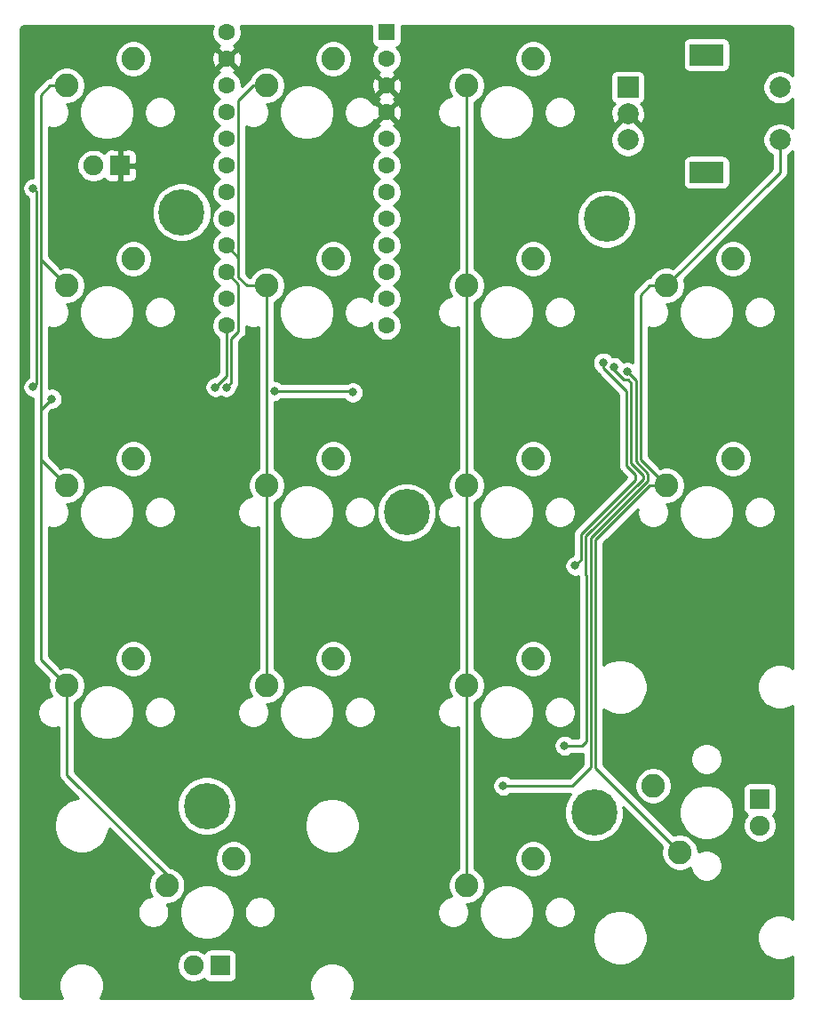
<source format=gbr>
%TF.GenerationSoftware,KiCad,Pcbnew,(5.1.7)-1*%
%TF.CreationDate,2020-12-03T19:41:16-08:00*%
%TF.ProjectId,macropad3,6d616372-6f70-4616-9433-2e6b69636164,rev?*%
%TF.SameCoordinates,Original*%
%TF.FileFunction,Copper,L1,Top*%
%TF.FilePolarity,Positive*%
%FSLAX46Y46*%
G04 Gerber Fmt 4.6, Leading zero omitted, Abs format (unit mm)*
G04 Created by KiCad (PCBNEW (5.1.7)-1) date 2020-12-03 19:41:16*
%MOMM*%
%LPD*%
G01*
G04 APERTURE LIST*
%TA.AperFunction,ComponentPad*%
%ADD10R,1.905000X1.905000*%
%TD*%
%TA.AperFunction,ComponentPad*%
%ADD11C,1.905000*%
%TD*%
%TA.AperFunction,ComponentPad*%
%ADD12C,2.250000*%
%TD*%
%TA.AperFunction,ComponentPad*%
%ADD13C,1.600000*%
%TD*%
%TA.AperFunction,ComponentPad*%
%ADD14R,1.600000X1.600000*%
%TD*%
%TA.AperFunction,ComponentPad*%
%ADD15R,2.000000X2.000000*%
%TD*%
%TA.AperFunction,ComponentPad*%
%ADD16C,2.000000*%
%TD*%
%TA.AperFunction,ComponentPad*%
%ADD17R,3.200000X2.000000*%
%TD*%
%TA.AperFunction,ComponentPad*%
%ADD18C,4.400000*%
%TD*%
%TA.AperFunction,ViaPad*%
%ADD19C,0.800000*%
%TD*%
%TA.AperFunction,Conductor*%
%ADD20C,0.250000*%
%TD*%
%TA.AperFunction,Conductor*%
%ADD21C,0.254000*%
%TD*%
%TA.AperFunction,Conductor*%
%ADD22C,0.100000*%
%TD*%
G04 APERTURE END LIST*
D10*
%TO.P,K-ENT1,4*%
%TO.N,N/C*%
X163884508Y-125080405D03*
D11*
%TO.P,K-ENT1,3*%
X163884508Y-127620405D03*
D12*
%TO.P,K-ENT1,1*%
%TO.N,COL3*%
X156264508Y-130160405D03*
%TO.P,K-ENT1,2*%
%TO.N,Net-(D18-Pad2)*%
X153724508Y-123810405D03*
%TD*%
D10*
%TO.P,K-0,4*%
%TO.N,N/C*%
X112449508Y-140955405D03*
D11*
%TO.P,K-0,3*%
X109909508Y-140955405D03*
D12*
%TO.P,K-0,1*%
%TO.N,COL0*%
X107369508Y-133335405D03*
%TO.P,K-0,2*%
%TO.N,Net-(D5-Pad2)*%
X113719508Y-130795405D03*
%TD*%
D13*
%TO.P,U1,24*%
%TO.N,N/C*%
X113084532Y-52055405D03*
%TO.P,U1,23*%
%TO.N,GND*%
X113084532Y-54595405D03*
%TO.P,U1,22*%
%TO.N,Net-(SW2-Pad2)*%
X113084532Y-57135405D03*
%TO.P,U1,21*%
%TO.N,N/C*%
X113084532Y-59675405D03*
%TO.P,U1,20*%
X113084532Y-62215405D03*
%TO.P,U1,19*%
X113084532Y-64755405D03*
%TO.P,U1,18*%
X113084532Y-67295405D03*
%TO.P,U1,17*%
X113084532Y-69835405D03*
%TO.P,U1,16*%
%TO.N,COL1*%
X113084532Y-72375405D03*
%TO.P,U1,15*%
%TO.N,COL0*%
X113084532Y-74915405D03*
%TO.P,U1,14*%
%TO.N,ROW1*%
X113084532Y-77455405D03*
%TO.P,U1,13*%
%TO.N,NUMLED*%
X113084532Y-79995405D03*
%TO.P,U1,12*%
%TO.N,ROW4*%
X128324532Y-79995405D03*
%TO.P,U1,11*%
%TO.N,ROW3*%
X128324532Y-77455405D03*
%TO.P,U1,10*%
%TO.N,ROW2*%
X128324532Y-74915405D03*
%TO.P,U1,9*%
%TO.N,COL2*%
X128324532Y-72375405D03*
%TO.P,U1,8*%
%TO.N,COL3*%
X128324532Y-69835405D03*
%TO.P,U1,7*%
%TO.N,ROT-B*%
X128324532Y-67295405D03*
%TO.P,U1,6*%
%TO.N,ROT-A*%
X128324532Y-64755405D03*
%TO.P,U1,5*%
%TO.N,ROW0*%
X128324532Y-62215405D03*
%TO.P,U1,4*%
%TO.N,GND*%
X128324532Y-59675405D03*
%TO.P,U1,3*%
X128324532Y-57135405D03*
%TO.P,U1,2*%
%TO.N,N/C*%
X128324532Y-54595405D03*
D14*
%TO.P,U1,1*%
X128324532Y-52055405D03*
%TD*%
D15*
%TO.P,SW1,A*%
%TO.N,ROT-A*%
X151304508Y-57294155D03*
D16*
%TO.P,SW1,C*%
%TO.N,GND*%
X151304508Y-59794155D03*
%TO.P,SW1,B*%
%TO.N,ROT-B*%
X151304508Y-62294155D03*
D17*
%TO.P,SW1,MP*%
%TO.N,N/C*%
X158804508Y-54194155D03*
X158804508Y-65394155D03*
D16*
%TO.P,SW1,S2*%
%TO.N,Net-(D15-Pad2)*%
X165804508Y-57294155D03*
%TO.P,SW1,S1*%
%TO.N,COL3*%
X165804508Y-62294155D03*
%TD*%
D12*
%TO.P,K-STAR1,2*%
%TO.N,Net-(D10-Pad2)*%
X142294508Y-54595405D03*
%TO.P,K-STAR1,1*%
%TO.N,COL2*%
X135944508Y-57135405D03*
%TD*%
%TO.P,K-PLUS1,2*%
%TO.N,Net-(D17-Pad2)*%
X161344508Y-92695405D03*
%TO.P,K-PLUS1,1*%
%TO.N,COL3*%
X154994508Y-95235405D03*
%TD*%
D10*
%TO.P,K-NUM1,4*%
%TO.N,GND*%
X102924508Y-64755405D03*
D11*
%TO.P,K-NUM1,3*%
%TO.N,Net-(K-NUM1-Pad3)*%
X100384508Y-64755405D03*
D12*
%TO.P,K-NUM1,1*%
%TO.N,COL0*%
X97844508Y-57135405D03*
%TO.P,K-NUM1,2*%
%TO.N,Net-(D1-Pad2)*%
X104194508Y-54595405D03*
%TD*%
%TO.P,K-MIN1,2*%
%TO.N,Net-(D16-Pad2)*%
X161344508Y-73645405D03*
%TO.P,K-MIN1,1*%
%TO.N,COL3*%
X154994508Y-76185405D03*
%TD*%
%TO.P,K-DEL1,2*%
%TO.N,Net-(D14-Pad2)*%
X142294508Y-130795405D03*
%TO.P,K-DEL1,1*%
%TO.N,COL2*%
X135944508Y-133335405D03*
%TD*%
%TO.P,K-/1,2*%
%TO.N,Net-(D6-Pad2)*%
X123244508Y-54595405D03*
%TO.P,K-/1,1*%
%TO.N,COL1*%
X116894508Y-57135405D03*
%TD*%
%TO.P,K-9,2*%
%TO.N,Net-(D11-Pad2)*%
X142294508Y-73645405D03*
%TO.P,K-9,1*%
%TO.N,COL2*%
X135944508Y-76185405D03*
%TD*%
%TO.P,K-8,2*%
%TO.N,Net-(D7-Pad2)*%
X123244508Y-73645405D03*
%TO.P,K-8,1*%
%TO.N,COL1*%
X116894508Y-76185405D03*
%TD*%
%TO.P,K-7,2*%
%TO.N,Net-(D2-Pad2)*%
X104194508Y-73645405D03*
%TO.P,K-7,1*%
%TO.N,COL0*%
X97844508Y-76185405D03*
%TD*%
%TO.P,K-6,2*%
%TO.N,Net-(D12-Pad2)*%
X142294508Y-92695405D03*
%TO.P,K-6,1*%
%TO.N,COL2*%
X135944508Y-95235405D03*
%TD*%
%TO.P,K-5,2*%
%TO.N,Net-(D8-Pad2)*%
X123244508Y-92695405D03*
%TO.P,K-5,1*%
%TO.N,COL1*%
X116894508Y-95235405D03*
%TD*%
%TO.P,K-4,2*%
%TO.N,Net-(D3-Pad2)*%
X104194508Y-92695405D03*
%TO.P,K-4,1*%
%TO.N,COL0*%
X97844508Y-95235405D03*
%TD*%
%TO.P,K-1,2*%
%TO.N,Net-(D4-Pad2)*%
X104194516Y-111745381D03*
%TO.P,K-1,1*%
%TO.N,COL0*%
X97844516Y-114285381D03*
%TD*%
%TO.P,K-2,2*%
%TO.N,Net-(D9-Pad2)*%
X123244508Y-111745405D03*
%TO.P,K-2,1*%
%TO.N,COL1*%
X116894508Y-114285405D03*
%TD*%
%TO.P,K-3,2*%
%TO.N,Net-(D13-Pad2)*%
X142294548Y-111745381D03*
%TO.P,K-3,1*%
%TO.N,COL2*%
X135944548Y-114285381D03*
%TD*%
D18*
%TO.P,H5,1*%
%TO.N,N/C*%
X108798272Y-69200341D03*
%TD*%
%TO.P,H4,1*%
%TO.N,N/C*%
X148088930Y-126350389D03*
%TD*%
%TO.P,H3,1*%
%TO.N,N/C*%
X130229540Y-97775365D03*
%TD*%
%TO.P,H2,1*%
%TO.N,N/C*%
X149279556Y-69826199D03*
%TD*%
%TO.P,H1,1*%
%TO.N,N/C*%
X111179524Y-125755076D03*
%TD*%
D19*
%TO.N,ROW1*%
X117619508Y-86233000D03*
X125095000Y-86360000D03*
%TO.N,ROW2*%
X148971000Y-83512833D03*
X146304000Y-102870000D03*
%TO.N,ROW3*%
X149987000Y-83962843D03*
X145288000Y-120015000D03*
%TO.N,ROW4*%
X151257000Y-84412853D03*
X139446000Y-123826946D03*
%TO.N,COL0*%
X113040079Y-85862853D03*
X96393000Y-86976999D03*
%TO.N,NUMLED*%
X94649507Y-66929000D03*
X94649507Y-85852000D03*
X112014000Y-85862853D03*
%TD*%
D20*
%TO.N,COL0*%
X95374507Y-73715404D02*
X97844508Y-76185405D01*
X96253518Y-57135405D02*
X95374507Y-58014416D01*
X97844508Y-57135405D02*
X96253518Y-57135405D01*
X95374507Y-92765404D02*
X97844508Y-95235405D01*
X95374507Y-92765404D02*
X95374507Y-106227404D01*
X95374507Y-106227404D02*
X95368008Y-106233903D01*
X95368008Y-111808873D02*
X97844516Y-114285381D01*
X95368008Y-106233903D02*
X95368008Y-111808873D01*
X95374507Y-68177906D02*
X95374507Y-73715404D01*
X95374507Y-58014416D02*
X95374507Y-68177906D01*
%TO.N,COL1*%
X116894508Y-57135405D02*
X116388506Y-57135405D01*
X116836760Y-76243153D02*
X116894508Y-76185405D01*
%TO.N,COL3*%
X165804508Y-65375405D02*
X154994508Y-76185405D01*
X165804508Y-62294155D02*
X165804508Y-65375405D01*
X152524507Y-77064416D02*
X152524507Y-92765404D01*
X153403518Y-76185405D02*
X152524507Y-77064416D01*
X154994508Y-76185405D02*
X153403518Y-76185405D01*
%TO.N,ROW1*%
X124968000Y-86233000D02*
X125095000Y-86360000D01*
X117619508Y-86233000D02*
X124968000Y-86233000D01*
%TO.N,ROW2*%
X148971000Y-84019845D02*
X151174479Y-86223324D01*
X148971000Y-83512833D02*
X148971000Y-84019845D01*
X151174479Y-86223324D02*
X151174480Y-93324607D01*
X152019000Y-94169127D02*
X152019000Y-94710693D01*
X151174480Y-93324607D02*
X152019000Y-94169127D01*
X152019000Y-94710693D02*
X146869990Y-99859703D01*
X146869990Y-102304010D02*
X146304000Y-102870000D01*
X146869990Y-99859703D02*
X146869990Y-102304010D01*
%TO.N,ROW3*%
X147320000Y-103759000D02*
X147330587Y-103769587D01*
X147320000Y-100046103D02*
X147320000Y-103759000D01*
X151624489Y-93138206D02*
X152767108Y-94280825D01*
X152767108Y-94598995D02*
X147320000Y-100046103D01*
X149987000Y-84215855D02*
X150908999Y-85137854D01*
X152767108Y-94280825D02*
X152767108Y-94598995D01*
X151624489Y-85611511D02*
X151624489Y-93138206D01*
X151624489Y-85457489D02*
X151624489Y-85611511D01*
X151304854Y-85137854D02*
X151624489Y-85457489D01*
X150908999Y-85137854D02*
X151304854Y-85137854D01*
X149987000Y-83962843D02*
X149987000Y-84215855D01*
X145288000Y-120015000D02*
X146939000Y-120015000D01*
X147330587Y-119623413D02*
X147330587Y-118501587D01*
X146939000Y-120015000D02*
X147330587Y-119623413D01*
X147330587Y-118501587D02*
X147330587Y-118734413D01*
X147330587Y-103769587D02*
X147330587Y-118501587D01*
%TO.N,ROW4*%
X151257000Y-84412853D02*
X152074497Y-85230350D01*
X152074497Y-85230350D02*
X152074498Y-92951805D01*
X153217118Y-94094425D02*
X153217118Y-94785395D01*
X152074498Y-92951805D02*
X153217118Y-94094425D01*
X153217118Y-94785395D02*
X147780597Y-100221916D01*
X147780597Y-100221916D02*
X147780597Y-119681403D01*
X147780597Y-119681403D02*
X147780597Y-122094403D01*
X146048054Y-123826946D02*
X139446000Y-123826946D01*
X147780597Y-122094403D02*
X146048054Y-123826946D01*
%TO.N,COL0*%
X114209533Y-76040406D02*
X114209533Y-80535406D01*
X113084532Y-74915405D02*
X114209533Y-76040406D01*
X114209533Y-80535406D02*
X113534542Y-81210397D01*
X113534542Y-83181542D02*
X113534541Y-83433566D01*
X113534542Y-83181542D02*
X113534542Y-83514061D01*
X113534542Y-83054542D02*
X113534541Y-83433566D01*
X113534542Y-81210397D02*
X113534542Y-83054542D01*
X113534542Y-83054542D02*
X113534542Y-83181542D01*
X113534541Y-85368391D02*
X113040079Y-85862853D01*
X113534541Y-83433566D02*
X113534541Y-85368391D01*
X96393000Y-86976999D02*
X95374507Y-87995492D01*
X95374507Y-87995492D02*
X95374507Y-88389507D01*
X95374507Y-88389507D02*
X95374507Y-92765404D01*
X95374507Y-73715404D02*
X95374507Y-88389507D01*
X107369508Y-132316431D02*
X107369508Y-133335405D01*
X97844516Y-122791439D02*
X107369508Y-132316431D01*
X97844516Y-114285381D02*
X97844516Y-122791439D01*
%TO.N,COL2*%
X135944508Y-57135405D02*
X135944508Y-76185405D01*
X135944508Y-76185405D02*
X135944508Y-95235405D01*
X135944508Y-114285341D02*
X135944548Y-114285381D01*
X135944508Y-95235405D02*
X135944508Y-114285341D01*
X135944548Y-133335365D02*
X135944508Y-133335405D01*
X135944548Y-114285381D02*
X135944548Y-133335365D01*
%TO.N,COL1*%
X116894508Y-76185405D02*
X116894508Y-95235405D01*
X116894508Y-95235405D02*
X116894508Y-114285405D01*
X116894508Y-76185405D02*
X114990942Y-76185405D01*
X114209533Y-73500406D02*
X113084532Y-72375405D01*
X114209533Y-75403996D02*
X114209533Y-73500406D01*
X114990942Y-76185405D02*
X114209533Y-75403996D01*
X114209533Y-73500406D02*
X114209533Y-58583533D01*
X115657661Y-57135405D02*
X116894508Y-57135405D01*
X114209533Y-58583533D02*
X115657661Y-57135405D01*
%TO.N,COL3*%
X152524507Y-92765404D02*
X154994508Y-95235405D01*
X148230607Y-122126504D02*
X156264508Y-130160405D01*
X148230607Y-100408316D02*
X148230607Y-122126504D01*
X153403518Y-95235405D02*
X148230607Y-100408316D01*
X154994508Y-95235405D02*
X153403518Y-95235405D01*
%TO.N,NUMLED*%
X94649507Y-66929000D02*
X94924497Y-67203990D01*
X94924497Y-85577010D02*
X94649507Y-85852000D01*
X94924497Y-67203990D02*
X94924497Y-85577010D01*
X113084532Y-84792321D02*
X113084532Y-79995405D01*
X112014000Y-85862853D02*
X113084532Y-84792321D01*
%TD*%
D21*
%TO.N,GND*%
X111704679Y-51636831D02*
X111649532Y-51914070D01*
X111649532Y-52196740D01*
X111704679Y-52473979D01*
X111812852Y-52735132D01*
X111969895Y-52970164D01*
X112169773Y-53170042D01*
X112403660Y-53326320D01*
X112343018Y-53358734D01*
X112271435Y-53602703D01*
X113084532Y-54415800D01*
X113897629Y-53602703D01*
X113826046Y-53358734D01*
X113761540Y-53328211D01*
X113764259Y-53327085D01*
X113999291Y-53170042D01*
X114199169Y-52970164D01*
X114356212Y-52735132D01*
X114464385Y-52473979D01*
X114519532Y-52196740D01*
X114519532Y-51914070D01*
X114464385Y-51636831D01*
X114399688Y-51480638D01*
X126886460Y-51480638D01*
X126886460Y-52855405D01*
X126898720Y-52979887D01*
X126935030Y-53099585D01*
X126993995Y-53209899D01*
X127073347Y-53306590D01*
X127170038Y-53385942D01*
X127280352Y-53444907D01*
X127400050Y-53481217D01*
X127408493Y-53482048D01*
X127209895Y-53680646D01*
X127052852Y-53915678D01*
X126944679Y-54176831D01*
X126889532Y-54454070D01*
X126889532Y-54736740D01*
X126944679Y-55013979D01*
X127052852Y-55275132D01*
X127209895Y-55510164D01*
X127409773Y-55710042D01*
X127643660Y-55866320D01*
X127583018Y-55898734D01*
X127511435Y-56142703D01*
X128324532Y-56955800D01*
X129137629Y-56142703D01*
X129066046Y-55898734D01*
X129001540Y-55868211D01*
X129004259Y-55867085D01*
X129239291Y-55710042D01*
X129439169Y-55510164D01*
X129596212Y-55275132D01*
X129704385Y-55013979D01*
X129759532Y-54736740D01*
X129759532Y-54454070D01*
X129753165Y-54422060D01*
X140534508Y-54422060D01*
X140534508Y-54768750D01*
X140602144Y-55108778D01*
X140734816Y-55429078D01*
X140927427Y-55717340D01*
X141172573Y-55962486D01*
X141460835Y-56155097D01*
X141781135Y-56287769D01*
X142121163Y-56355405D01*
X142467853Y-56355405D01*
X142807881Y-56287769D01*
X143128181Y-56155097D01*
X143416443Y-55962486D01*
X143661589Y-55717340D01*
X143854200Y-55429078D01*
X143986872Y-55108778D01*
X144054508Y-54768750D01*
X144054508Y-54422060D01*
X143986872Y-54082032D01*
X143854200Y-53761732D01*
X143661589Y-53473470D01*
X143416443Y-53228324D01*
X143365306Y-53194155D01*
X156566436Y-53194155D01*
X156566436Y-55194155D01*
X156578696Y-55318637D01*
X156615006Y-55438335D01*
X156673971Y-55548649D01*
X156753323Y-55645340D01*
X156850014Y-55724692D01*
X156960328Y-55783657D01*
X157080026Y-55819967D01*
X157204508Y-55832227D01*
X160404508Y-55832227D01*
X160528990Y-55819967D01*
X160648688Y-55783657D01*
X160759002Y-55724692D01*
X160855693Y-55645340D01*
X160935045Y-55548649D01*
X160994010Y-55438335D01*
X161030320Y-55318637D01*
X161042580Y-55194155D01*
X161042580Y-53194155D01*
X161030320Y-53069673D01*
X160994010Y-52949975D01*
X160935045Y-52839661D01*
X160855693Y-52742970D01*
X160759002Y-52663618D01*
X160648688Y-52604653D01*
X160528990Y-52568343D01*
X160404508Y-52556083D01*
X157204508Y-52556083D01*
X157080026Y-52568343D01*
X156960328Y-52604653D01*
X156850014Y-52663618D01*
X156753323Y-52742970D01*
X156673971Y-52839661D01*
X156615006Y-52949975D01*
X156578696Y-53069673D01*
X156566436Y-53194155D01*
X143365306Y-53194155D01*
X143128181Y-53035713D01*
X142807881Y-52903041D01*
X142467853Y-52835405D01*
X142121163Y-52835405D01*
X141781135Y-52903041D01*
X141460835Y-53035713D01*
X141172573Y-53228324D01*
X140927427Y-53473470D01*
X140734816Y-53761732D01*
X140602144Y-54082032D01*
X140534508Y-54422060D01*
X129753165Y-54422060D01*
X129704385Y-54176831D01*
X129596212Y-53915678D01*
X129439169Y-53680646D01*
X129240571Y-53482048D01*
X129249014Y-53481217D01*
X129368712Y-53444907D01*
X129479026Y-53385942D01*
X129575717Y-53306590D01*
X129655069Y-53209899D01*
X129714034Y-53099585D01*
X129750344Y-52979887D01*
X129762604Y-52855405D01*
X129762604Y-51480638D01*
X166698312Y-51480638D01*
X166785046Y-51489142D01*
X166833899Y-51503892D01*
X166878958Y-51527850D01*
X166918504Y-51560104D01*
X166951033Y-51599424D01*
X166975302Y-51644308D01*
X166990394Y-51693065D01*
X166999259Y-51777402D01*
X166999259Y-56176667D01*
X166846760Y-56024168D01*
X166578971Y-55845237D01*
X166281420Y-55721987D01*
X165965541Y-55659155D01*
X165643475Y-55659155D01*
X165327596Y-55721987D01*
X165030045Y-55845237D01*
X164762256Y-56024168D01*
X164534521Y-56251903D01*
X164355590Y-56519692D01*
X164232340Y-56817243D01*
X164169508Y-57133122D01*
X164169508Y-57455188D01*
X164232340Y-57771067D01*
X164355590Y-58068618D01*
X164534521Y-58336407D01*
X164762256Y-58564142D01*
X165030045Y-58743073D01*
X165327596Y-58866323D01*
X165643475Y-58929155D01*
X165965541Y-58929155D01*
X166281420Y-58866323D01*
X166578971Y-58743073D01*
X166846760Y-58564142D01*
X166999259Y-58411643D01*
X166999259Y-61176667D01*
X166846760Y-61024168D01*
X166578971Y-60845237D01*
X166281420Y-60721987D01*
X165965541Y-60659155D01*
X165643475Y-60659155D01*
X165327596Y-60721987D01*
X165030045Y-60845237D01*
X164762256Y-61024168D01*
X164534521Y-61251903D01*
X164355590Y-61519692D01*
X164232340Y-61817243D01*
X164169508Y-62133122D01*
X164169508Y-62455188D01*
X164232340Y-62771067D01*
X164355590Y-63068618D01*
X164534521Y-63336407D01*
X164762256Y-63564142D01*
X165030045Y-63743073D01*
X165044508Y-63749064D01*
X165044509Y-65060602D01*
X155581554Y-74523557D01*
X155507881Y-74493041D01*
X155167853Y-74425405D01*
X154821163Y-74425405D01*
X154481135Y-74493041D01*
X154160835Y-74625713D01*
X153872573Y-74818324D01*
X153627427Y-75063470D01*
X153434816Y-75351732D01*
X153405732Y-75421947D01*
X153403517Y-75421729D01*
X153366194Y-75425405D01*
X153366185Y-75425405D01*
X153254532Y-75436402D01*
X153111271Y-75479859D01*
X152979242Y-75550431D01*
X152863517Y-75645404D01*
X152839719Y-75674402D01*
X152013509Y-76500613D01*
X151984506Y-76524415D01*
X151938555Y-76580407D01*
X151889533Y-76640140D01*
X151859457Y-76696408D01*
X151818961Y-76772170D01*
X151775504Y-76915431D01*
X151764507Y-77027084D01*
X151764507Y-77027094D01*
X151760831Y-77064416D01*
X151764507Y-77101738D01*
X151764507Y-83507175D01*
X151747256Y-83495648D01*
X151558898Y-83417627D01*
X151358939Y-83377853D01*
X151155061Y-83377853D01*
X150955102Y-83417627D01*
X150886476Y-83446053D01*
X150790937Y-83303069D01*
X150646774Y-83158906D01*
X150477256Y-83045638D01*
X150288898Y-82967617D01*
X150088939Y-82927843D01*
X149885061Y-82927843D01*
X149831963Y-82938405D01*
X149774937Y-82853059D01*
X149630774Y-82708896D01*
X149461256Y-82595628D01*
X149272898Y-82517607D01*
X149072939Y-82477833D01*
X148869061Y-82477833D01*
X148669102Y-82517607D01*
X148480744Y-82595628D01*
X148311226Y-82708896D01*
X148167063Y-82853059D01*
X148053795Y-83022577D01*
X147975774Y-83210935D01*
X147936000Y-83410894D01*
X147936000Y-83614772D01*
X147975774Y-83814731D01*
X148053795Y-84003089D01*
X148167063Y-84172607D01*
X148247561Y-84253105D01*
X148265454Y-84312092D01*
X148336026Y-84444121D01*
X148431000Y-84559846D01*
X148459998Y-84583644D01*
X150414479Y-86538126D01*
X150414481Y-93287275D01*
X150410804Y-93324607D01*
X150414481Y-93361939D01*
X150414481Y-93361940D01*
X150425478Y-93473593D01*
X150431003Y-93491806D01*
X150468934Y-93616853D01*
X150539506Y-93748883D01*
X150595688Y-93817340D01*
X150634480Y-93864608D01*
X150663478Y-93888406D01*
X151214981Y-94439910D01*
X146358993Y-99295899D01*
X146329989Y-99319702D01*
X146274861Y-99386877D01*
X146235016Y-99435427D01*
X146197239Y-99506102D01*
X146164444Y-99567457D01*
X146120987Y-99710718D01*
X146109990Y-99822371D01*
X146109990Y-99822381D01*
X146106314Y-99859703D01*
X146109990Y-99897026D01*
X146109991Y-101853314D01*
X146002102Y-101874774D01*
X145813744Y-101952795D01*
X145644226Y-102066063D01*
X145500063Y-102210226D01*
X145386795Y-102379744D01*
X145308774Y-102568102D01*
X145269000Y-102768061D01*
X145269000Y-102971939D01*
X145308774Y-103171898D01*
X145386795Y-103360256D01*
X145500063Y-103529774D01*
X145644226Y-103673937D01*
X145813744Y-103787205D01*
X146002102Y-103865226D01*
X146202061Y-103905000D01*
X146405939Y-103905000D01*
X146567538Y-103872856D01*
X146570587Y-103903812D01*
X146570588Y-118464245D01*
X146570587Y-118464255D01*
X146570587Y-118771746D01*
X146570588Y-118771754D01*
X146570587Y-119255000D01*
X145991711Y-119255000D01*
X145947774Y-119211063D01*
X145778256Y-119097795D01*
X145589898Y-119019774D01*
X145389939Y-118980000D01*
X145186061Y-118980000D01*
X144986102Y-119019774D01*
X144797744Y-119097795D01*
X144628226Y-119211063D01*
X144484063Y-119355226D01*
X144370795Y-119524744D01*
X144292774Y-119713102D01*
X144253000Y-119913061D01*
X144253000Y-120116939D01*
X144292774Y-120316898D01*
X144370795Y-120505256D01*
X144484063Y-120674774D01*
X144628226Y-120818937D01*
X144797744Y-120932205D01*
X144986102Y-121010226D01*
X145186061Y-121050000D01*
X145389939Y-121050000D01*
X145589898Y-121010226D01*
X145778256Y-120932205D01*
X145947774Y-120818937D01*
X145991711Y-120775000D01*
X146901678Y-120775000D01*
X146939000Y-120778676D01*
X146976322Y-120775000D01*
X146976333Y-120775000D01*
X147020597Y-120770640D01*
X147020598Y-121779600D01*
X145733253Y-123066946D01*
X140149711Y-123066946D01*
X140105774Y-123023009D01*
X139936256Y-122909741D01*
X139747898Y-122831720D01*
X139547939Y-122791946D01*
X139344061Y-122791946D01*
X139144102Y-122831720D01*
X138955744Y-122909741D01*
X138786226Y-123023009D01*
X138642063Y-123167172D01*
X138528795Y-123336690D01*
X138450774Y-123525048D01*
X138411000Y-123725007D01*
X138411000Y-123928885D01*
X138450774Y-124128844D01*
X138528795Y-124317202D01*
X138642063Y-124486720D01*
X138786226Y-124630883D01*
X138955744Y-124744151D01*
X139144102Y-124822172D01*
X139344061Y-124861946D01*
X139547939Y-124861946D01*
X139747898Y-124822172D01*
X139936256Y-124744151D01*
X140105774Y-124630883D01*
X140149711Y-124586946D01*
X145857600Y-124586946D01*
X145576586Y-125007513D01*
X145362878Y-125523450D01*
X145253930Y-126071166D01*
X145253930Y-126629612D01*
X145362878Y-127177328D01*
X145576586Y-127693265D01*
X145886842Y-128157596D01*
X146281723Y-128552477D01*
X146746054Y-128862733D01*
X147261991Y-129076441D01*
X147809707Y-129185389D01*
X148368153Y-129185389D01*
X148915869Y-129076441D01*
X149431806Y-128862733D01*
X149896137Y-128552477D01*
X150291018Y-128157596D01*
X150601274Y-127693265D01*
X150814982Y-127177328D01*
X150923930Y-126629612D01*
X150923930Y-126071166D01*
X150880095Y-125850793D01*
X154602660Y-129573359D01*
X154572144Y-129647032D01*
X154504508Y-129987060D01*
X154504508Y-130333750D01*
X154572144Y-130673778D01*
X154704816Y-130994078D01*
X154897427Y-131282340D01*
X155142573Y-131527486D01*
X155430835Y-131720097D01*
X155751135Y-131852769D01*
X156091163Y-131920405D01*
X156437853Y-131920405D01*
X156777881Y-131852769D01*
X157098181Y-131720097D01*
X157296227Y-131587767D01*
X157352537Y-131870856D01*
X157466364Y-132145658D01*
X157631615Y-132392974D01*
X157841939Y-132603298D01*
X158089255Y-132768549D01*
X158364057Y-132882376D01*
X158655786Y-132940405D01*
X158953230Y-132940405D01*
X159244959Y-132882376D01*
X159519761Y-132768549D01*
X159767077Y-132603298D01*
X159977401Y-132392974D01*
X160142652Y-132145658D01*
X160256479Y-131870856D01*
X160314508Y-131579127D01*
X160314508Y-131281683D01*
X160256479Y-130989954D01*
X160142652Y-130715152D01*
X159977401Y-130467836D01*
X159767077Y-130257512D01*
X159519761Y-130092261D01*
X159244959Y-129978434D01*
X158953230Y-129920405D01*
X158655786Y-129920405D01*
X158364057Y-129978434D01*
X158089255Y-130092261D01*
X158024508Y-130135523D01*
X158024508Y-129987060D01*
X157956872Y-129647032D01*
X157824200Y-129326732D01*
X157631589Y-129038470D01*
X157386443Y-128793324D01*
X157098181Y-128600713D01*
X156777881Y-128468041D01*
X156437853Y-128400405D01*
X156091163Y-128400405D01*
X155751135Y-128468041D01*
X155677462Y-128498557D01*
X153270386Y-126091481D01*
X156175608Y-126091481D01*
X156175608Y-126609329D01*
X156276635Y-127117227D01*
X156474807Y-127595656D01*
X156762508Y-128026231D01*
X157128682Y-128392405D01*
X157559257Y-128680106D01*
X158037686Y-128878278D01*
X158545584Y-128979305D01*
X159063432Y-128979305D01*
X159571330Y-128878278D01*
X160049759Y-128680106D01*
X160480334Y-128392405D01*
X160846508Y-128026231D01*
X161134209Y-127595656D01*
X161332381Y-127117227D01*
X161433408Y-126609329D01*
X161433408Y-126091481D01*
X161332381Y-125583583D01*
X161134209Y-125105154D01*
X160846508Y-124674579D01*
X160480334Y-124308405D01*
X160210197Y-124127905D01*
X162293936Y-124127905D01*
X162293936Y-126032905D01*
X162306196Y-126157387D01*
X162342506Y-126277085D01*
X162401471Y-126387399D01*
X162480823Y-126484090D01*
X162577514Y-126563442D01*
X162654993Y-126604856D01*
X162651416Y-126608433D01*
X162477684Y-126868442D01*
X162358015Y-127157348D01*
X162297008Y-127464050D01*
X162297008Y-127776760D01*
X162358015Y-128083462D01*
X162477684Y-128372368D01*
X162651416Y-128632377D01*
X162872536Y-128853497D01*
X163132545Y-129027229D01*
X163421451Y-129146898D01*
X163728153Y-129207905D01*
X164040863Y-129207905D01*
X164347565Y-129146898D01*
X164636471Y-129027229D01*
X164896480Y-128853497D01*
X165117600Y-128632377D01*
X165291332Y-128372368D01*
X165411001Y-128083462D01*
X165472008Y-127776760D01*
X165472008Y-127464050D01*
X165411001Y-127157348D01*
X165291332Y-126868442D01*
X165117600Y-126608433D01*
X165114023Y-126604856D01*
X165191502Y-126563442D01*
X165288193Y-126484090D01*
X165367545Y-126387399D01*
X165426510Y-126277085D01*
X165462820Y-126157387D01*
X165475080Y-126032905D01*
X165475080Y-124127905D01*
X165462820Y-124003423D01*
X165426510Y-123883725D01*
X165367545Y-123773411D01*
X165288193Y-123676720D01*
X165191502Y-123597368D01*
X165081188Y-123538403D01*
X164961490Y-123502093D01*
X164837008Y-123489833D01*
X162932008Y-123489833D01*
X162807526Y-123502093D01*
X162687828Y-123538403D01*
X162577514Y-123597368D01*
X162480823Y-123676720D01*
X162401471Y-123773411D01*
X162342506Y-123883725D01*
X162306196Y-124003423D01*
X162293936Y-124127905D01*
X160210197Y-124127905D01*
X160049759Y-124020704D01*
X159571330Y-123822532D01*
X159063432Y-123721505D01*
X158545584Y-123721505D01*
X158037686Y-123822532D01*
X157559257Y-124020704D01*
X157128682Y-124308405D01*
X156762508Y-124674579D01*
X156474807Y-125105154D01*
X156276635Y-125583583D01*
X156175608Y-126091481D01*
X153270386Y-126091481D01*
X150815965Y-123637060D01*
X151964508Y-123637060D01*
X151964508Y-123983750D01*
X152032144Y-124323778D01*
X152164816Y-124644078D01*
X152357427Y-124932340D01*
X152602573Y-125177486D01*
X152890835Y-125370097D01*
X153211135Y-125502769D01*
X153551163Y-125570405D01*
X153897853Y-125570405D01*
X154237881Y-125502769D01*
X154558181Y-125370097D01*
X154846443Y-125177486D01*
X155091589Y-124932340D01*
X155284200Y-124644078D01*
X155416872Y-124323778D01*
X155484508Y-123983750D01*
X155484508Y-123637060D01*
X155416872Y-123297032D01*
X155284200Y-122976732D01*
X155091589Y-122688470D01*
X154846443Y-122443324D01*
X154558181Y-122250713D01*
X154237881Y-122118041D01*
X153897853Y-122050405D01*
X153551163Y-122050405D01*
X153211135Y-122118041D01*
X152890835Y-122250713D01*
X152602573Y-122443324D01*
X152357427Y-122688470D01*
X152164816Y-122976732D01*
X152032144Y-123297032D01*
X151964508Y-123637060D01*
X150815965Y-123637060D01*
X148990607Y-121811703D01*
X148990607Y-121121683D01*
X157294508Y-121121683D01*
X157294508Y-121419127D01*
X157352537Y-121710856D01*
X157466364Y-121985658D01*
X157631615Y-122232974D01*
X157841939Y-122443298D01*
X158089255Y-122608549D01*
X158364057Y-122722376D01*
X158655786Y-122780405D01*
X158953230Y-122780405D01*
X159244959Y-122722376D01*
X159519761Y-122608549D01*
X159767077Y-122443298D01*
X159977401Y-122232974D01*
X160142652Y-121985658D01*
X160256479Y-121710856D01*
X160314508Y-121419127D01*
X160314508Y-121121683D01*
X160256479Y-120829954D01*
X160142652Y-120555152D01*
X159977401Y-120307836D01*
X159767077Y-120097512D01*
X159519761Y-119932261D01*
X159244959Y-119818434D01*
X158953230Y-119760405D01*
X158655786Y-119760405D01*
X158364057Y-119818434D01*
X158089255Y-119932261D01*
X157841939Y-120097512D01*
X157631615Y-120307836D01*
X157466364Y-120555152D01*
X157352537Y-120829954D01*
X157294508Y-121121683D01*
X148990607Y-121121683D01*
X148990607Y-116532532D01*
X149304257Y-116742106D01*
X149782686Y-116940278D01*
X150290584Y-117041305D01*
X150808432Y-117041305D01*
X151316330Y-116940278D01*
X151794759Y-116742106D01*
X152225334Y-116454405D01*
X152591508Y-116088231D01*
X152879209Y-115657656D01*
X153077381Y-115179227D01*
X153178408Y-114671329D01*
X153178408Y-114153481D01*
X153077381Y-113645583D01*
X152879209Y-113167154D01*
X152591508Y-112736579D01*
X152225334Y-112370405D01*
X151794759Y-112082704D01*
X151316330Y-111884532D01*
X150808432Y-111783505D01*
X150290584Y-111783505D01*
X149782686Y-111884532D01*
X149304257Y-112082704D01*
X148990607Y-112292278D01*
X148990607Y-100723117D01*
X152246159Y-97467566D01*
X152214508Y-97626683D01*
X152214508Y-97924127D01*
X152272537Y-98215856D01*
X152386364Y-98490658D01*
X152551615Y-98737974D01*
X152761939Y-98948298D01*
X153009255Y-99113549D01*
X153284057Y-99227376D01*
X153575786Y-99285405D01*
X153873230Y-99285405D01*
X154164959Y-99227376D01*
X154439761Y-99113549D01*
X154687077Y-98948298D01*
X154897401Y-98737974D01*
X155062652Y-98490658D01*
X155176479Y-98215856D01*
X155234508Y-97924127D01*
X155234508Y-97626683D01*
X155212588Y-97516481D01*
X156175608Y-97516481D01*
X156175608Y-98034329D01*
X156276635Y-98542227D01*
X156474807Y-99020656D01*
X156762508Y-99451231D01*
X157128682Y-99817405D01*
X157559257Y-100105106D01*
X158037686Y-100303278D01*
X158545584Y-100404305D01*
X159063432Y-100404305D01*
X159571330Y-100303278D01*
X160049759Y-100105106D01*
X160480334Y-99817405D01*
X160846508Y-99451231D01*
X161134209Y-99020656D01*
X161332381Y-98542227D01*
X161433408Y-98034329D01*
X161433408Y-97626683D01*
X162374508Y-97626683D01*
X162374508Y-97924127D01*
X162432537Y-98215856D01*
X162546364Y-98490658D01*
X162711615Y-98737974D01*
X162921939Y-98948298D01*
X163169255Y-99113549D01*
X163444057Y-99227376D01*
X163735786Y-99285405D01*
X164033230Y-99285405D01*
X164324959Y-99227376D01*
X164599761Y-99113549D01*
X164847077Y-98948298D01*
X165057401Y-98737974D01*
X165222652Y-98490658D01*
X165336479Y-98215856D01*
X165394508Y-97924127D01*
X165394508Y-97626683D01*
X165336479Y-97334954D01*
X165222652Y-97060152D01*
X165057401Y-96812836D01*
X164847077Y-96602512D01*
X164599761Y-96437261D01*
X164324959Y-96323434D01*
X164033230Y-96265405D01*
X163735786Y-96265405D01*
X163444057Y-96323434D01*
X163169255Y-96437261D01*
X162921939Y-96602512D01*
X162711615Y-96812836D01*
X162546364Y-97060152D01*
X162432537Y-97334954D01*
X162374508Y-97626683D01*
X161433408Y-97626683D01*
X161433408Y-97516481D01*
X161332381Y-97008583D01*
X161134209Y-96530154D01*
X160846508Y-96099579D01*
X160480334Y-95733405D01*
X160049759Y-95445704D01*
X159571330Y-95247532D01*
X159063432Y-95146505D01*
X158545584Y-95146505D01*
X158037686Y-95247532D01*
X157559257Y-95445704D01*
X157128682Y-95733405D01*
X156762508Y-96099579D01*
X156474807Y-96530154D01*
X156276635Y-97008583D01*
X156175608Y-97516481D01*
X155212588Y-97516481D01*
X155176479Y-97334954D01*
X155062652Y-97060152D01*
X155019390Y-96995405D01*
X155167853Y-96995405D01*
X155507881Y-96927769D01*
X155828181Y-96795097D01*
X156116443Y-96602486D01*
X156361589Y-96357340D01*
X156554200Y-96069078D01*
X156686872Y-95748778D01*
X156754508Y-95408750D01*
X156754508Y-95062060D01*
X156686872Y-94722032D01*
X156554200Y-94401732D01*
X156361589Y-94113470D01*
X156116443Y-93868324D01*
X155828181Y-93675713D01*
X155507881Y-93543041D01*
X155167853Y-93475405D01*
X154821163Y-93475405D01*
X154481135Y-93543041D01*
X154407462Y-93573557D01*
X153355965Y-92522060D01*
X159584508Y-92522060D01*
X159584508Y-92868750D01*
X159652144Y-93208778D01*
X159784816Y-93529078D01*
X159977427Y-93817340D01*
X160222573Y-94062486D01*
X160510835Y-94255097D01*
X160831135Y-94387769D01*
X161171163Y-94455405D01*
X161517853Y-94455405D01*
X161857881Y-94387769D01*
X162178181Y-94255097D01*
X162466443Y-94062486D01*
X162711589Y-93817340D01*
X162904200Y-93529078D01*
X163036872Y-93208778D01*
X163104508Y-92868750D01*
X163104508Y-92522060D01*
X163036872Y-92182032D01*
X162904200Y-91861732D01*
X162711589Y-91573470D01*
X162466443Y-91328324D01*
X162178181Y-91135713D01*
X161857881Y-91003041D01*
X161517853Y-90935405D01*
X161171163Y-90935405D01*
X160831135Y-91003041D01*
X160510835Y-91135713D01*
X160222573Y-91328324D01*
X159977427Y-91573470D01*
X159784816Y-91861732D01*
X159652144Y-92182032D01*
X159584508Y-92522060D01*
X153355965Y-92522060D01*
X153284507Y-92450603D01*
X153284507Y-80177466D01*
X153575786Y-80235405D01*
X153873230Y-80235405D01*
X154164959Y-80177376D01*
X154439761Y-80063549D01*
X154687077Y-79898298D01*
X154897401Y-79687974D01*
X155062652Y-79440658D01*
X155176479Y-79165856D01*
X155234508Y-78874127D01*
X155234508Y-78576683D01*
X155212588Y-78466481D01*
X156175608Y-78466481D01*
X156175608Y-78984329D01*
X156276635Y-79492227D01*
X156474807Y-79970656D01*
X156762508Y-80401231D01*
X157128682Y-80767405D01*
X157559257Y-81055106D01*
X158037686Y-81253278D01*
X158545584Y-81354305D01*
X159063432Y-81354305D01*
X159571330Y-81253278D01*
X160049759Y-81055106D01*
X160480334Y-80767405D01*
X160846508Y-80401231D01*
X161134209Y-79970656D01*
X161332381Y-79492227D01*
X161433408Y-78984329D01*
X161433408Y-78576683D01*
X162374508Y-78576683D01*
X162374508Y-78874127D01*
X162432537Y-79165856D01*
X162546364Y-79440658D01*
X162711615Y-79687974D01*
X162921939Y-79898298D01*
X163169255Y-80063549D01*
X163444057Y-80177376D01*
X163735786Y-80235405D01*
X164033230Y-80235405D01*
X164324959Y-80177376D01*
X164599761Y-80063549D01*
X164847077Y-79898298D01*
X165057401Y-79687974D01*
X165222652Y-79440658D01*
X165336479Y-79165856D01*
X165394508Y-78874127D01*
X165394508Y-78576683D01*
X165336479Y-78284954D01*
X165222652Y-78010152D01*
X165057401Y-77762836D01*
X164847077Y-77552512D01*
X164599761Y-77387261D01*
X164324959Y-77273434D01*
X164033230Y-77215405D01*
X163735786Y-77215405D01*
X163444057Y-77273434D01*
X163169255Y-77387261D01*
X162921939Y-77552512D01*
X162711615Y-77762836D01*
X162546364Y-78010152D01*
X162432537Y-78284954D01*
X162374508Y-78576683D01*
X161433408Y-78576683D01*
X161433408Y-78466481D01*
X161332381Y-77958583D01*
X161134209Y-77480154D01*
X160846508Y-77049579D01*
X160480334Y-76683405D01*
X160049759Y-76395704D01*
X159571330Y-76197532D01*
X159063432Y-76096505D01*
X158545584Y-76096505D01*
X158037686Y-76197532D01*
X157559257Y-76395704D01*
X157128682Y-76683405D01*
X156762508Y-77049579D01*
X156474807Y-77480154D01*
X156276635Y-77958583D01*
X156175608Y-78466481D01*
X155212588Y-78466481D01*
X155176479Y-78284954D01*
X155062652Y-78010152D01*
X155019390Y-77945405D01*
X155167853Y-77945405D01*
X155507881Y-77877769D01*
X155828181Y-77745097D01*
X156116443Y-77552486D01*
X156361589Y-77307340D01*
X156554200Y-77019078D01*
X156686872Y-76698778D01*
X156754508Y-76358750D01*
X156754508Y-76012060D01*
X156686872Y-75672032D01*
X156656356Y-75598359D01*
X158782655Y-73472060D01*
X159584508Y-73472060D01*
X159584508Y-73818750D01*
X159652144Y-74158778D01*
X159784816Y-74479078D01*
X159977427Y-74767340D01*
X160222573Y-75012486D01*
X160510835Y-75205097D01*
X160831135Y-75337769D01*
X161171163Y-75405405D01*
X161517853Y-75405405D01*
X161857881Y-75337769D01*
X162178181Y-75205097D01*
X162466443Y-75012486D01*
X162711589Y-74767340D01*
X162904200Y-74479078D01*
X163036872Y-74158778D01*
X163104508Y-73818750D01*
X163104508Y-73472060D01*
X163036872Y-73132032D01*
X162904200Y-72811732D01*
X162711589Y-72523470D01*
X162466443Y-72278324D01*
X162178181Y-72085713D01*
X161857881Y-71953041D01*
X161517853Y-71885405D01*
X161171163Y-71885405D01*
X160831135Y-71953041D01*
X160510835Y-72085713D01*
X160222573Y-72278324D01*
X159977427Y-72523470D01*
X159784816Y-72811732D01*
X159652144Y-73132032D01*
X159584508Y-73472060D01*
X158782655Y-73472060D01*
X166315511Y-65939204D01*
X166344509Y-65915406D01*
X166439482Y-65799681D01*
X166510054Y-65667652D01*
X166553511Y-65524391D01*
X166564508Y-65412738D01*
X166568185Y-65375405D01*
X166564508Y-65338072D01*
X166564508Y-63749064D01*
X166578971Y-63743073D01*
X166846760Y-63564142D01*
X166999259Y-63411643D01*
X166999260Y-112624129D01*
X166812178Y-112499124D01*
X166419265Y-112336375D01*
X166002151Y-112253405D01*
X165576865Y-112253405D01*
X165159751Y-112336375D01*
X164766838Y-112499124D01*
X164413226Y-112735401D01*
X164112504Y-113036123D01*
X163876227Y-113389735D01*
X163713478Y-113782648D01*
X163630508Y-114199762D01*
X163630508Y-114625048D01*
X163713478Y-115042162D01*
X163876227Y-115435075D01*
X164112504Y-115788687D01*
X164413226Y-116089409D01*
X164766838Y-116325686D01*
X165159751Y-116488435D01*
X165576865Y-116571405D01*
X166002151Y-116571405D01*
X166419265Y-116488435D01*
X166812178Y-116325686D01*
X166999260Y-116200681D01*
X166999260Y-136500129D01*
X166812178Y-136375124D01*
X166419265Y-136212375D01*
X166002151Y-136129405D01*
X165576865Y-136129405D01*
X165159751Y-136212375D01*
X164766838Y-136375124D01*
X164413226Y-136611401D01*
X164112504Y-136912123D01*
X163876227Y-137265735D01*
X163713478Y-137658648D01*
X163630508Y-138075762D01*
X163630508Y-138501048D01*
X163713478Y-138918162D01*
X163876227Y-139311075D01*
X164112504Y-139664687D01*
X164413226Y-139965409D01*
X164766838Y-140201686D01*
X165159751Y-140364435D01*
X165576865Y-140447405D01*
X166002151Y-140447405D01*
X166419265Y-140364435D01*
X166812178Y-140201686D01*
X166999260Y-140076681D01*
X166999260Y-143769135D01*
X166990755Y-143855878D01*
X166976005Y-143904732D01*
X166952047Y-143949791D01*
X166919793Y-143989338D01*
X166880474Y-144021865D01*
X166835588Y-144046135D01*
X166786832Y-144061227D01*
X166702494Y-144070092D01*
X124905828Y-144070092D01*
X125030789Y-143883075D01*
X125193538Y-143490162D01*
X125276508Y-143073048D01*
X125276508Y-142647762D01*
X125193538Y-142230648D01*
X125030789Y-141837735D01*
X124794512Y-141484123D01*
X124493790Y-141183401D01*
X124140178Y-140947124D01*
X123747265Y-140784375D01*
X123330151Y-140701405D01*
X122904865Y-140701405D01*
X122487751Y-140784375D01*
X122094838Y-140947124D01*
X121741226Y-141183401D01*
X121440504Y-141484123D01*
X121204227Y-141837735D01*
X121041478Y-142230648D01*
X120958508Y-142647762D01*
X120958508Y-143073048D01*
X121041478Y-143490162D01*
X121204227Y-143883075D01*
X121329188Y-144070092D01*
X101029828Y-144070092D01*
X101154789Y-143883075D01*
X101317538Y-143490162D01*
X101400508Y-143073048D01*
X101400508Y-142647762D01*
X101317538Y-142230648D01*
X101154789Y-141837735D01*
X100918512Y-141484123D01*
X100617790Y-141183401D01*
X100264178Y-140947124D01*
X99906694Y-140799050D01*
X108322008Y-140799050D01*
X108322008Y-141111760D01*
X108383015Y-141418462D01*
X108502684Y-141707368D01*
X108676416Y-141967377D01*
X108897536Y-142188497D01*
X109157545Y-142362229D01*
X109446451Y-142481898D01*
X109753153Y-142542905D01*
X110065863Y-142542905D01*
X110372565Y-142481898D01*
X110661471Y-142362229D01*
X110921480Y-142188497D01*
X110925057Y-142184920D01*
X110966471Y-142262399D01*
X111045823Y-142359090D01*
X111142514Y-142438442D01*
X111252828Y-142497407D01*
X111372526Y-142533717D01*
X111497008Y-142545977D01*
X113402008Y-142545977D01*
X113526490Y-142533717D01*
X113646188Y-142497407D01*
X113756502Y-142438442D01*
X113853193Y-142359090D01*
X113932545Y-142262399D01*
X113991510Y-142152085D01*
X114027820Y-142032387D01*
X114040080Y-141907905D01*
X114040080Y-140002905D01*
X114027820Y-139878423D01*
X113991510Y-139758725D01*
X113932545Y-139648411D01*
X113853193Y-139551720D01*
X113756502Y-139472368D01*
X113646188Y-139413403D01*
X113526490Y-139377093D01*
X113402008Y-139364833D01*
X111497008Y-139364833D01*
X111372526Y-139377093D01*
X111252828Y-139413403D01*
X111142514Y-139472368D01*
X111045823Y-139551720D01*
X110966471Y-139648411D01*
X110925057Y-139725890D01*
X110921480Y-139722313D01*
X110661471Y-139548581D01*
X110372565Y-139428912D01*
X110065863Y-139367905D01*
X109753153Y-139367905D01*
X109446451Y-139428912D01*
X109157545Y-139548581D01*
X108897536Y-139722313D01*
X108676416Y-139943433D01*
X108502684Y-140203442D01*
X108383015Y-140492348D01*
X108322008Y-140799050D01*
X99906694Y-140799050D01*
X99871265Y-140784375D01*
X99454151Y-140701405D01*
X99028865Y-140701405D01*
X98611751Y-140784375D01*
X98218838Y-140947124D01*
X97865226Y-141183401D01*
X97564504Y-141484123D01*
X97328227Y-141837735D01*
X97165478Y-142230648D01*
X97082508Y-142647762D01*
X97082508Y-143073048D01*
X97165478Y-143490162D01*
X97328227Y-143883075D01*
X97453188Y-144070092D01*
X93760768Y-144070092D01*
X93674035Y-144061588D01*
X93625181Y-144046838D01*
X93580122Y-144022880D01*
X93540575Y-143990626D01*
X93508048Y-143951307D01*
X93483778Y-143906421D01*
X93468686Y-143857665D01*
X93459821Y-143773327D01*
X93459821Y-66827061D01*
X93614507Y-66827061D01*
X93614507Y-67030939D01*
X93654281Y-67230898D01*
X93732302Y-67419256D01*
X93845570Y-67588774D01*
X93989733Y-67732937D01*
X94159251Y-67846205D01*
X94164497Y-67848378D01*
X94164498Y-84932622D01*
X94159251Y-84934795D01*
X93989733Y-85048063D01*
X93845570Y-85192226D01*
X93732302Y-85361744D01*
X93654281Y-85550102D01*
X93614507Y-85750061D01*
X93614507Y-85953939D01*
X93654281Y-86153898D01*
X93732302Y-86342256D01*
X93845570Y-86511774D01*
X93989733Y-86655937D01*
X94159251Y-86769205D01*
X94347609Y-86847226D01*
X94547568Y-86887000D01*
X94614508Y-86887000D01*
X94614508Y-87958150D01*
X94614507Y-87958160D01*
X94614507Y-87958170D01*
X94610831Y-87995492D01*
X94614507Y-88032814D01*
X94614507Y-88352175D01*
X94614508Y-92728062D01*
X94614507Y-92728072D01*
X94614507Y-92728082D01*
X94610831Y-92765404D01*
X94614507Y-92802726D01*
X94614508Y-106130576D01*
X94608008Y-106196571D01*
X94608008Y-106196581D01*
X94604332Y-106233903D01*
X94608008Y-106271226D01*
X94608009Y-111771541D01*
X94604332Y-111808873D01*
X94619006Y-111957858D01*
X94662462Y-112101119D01*
X94733034Y-112233149D01*
X94804209Y-112319875D01*
X94828008Y-112348874D01*
X94857006Y-112372672D01*
X96182668Y-113698335D01*
X96152152Y-113772008D01*
X96084516Y-114112036D01*
X96084516Y-114458726D01*
X96152152Y-114798754D01*
X96284824Y-115119054D01*
X96417154Y-115317100D01*
X96134065Y-115373410D01*
X95859263Y-115487237D01*
X95611947Y-115652488D01*
X95401623Y-115862812D01*
X95236372Y-116110128D01*
X95122545Y-116384930D01*
X95064516Y-116676659D01*
X95064516Y-116974103D01*
X95122545Y-117265832D01*
X95236372Y-117540634D01*
X95401623Y-117787950D01*
X95611947Y-117998274D01*
X95859263Y-118163525D01*
X96134065Y-118277352D01*
X96425794Y-118335381D01*
X96723238Y-118335381D01*
X97014967Y-118277352D01*
X97084516Y-118248544D01*
X97084517Y-122754107D01*
X97080840Y-122791439D01*
X97095514Y-122940424D01*
X97138970Y-123083685D01*
X97209542Y-123215715D01*
X97231715Y-123242732D01*
X97304516Y-123331440D01*
X97333514Y-123355238D01*
X98971905Y-124993629D01*
X98474686Y-125092532D01*
X97996257Y-125290704D01*
X97565682Y-125578405D01*
X97199508Y-125944579D01*
X96911807Y-126375154D01*
X96713635Y-126853583D01*
X96612608Y-127361481D01*
X96612608Y-127879329D01*
X96713635Y-128387227D01*
X96911807Y-128865656D01*
X97199508Y-129296231D01*
X97565682Y-129662405D01*
X97996257Y-129950106D01*
X98474686Y-130148278D01*
X98982584Y-130249305D01*
X99500432Y-130249305D01*
X100008330Y-130148278D01*
X100486759Y-129950106D01*
X100917334Y-129662405D01*
X101283508Y-129296231D01*
X101571209Y-128865656D01*
X101769381Y-128387227D01*
X101868284Y-127890008D01*
X106097086Y-132118811D01*
X106002427Y-132213470D01*
X105809816Y-132501732D01*
X105677144Y-132822032D01*
X105609508Y-133162060D01*
X105609508Y-133508750D01*
X105677144Y-133848778D01*
X105809816Y-134169078D01*
X105942146Y-134367124D01*
X105659057Y-134423434D01*
X105384255Y-134537261D01*
X105136939Y-134702512D01*
X104926615Y-134912836D01*
X104761364Y-135160152D01*
X104647537Y-135434954D01*
X104589508Y-135726683D01*
X104589508Y-136024127D01*
X104647537Y-136315856D01*
X104761364Y-136590658D01*
X104926615Y-136837974D01*
X105136939Y-137048298D01*
X105384255Y-137213549D01*
X105659057Y-137327376D01*
X105950786Y-137385405D01*
X106248230Y-137385405D01*
X106539959Y-137327376D01*
X106814761Y-137213549D01*
X107062077Y-137048298D01*
X107272401Y-136837974D01*
X107437652Y-136590658D01*
X107551479Y-136315856D01*
X107609508Y-136024127D01*
X107609508Y-135726683D01*
X107587588Y-135616481D01*
X108550608Y-135616481D01*
X108550608Y-136134329D01*
X108651635Y-136642227D01*
X108849807Y-137120656D01*
X109137508Y-137551231D01*
X109503682Y-137917405D01*
X109934257Y-138205106D01*
X110412686Y-138403278D01*
X110920584Y-138504305D01*
X111438432Y-138504305D01*
X111946330Y-138403278D01*
X112424759Y-138205106D01*
X112855334Y-137917405D01*
X113221508Y-137551231D01*
X113509209Y-137120656D01*
X113707381Y-136642227D01*
X113808408Y-136134329D01*
X113808408Y-135726683D01*
X114749508Y-135726683D01*
X114749508Y-136024127D01*
X114807537Y-136315856D01*
X114921364Y-136590658D01*
X115086615Y-136837974D01*
X115296939Y-137048298D01*
X115544255Y-137213549D01*
X115819057Y-137327376D01*
X116110786Y-137385405D01*
X116408230Y-137385405D01*
X116699959Y-137327376D01*
X116974761Y-137213549D01*
X117222077Y-137048298D01*
X117432401Y-136837974D01*
X117597652Y-136590658D01*
X117711479Y-136315856D01*
X117769508Y-136024127D01*
X117769508Y-135726683D01*
X117711479Y-135434954D01*
X117597652Y-135160152D01*
X117432401Y-134912836D01*
X117222077Y-134702512D01*
X116974761Y-134537261D01*
X116699959Y-134423434D01*
X116408230Y-134365405D01*
X116110786Y-134365405D01*
X115819057Y-134423434D01*
X115544255Y-134537261D01*
X115296939Y-134702512D01*
X115086615Y-134912836D01*
X114921364Y-135160152D01*
X114807537Y-135434954D01*
X114749508Y-135726683D01*
X113808408Y-135726683D01*
X113808408Y-135616481D01*
X113707381Y-135108583D01*
X113509209Y-134630154D01*
X113221508Y-134199579D01*
X112855334Y-133833405D01*
X112424759Y-133545704D01*
X111946330Y-133347532D01*
X111438432Y-133246505D01*
X110920584Y-133246505D01*
X110412686Y-133347532D01*
X109934257Y-133545704D01*
X109503682Y-133833405D01*
X109137508Y-134199579D01*
X108849807Y-134630154D01*
X108651635Y-135108583D01*
X108550608Y-135616481D01*
X107587588Y-135616481D01*
X107551479Y-135434954D01*
X107437652Y-135160152D01*
X107394390Y-135095405D01*
X107542853Y-135095405D01*
X107882881Y-135027769D01*
X108203181Y-134895097D01*
X108491443Y-134702486D01*
X108736589Y-134457340D01*
X108929200Y-134169078D01*
X109061872Y-133848778D01*
X109129508Y-133508750D01*
X109129508Y-133162060D01*
X109061872Y-132822032D01*
X108929200Y-132501732D01*
X108736589Y-132213470D01*
X108491443Y-131968324D01*
X108203181Y-131775713D01*
X107882881Y-131643041D01*
X107743120Y-131615241D01*
X106749939Y-130622060D01*
X111959508Y-130622060D01*
X111959508Y-130968750D01*
X112027144Y-131308778D01*
X112159816Y-131629078D01*
X112352427Y-131917340D01*
X112597573Y-132162486D01*
X112885835Y-132355097D01*
X113206135Y-132487769D01*
X113546163Y-132555405D01*
X113892853Y-132555405D01*
X114232881Y-132487769D01*
X114553181Y-132355097D01*
X114841443Y-132162486D01*
X115086589Y-131917340D01*
X115279200Y-131629078D01*
X115411872Y-131308778D01*
X115479508Y-130968750D01*
X115479508Y-130622060D01*
X115411872Y-130282032D01*
X115279200Y-129961732D01*
X115086589Y-129673470D01*
X114841443Y-129428324D01*
X114553181Y-129235713D01*
X114232881Y-129103041D01*
X113892853Y-129035405D01*
X113546163Y-129035405D01*
X113206135Y-129103041D01*
X112885835Y-129235713D01*
X112597573Y-129428324D01*
X112352427Y-129673470D01*
X112159816Y-129961732D01*
X112027144Y-130282032D01*
X111959508Y-130622060D01*
X106749939Y-130622060D01*
X101603732Y-125475853D01*
X108344524Y-125475853D01*
X108344524Y-126034299D01*
X108453472Y-126582015D01*
X108667180Y-127097952D01*
X108977436Y-127562283D01*
X109372317Y-127957164D01*
X109836648Y-128267420D01*
X110352585Y-128481128D01*
X110900301Y-128590076D01*
X111458747Y-128590076D01*
X112006463Y-128481128D01*
X112522400Y-128267420D01*
X112986731Y-127957164D01*
X113381612Y-127562283D01*
X113515783Y-127361481D01*
X120488608Y-127361481D01*
X120488608Y-127879329D01*
X120589635Y-128387227D01*
X120787807Y-128865656D01*
X121075508Y-129296231D01*
X121441682Y-129662405D01*
X121872257Y-129950106D01*
X122350686Y-130148278D01*
X122858584Y-130249305D01*
X123376432Y-130249305D01*
X123884330Y-130148278D01*
X124362759Y-129950106D01*
X124793334Y-129662405D01*
X125159508Y-129296231D01*
X125447209Y-128865656D01*
X125645381Y-128387227D01*
X125746408Y-127879329D01*
X125746408Y-127361481D01*
X125645381Y-126853583D01*
X125447209Y-126375154D01*
X125159508Y-125944579D01*
X124793334Y-125578405D01*
X124362759Y-125290704D01*
X123884330Y-125092532D01*
X123376432Y-124991505D01*
X122858584Y-124991505D01*
X122350686Y-125092532D01*
X121872257Y-125290704D01*
X121441682Y-125578405D01*
X121075508Y-125944579D01*
X120787807Y-126375154D01*
X120589635Y-126853583D01*
X120488608Y-127361481D01*
X113515783Y-127361481D01*
X113691868Y-127097952D01*
X113905576Y-126582015D01*
X114014524Y-126034299D01*
X114014524Y-125475853D01*
X113905576Y-124928137D01*
X113691868Y-124412200D01*
X113381612Y-123947869D01*
X112986731Y-123552988D01*
X112522400Y-123242732D01*
X112006463Y-123029024D01*
X111458747Y-122920076D01*
X110900301Y-122920076D01*
X110352585Y-123029024D01*
X109836648Y-123242732D01*
X109372317Y-123552988D01*
X108977436Y-123947869D01*
X108667180Y-124412200D01*
X108453472Y-124928137D01*
X108344524Y-125475853D01*
X101603732Y-125475853D01*
X98604516Y-122476638D01*
X98604516Y-116566457D01*
X99025616Y-116566457D01*
X99025616Y-117084305D01*
X99126643Y-117592203D01*
X99324815Y-118070632D01*
X99612516Y-118501207D01*
X99978690Y-118867381D01*
X100409265Y-119155082D01*
X100887694Y-119353254D01*
X101395592Y-119454281D01*
X101913440Y-119454281D01*
X102421338Y-119353254D01*
X102899767Y-119155082D01*
X103330342Y-118867381D01*
X103696516Y-118501207D01*
X103984217Y-118070632D01*
X104182389Y-117592203D01*
X104283416Y-117084305D01*
X104283416Y-116676659D01*
X105224516Y-116676659D01*
X105224516Y-116974103D01*
X105282545Y-117265832D01*
X105396372Y-117540634D01*
X105561623Y-117787950D01*
X105771947Y-117998274D01*
X106019263Y-118163525D01*
X106294065Y-118277352D01*
X106585794Y-118335381D01*
X106883238Y-118335381D01*
X107174967Y-118277352D01*
X107449769Y-118163525D01*
X107697085Y-117998274D01*
X107907409Y-117787950D01*
X108072660Y-117540634D01*
X108186487Y-117265832D01*
X108244516Y-116974103D01*
X108244516Y-116676659D01*
X108186487Y-116384930D01*
X108072660Y-116110128D01*
X107907409Y-115862812D01*
X107697085Y-115652488D01*
X107449769Y-115487237D01*
X107174967Y-115373410D01*
X106883238Y-115315381D01*
X106585794Y-115315381D01*
X106294065Y-115373410D01*
X106019263Y-115487237D01*
X105771947Y-115652488D01*
X105561623Y-115862812D01*
X105396372Y-116110128D01*
X105282545Y-116384930D01*
X105224516Y-116676659D01*
X104283416Y-116676659D01*
X104283416Y-116566457D01*
X104182389Y-116058559D01*
X103984217Y-115580130D01*
X103696516Y-115149555D01*
X103330342Y-114783381D01*
X102899767Y-114495680D01*
X102421338Y-114297508D01*
X101913440Y-114196481D01*
X101395592Y-114196481D01*
X100887694Y-114297508D01*
X100409265Y-114495680D01*
X99978690Y-114783381D01*
X99612516Y-115149555D01*
X99324815Y-115580130D01*
X99126643Y-116058559D01*
X99025616Y-116566457D01*
X98604516Y-116566457D01*
X98604516Y-115875589D01*
X98678189Y-115845073D01*
X98966451Y-115652462D01*
X99211597Y-115407316D01*
X99404208Y-115119054D01*
X99536880Y-114798754D01*
X99604516Y-114458726D01*
X99604516Y-114112036D01*
X99536880Y-113772008D01*
X99404208Y-113451708D01*
X99211597Y-113163446D01*
X98966451Y-112918300D01*
X98678189Y-112725689D01*
X98357889Y-112593017D01*
X98017861Y-112525381D01*
X97671171Y-112525381D01*
X97331143Y-112593017D01*
X97257470Y-112623533D01*
X96205973Y-111572036D01*
X102434516Y-111572036D01*
X102434516Y-111918726D01*
X102502152Y-112258754D01*
X102634824Y-112579054D01*
X102827435Y-112867316D01*
X103072581Y-113112462D01*
X103360843Y-113305073D01*
X103681143Y-113437745D01*
X104021171Y-113505381D01*
X104367861Y-113505381D01*
X104707889Y-113437745D01*
X105028189Y-113305073D01*
X105316451Y-113112462D01*
X105561597Y-112867316D01*
X105754208Y-112579054D01*
X105886880Y-112258754D01*
X105954516Y-111918726D01*
X105954516Y-111572036D01*
X105886880Y-111232008D01*
X105754208Y-110911708D01*
X105561597Y-110623446D01*
X105316451Y-110378300D01*
X105028189Y-110185689D01*
X104707889Y-110053017D01*
X104367861Y-109985381D01*
X104021171Y-109985381D01*
X103681143Y-110053017D01*
X103360843Y-110185689D01*
X103072581Y-110378300D01*
X102827435Y-110623446D01*
X102634824Y-110911708D01*
X102502152Y-111232008D01*
X102434516Y-111572036D01*
X96205973Y-111572036D01*
X96128008Y-111494072D01*
X96128008Y-106330722D01*
X96134507Y-106264737D01*
X96134507Y-106264726D01*
X96138183Y-106227404D01*
X96134507Y-106190081D01*
X96134507Y-99227466D01*
X96425786Y-99285405D01*
X96723230Y-99285405D01*
X97014959Y-99227376D01*
X97289761Y-99113549D01*
X97537077Y-98948298D01*
X97747401Y-98737974D01*
X97912652Y-98490658D01*
X98026479Y-98215856D01*
X98084508Y-97924127D01*
X98084508Y-97626683D01*
X98062588Y-97516481D01*
X99025608Y-97516481D01*
X99025608Y-98034329D01*
X99126635Y-98542227D01*
X99324807Y-99020656D01*
X99612508Y-99451231D01*
X99978682Y-99817405D01*
X100409257Y-100105106D01*
X100887686Y-100303278D01*
X101395584Y-100404305D01*
X101913432Y-100404305D01*
X102421330Y-100303278D01*
X102899759Y-100105106D01*
X103330334Y-99817405D01*
X103696508Y-99451231D01*
X103984209Y-99020656D01*
X104182381Y-98542227D01*
X104283408Y-98034329D01*
X104283408Y-97626683D01*
X105224508Y-97626683D01*
X105224508Y-97924127D01*
X105282537Y-98215856D01*
X105396364Y-98490658D01*
X105561615Y-98737974D01*
X105771939Y-98948298D01*
X106019255Y-99113549D01*
X106294057Y-99227376D01*
X106585786Y-99285405D01*
X106883230Y-99285405D01*
X107174959Y-99227376D01*
X107449761Y-99113549D01*
X107697077Y-98948298D01*
X107907401Y-98737974D01*
X108072652Y-98490658D01*
X108186479Y-98215856D01*
X108244508Y-97924127D01*
X108244508Y-97626683D01*
X108186479Y-97334954D01*
X108072652Y-97060152D01*
X107907401Y-96812836D01*
X107697077Y-96602512D01*
X107449761Y-96437261D01*
X107174959Y-96323434D01*
X106883230Y-96265405D01*
X106585786Y-96265405D01*
X106294057Y-96323434D01*
X106019255Y-96437261D01*
X105771939Y-96602512D01*
X105561615Y-96812836D01*
X105396364Y-97060152D01*
X105282537Y-97334954D01*
X105224508Y-97626683D01*
X104283408Y-97626683D01*
X104283408Y-97516481D01*
X104182381Y-97008583D01*
X103984209Y-96530154D01*
X103696508Y-96099579D01*
X103330334Y-95733405D01*
X102899759Y-95445704D01*
X102421330Y-95247532D01*
X101913432Y-95146505D01*
X101395584Y-95146505D01*
X100887686Y-95247532D01*
X100409257Y-95445704D01*
X99978682Y-95733405D01*
X99612508Y-96099579D01*
X99324807Y-96530154D01*
X99126635Y-97008583D01*
X99025608Y-97516481D01*
X98062588Y-97516481D01*
X98026479Y-97334954D01*
X97912652Y-97060152D01*
X97869390Y-96995405D01*
X98017853Y-96995405D01*
X98357881Y-96927769D01*
X98678181Y-96795097D01*
X98966443Y-96602486D01*
X99211589Y-96357340D01*
X99404200Y-96069078D01*
X99536872Y-95748778D01*
X99604508Y-95408750D01*
X99604508Y-95062060D01*
X99536872Y-94722032D01*
X99404200Y-94401732D01*
X99211589Y-94113470D01*
X98966443Y-93868324D01*
X98678181Y-93675713D01*
X98357881Y-93543041D01*
X98017853Y-93475405D01*
X97671163Y-93475405D01*
X97331135Y-93543041D01*
X97257462Y-93573557D01*
X96205965Y-92522060D01*
X102434508Y-92522060D01*
X102434508Y-92868750D01*
X102502144Y-93208778D01*
X102634816Y-93529078D01*
X102827427Y-93817340D01*
X103072573Y-94062486D01*
X103360835Y-94255097D01*
X103681135Y-94387769D01*
X104021163Y-94455405D01*
X104367853Y-94455405D01*
X104707881Y-94387769D01*
X105028181Y-94255097D01*
X105316443Y-94062486D01*
X105561589Y-93817340D01*
X105754200Y-93529078D01*
X105886872Y-93208778D01*
X105954508Y-92868750D01*
X105954508Y-92522060D01*
X105886872Y-92182032D01*
X105754200Y-91861732D01*
X105561589Y-91573470D01*
X105316443Y-91328324D01*
X105028181Y-91135713D01*
X104707881Y-91003041D01*
X104367853Y-90935405D01*
X104021163Y-90935405D01*
X103681135Y-91003041D01*
X103360835Y-91135713D01*
X103072573Y-91328324D01*
X102827427Y-91573470D01*
X102634816Y-91861732D01*
X102502144Y-92182032D01*
X102434508Y-92522060D01*
X96205965Y-92522060D01*
X96134507Y-92450603D01*
X96134507Y-88310293D01*
X96432802Y-88011999D01*
X96494939Y-88011999D01*
X96694898Y-87972225D01*
X96883256Y-87894204D01*
X97052774Y-87780936D01*
X97196937Y-87636773D01*
X97310205Y-87467255D01*
X97388226Y-87278897D01*
X97428000Y-87078938D01*
X97428000Y-86875060D01*
X97388226Y-86675101D01*
X97310205Y-86486743D01*
X97196937Y-86317225D01*
X97052774Y-86173062D01*
X96883256Y-86059794D01*
X96694898Y-85981773D01*
X96494939Y-85941999D01*
X96291061Y-85941999D01*
X96134507Y-85973139D01*
X96134507Y-85760914D01*
X110979000Y-85760914D01*
X110979000Y-85964792D01*
X111018774Y-86164751D01*
X111096795Y-86353109D01*
X111210063Y-86522627D01*
X111354226Y-86666790D01*
X111523744Y-86780058D01*
X111712102Y-86858079D01*
X111912061Y-86897853D01*
X112115939Y-86897853D01*
X112315898Y-86858079D01*
X112504256Y-86780058D01*
X112527040Y-86764835D01*
X112549823Y-86780058D01*
X112738181Y-86858079D01*
X112938140Y-86897853D01*
X113142018Y-86897853D01*
X113341977Y-86858079D01*
X113530335Y-86780058D01*
X113699853Y-86666790D01*
X113844016Y-86522627D01*
X113957284Y-86353109D01*
X114035305Y-86164751D01*
X114075079Y-85964792D01*
X114075079Y-85907738D01*
X114169515Y-85792667D01*
X114240087Y-85660638D01*
X114283544Y-85517377D01*
X114294541Y-85405724D01*
X114294541Y-85405714D01*
X114298217Y-85368391D01*
X114294541Y-85331068D01*
X114294541Y-83551403D01*
X114294542Y-83551393D01*
X114294542Y-81525199D01*
X114720541Y-81099201D01*
X114749534Y-81075407D01*
X114773328Y-81046414D01*
X114773332Y-81046410D01*
X114844506Y-80959683D01*
X114844507Y-80959682D01*
X114915079Y-80827653D01*
X114958536Y-80684392D01*
X114969533Y-80572739D01*
X114969533Y-80572730D01*
X114973209Y-80535407D01*
X114969533Y-80498084D01*
X114969533Y-80088517D01*
X115184057Y-80177376D01*
X115475786Y-80235405D01*
X115773230Y-80235405D01*
X116064959Y-80177376D01*
X116134508Y-80148568D01*
X116134509Y-93645196D01*
X116060835Y-93675713D01*
X115772573Y-93868324D01*
X115527427Y-94113470D01*
X115334816Y-94401732D01*
X115202144Y-94722032D01*
X115134508Y-95062060D01*
X115134508Y-95408750D01*
X115202144Y-95748778D01*
X115334816Y-96069078D01*
X115467146Y-96267124D01*
X115184057Y-96323434D01*
X114909255Y-96437261D01*
X114661939Y-96602512D01*
X114451615Y-96812836D01*
X114286364Y-97060152D01*
X114172537Y-97334954D01*
X114114508Y-97626683D01*
X114114508Y-97924127D01*
X114172537Y-98215856D01*
X114286364Y-98490658D01*
X114451615Y-98737974D01*
X114661939Y-98948298D01*
X114909255Y-99113549D01*
X115184057Y-99227376D01*
X115475786Y-99285405D01*
X115773230Y-99285405D01*
X116064959Y-99227376D01*
X116134508Y-99198568D01*
X116134509Y-112695196D01*
X116060835Y-112725713D01*
X115772573Y-112918324D01*
X115527427Y-113163470D01*
X115334816Y-113451732D01*
X115202144Y-113772032D01*
X115134508Y-114112060D01*
X115134508Y-114458750D01*
X115202144Y-114798778D01*
X115334816Y-115119078D01*
X115467146Y-115317124D01*
X115184057Y-115373434D01*
X114909255Y-115487261D01*
X114661939Y-115652512D01*
X114451615Y-115862836D01*
X114286364Y-116110152D01*
X114172537Y-116384954D01*
X114114508Y-116676683D01*
X114114508Y-116974127D01*
X114172537Y-117265856D01*
X114286364Y-117540658D01*
X114451615Y-117787974D01*
X114661939Y-117998298D01*
X114909255Y-118163549D01*
X115184057Y-118277376D01*
X115475786Y-118335405D01*
X115773230Y-118335405D01*
X116064959Y-118277376D01*
X116339761Y-118163549D01*
X116587077Y-117998298D01*
X116797401Y-117787974D01*
X116962652Y-117540658D01*
X117076479Y-117265856D01*
X117134508Y-116974127D01*
X117134508Y-116676683D01*
X117112588Y-116566481D01*
X118075608Y-116566481D01*
X118075608Y-117084329D01*
X118176635Y-117592227D01*
X118374807Y-118070656D01*
X118662508Y-118501231D01*
X119028682Y-118867405D01*
X119459257Y-119155106D01*
X119937686Y-119353278D01*
X120445584Y-119454305D01*
X120963432Y-119454305D01*
X121471330Y-119353278D01*
X121949759Y-119155106D01*
X122380334Y-118867405D01*
X122746508Y-118501231D01*
X123034209Y-118070656D01*
X123232381Y-117592227D01*
X123333408Y-117084329D01*
X123333408Y-116676683D01*
X124274508Y-116676683D01*
X124274508Y-116974127D01*
X124332537Y-117265856D01*
X124446364Y-117540658D01*
X124611615Y-117787974D01*
X124821939Y-117998298D01*
X125069255Y-118163549D01*
X125344057Y-118277376D01*
X125635786Y-118335405D01*
X125933230Y-118335405D01*
X126224959Y-118277376D01*
X126499761Y-118163549D01*
X126747077Y-117998298D01*
X126957401Y-117787974D01*
X127122652Y-117540658D01*
X127236479Y-117265856D01*
X127294508Y-116974127D01*
X127294508Y-116676683D01*
X127236479Y-116384954D01*
X127122652Y-116110152D01*
X126957401Y-115862836D01*
X126747077Y-115652512D01*
X126499761Y-115487261D01*
X126224959Y-115373434D01*
X125933230Y-115315405D01*
X125635786Y-115315405D01*
X125344057Y-115373434D01*
X125069255Y-115487261D01*
X124821939Y-115652512D01*
X124611615Y-115862836D01*
X124446364Y-116110152D01*
X124332537Y-116384954D01*
X124274508Y-116676683D01*
X123333408Y-116676683D01*
X123333408Y-116566481D01*
X123232381Y-116058583D01*
X123034209Y-115580154D01*
X122746508Y-115149579D01*
X122380334Y-114783405D01*
X121949759Y-114495704D01*
X121471330Y-114297532D01*
X120963432Y-114196505D01*
X120445584Y-114196505D01*
X119937686Y-114297532D01*
X119459257Y-114495704D01*
X119028682Y-114783405D01*
X118662508Y-115149579D01*
X118374807Y-115580154D01*
X118176635Y-116058583D01*
X118075608Y-116566481D01*
X117112588Y-116566481D01*
X117076479Y-116384954D01*
X116962652Y-116110152D01*
X116919390Y-116045405D01*
X117067853Y-116045405D01*
X117407881Y-115977769D01*
X117728181Y-115845097D01*
X118016443Y-115652486D01*
X118261589Y-115407340D01*
X118454200Y-115119078D01*
X118586872Y-114798778D01*
X118654508Y-114458750D01*
X118654508Y-114112060D01*
X118586872Y-113772032D01*
X118454200Y-113451732D01*
X118261589Y-113163470D01*
X118016443Y-112918324D01*
X117728181Y-112725713D01*
X117654508Y-112695197D01*
X117654508Y-111572060D01*
X121484508Y-111572060D01*
X121484508Y-111918750D01*
X121552144Y-112258778D01*
X121684816Y-112579078D01*
X121877427Y-112867340D01*
X122122573Y-113112486D01*
X122410835Y-113305097D01*
X122731135Y-113437769D01*
X123071163Y-113505405D01*
X123417853Y-113505405D01*
X123757881Y-113437769D01*
X124078181Y-113305097D01*
X124366443Y-113112486D01*
X124611589Y-112867340D01*
X124804200Y-112579078D01*
X124936872Y-112258778D01*
X125004508Y-111918750D01*
X125004508Y-111572060D01*
X124936872Y-111232032D01*
X124804200Y-110911732D01*
X124611589Y-110623470D01*
X124366443Y-110378324D01*
X124078181Y-110185713D01*
X123757881Y-110053041D01*
X123417853Y-109985405D01*
X123071163Y-109985405D01*
X122731135Y-110053041D01*
X122410835Y-110185713D01*
X122122573Y-110378324D01*
X121877427Y-110623470D01*
X121684816Y-110911732D01*
X121552144Y-111232032D01*
X121484508Y-111572060D01*
X117654508Y-111572060D01*
X117654508Y-97516481D01*
X118075608Y-97516481D01*
X118075608Y-98034329D01*
X118176635Y-98542227D01*
X118374807Y-99020656D01*
X118662508Y-99451231D01*
X119028682Y-99817405D01*
X119459257Y-100105106D01*
X119937686Y-100303278D01*
X120445584Y-100404305D01*
X120963432Y-100404305D01*
X121471330Y-100303278D01*
X121949759Y-100105106D01*
X122380334Y-99817405D01*
X122746508Y-99451231D01*
X123034209Y-99020656D01*
X123232381Y-98542227D01*
X123333408Y-98034329D01*
X123333408Y-97626683D01*
X124274508Y-97626683D01*
X124274508Y-97924127D01*
X124332537Y-98215856D01*
X124446364Y-98490658D01*
X124611615Y-98737974D01*
X124821939Y-98948298D01*
X125069255Y-99113549D01*
X125344057Y-99227376D01*
X125635786Y-99285405D01*
X125933230Y-99285405D01*
X126224959Y-99227376D01*
X126499761Y-99113549D01*
X126747077Y-98948298D01*
X126957401Y-98737974D01*
X127122652Y-98490658D01*
X127236479Y-98215856D01*
X127294508Y-97924127D01*
X127294508Y-97626683D01*
X127268542Y-97496142D01*
X127394540Y-97496142D01*
X127394540Y-98054588D01*
X127503488Y-98602304D01*
X127717196Y-99118241D01*
X128027452Y-99582572D01*
X128422333Y-99977453D01*
X128886664Y-100287709D01*
X129402601Y-100501417D01*
X129950317Y-100610365D01*
X130508763Y-100610365D01*
X131056479Y-100501417D01*
X131572416Y-100287709D01*
X132036747Y-99977453D01*
X132431628Y-99582572D01*
X132741884Y-99118241D01*
X132955592Y-98602304D01*
X133064540Y-98054588D01*
X133064540Y-97496142D01*
X132955592Y-96948426D01*
X132741884Y-96432489D01*
X132431628Y-95968158D01*
X132036747Y-95573277D01*
X131572416Y-95263021D01*
X131056479Y-95049313D01*
X130508763Y-94940365D01*
X129950317Y-94940365D01*
X129402601Y-95049313D01*
X128886664Y-95263021D01*
X128422333Y-95573277D01*
X128027452Y-95968158D01*
X127717196Y-96432489D01*
X127503488Y-96948426D01*
X127394540Y-97496142D01*
X127268542Y-97496142D01*
X127236479Y-97334954D01*
X127122652Y-97060152D01*
X126957401Y-96812836D01*
X126747077Y-96602512D01*
X126499761Y-96437261D01*
X126224959Y-96323434D01*
X125933230Y-96265405D01*
X125635786Y-96265405D01*
X125344057Y-96323434D01*
X125069255Y-96437261D01*
X124821939Y-96602512D01*
X124611615Y-96812836D01*
X124446364Y-97060152D01*
X124332537Y-97334954D01*
X124274508Y-97626683D01*
X123333408Y-97626683D01*
X123333408Y-97516481D01*
X123232381Y-97008583D01*
X123034209Y-96530154D01*
X122746508Y-96099579D01*
X122380334Y-95733405D01*
X121949759Y-95445704D01*
X121471330Y-95247532D01*
X120963432Y-95146505D01*
X120445584Y-95146505D01*
X119937686Y-95247532D01*
X119459257Y-95445704D01*
X119028682Y-95733405D01*
X118662508Y-96099579D01*
X118374807Y-96530154D01*
X118176635Y-97008583D01*
X118075608Y-97516481D01*
X117654508Y-97516481D01*
X117654508Y-96825613D01*
X117728181Y-96795097D01*
X118016443Y-96602486D01*
X118261589Y-96357340D01*
X118454200Y-96069078D01*
X118586872Y-95748778D01*
X118654508Y-95408750D01*
X118654508Y-95062060D01*
X118586872Y-94722032D01*
X118454200Y-94401732D01*
X118261589Y-94113470D01*
X118016443Y-93868324D01*
X117728181Y-93675713D01*
X117654508Y-93645197D01*
X117654508Y-92522060D01*
X121484508Y-92522060D01*
X121484508Y-92868750D01*
X121552144Y-93208778D01*
X121684816Y-93529078D01*
X121877427Y-93817340D01*
X122122573Y-94062486D01*
X122410835Y-94255097D01*
X122731135Y-94387769D01*
X123071163Y-94455405D01*
X123417853Y-94455405D01*
X123757881Y-94387769D01*
X124078181Y-94255097D01*
X124366443Y-94062486D01*
X124611589Y-93817340D01*
X124804200Y-93529078D01*
X124936872Y-93208778D01*
X125004508Y-92868750D01*
X125004508Y-92522060D01*
X124936872Y-92182032D01*
X124804200Y-91861732D01*
X124611589Y-91573470D01*
X124366443Y-91328324D01*
X124078181Y-91135713D01*
X123757881Y-91003041D01*
X123417853Y-90935405D01*
X123071163Y-90935405D01*
X122731135Y-91003041D01*
X122410835Y-91135713D01*
X122122573Y-91328324D01*
X121877427Y-91573470D01*
X121684816Y-91861732D01*
X121552144Y-92182032D01*
X121484508Y-92522060D01*
X117654508Y-92522060D01*
X117654508Y-87268000D01*
X117721447Y-87268000D01*
X117921406Y-87228226D01*
X118109764Y-87150205D01*
X118279282Y-87036937D01*
X118323219Y-86993000D01*
X124273173Y-86993000D01*
X124291063Y-87019774D01*
X124435226Y-87163937D01*
X124604744Y-87277205D01*
X124793102Y-87355226D01*
X124993061Y-87395000D01*
X125196939Y-87395000D01*
X125396898Y-87355226D01*
X125585256Y-87277205D01*
X125754774Y-87163937D01*
X125898937Y-87019774D01*
X126012205Y-86850256D01*
X126090226Y-86661898D01*
X126130000Y-86461939D01*
X126130000Y-86258061D01*
X126090226Y-86058102D01*
X126012205Y-85869744D01*
X125898937Y-85700226D01*
X125754774Y-85556063D01*
X125585256Y-85442795D01*
X125396898Y-85364774D01*
X125196939Y-85325000D01*
X124993061Y-85325000D01*
X124793102Y-85364774D01*
X124604744Y-85442795D01*
X124559539Y-85473000D01*
X118323219Y-85473000D01*
X118279282Y-85429063D01*
X118109764Y-85315795D01*
X117921406Y-85237774D01*
X117721447Y-85198000D01*
X117654508Y-85198000D01*
X117654508Y-78466481D01*
X118075608Y-78466481D01*
X118075608Y-78984329D01*
X118176635Y-79492227D01*
X118374807Y-79970656D01*
X118662508Y-80401231D01*
X119028682Y-80767405D01*
X119459257Y-81055106D01*
X119937686Y-81253278D01*
X120445584Y-81354305D01*
X120963432Y-81354305D01*
X121471330Y-81253278D01*
X121949759Y-81055106D01*
X122380334Y-80767405D01*
X122746508Y-80401231D01*
X123034209Y-79970656D01*
X123232381Y-79492227D01*
X123333408Y-78984329D01*
X123333408Y-78576683D01*
X124274508Y-78576683D01*
X124274508Y-78874127D01*
X124332537Y-79165856D01*
X124446364Y-79440658D01*
X124611615Y-79687974D01*
X124821939Y-79898298D01*
X125069255Y-80063549D01*
X125344057Y-80177376D01*
X125635786Y-80235405D01*
X125933230Y-80235405D01*
X126224959Y-80177376D01*
X126499761Y-80063549D01*
X126747077Y-79898298D01*
X126913922Y-79731453D01*
X126889532Y-79854070D01*
X126889532Y-80136740D01*
X126944679Y-80413979D01*
X127052852Y-80675132D01*
X127209895Y-80910164D01*
X127409773Y-81110042D01*
X127644805Y-81267085D01*
X127905958Y-81375258D01*
X128183197Y-81430405D01*
X128465867Y-81430405D01*
X128743106Y-81375258D01*
X129004259Y-81267085D01*
X129239291Y-81110042D01*
X129439169Y-80910164D01*
X129596212Y-80675132D01*
X129704385Y-80413979D01*
X129759532Y-80136740D01*
X129759532Y-79854070D01*
X129704385Y-79576831D01*
X129596212Y-79315678D01*
X129439169Y-79080646D01*
X129239291Y-78880768D01*
X129006773Y-78725405D01*
X129239291Y-78570042D01*
X129439169Y-78370164D01*
X129596212Y-78135132D01*
X129704385Y-77873979D01*
X129759532Y-77596740D01*
X129759532Y-77314070D01*
X129704385Y-77036831D01*
X129596212Y-76775678D01*
X129439169Y-76540646D01*
X129239291Y-76340768D01*
X129006773Y-76185405D01*
X129239291Y-76030042D01*
X129439169Y-75830164D01*
X129596212Y-75595132D01*
X129704385Y-75333979D01*
X129759532Y-75056740D01*
X129759532Y-74774070D01*
X129704385Y-74496831D01*
X129596212Y-74235678D01*
X129439169Y-74000646D01*
X129239291Y-73800768D01*
X129006773Y-73645405D01*
X129239291Y-73490042D01*
X129439169Y-73290164D01*
X129596212Y-73055132D01*
X129704385Y-72793979D01*
X129759532Y-72516740D01*
X129759532Y-72234070D01*
X129704385Y-71956831D01*
X129596212Y-71695678D01*
X129439169Y-71460646D01*
X129239291Y-71260768D01*
X129006773Y-71105405D01*
X129239291Y-70950042D01*
X129439169Y-70750164D01*
X129596212Y-70515132D01*
X129704385Y-70253979D01*
X129759532Y-69976740D01*
X129759532Y-69694070D01*
X129704385Y-69416831D01*
X129596212Y-69155678D01*
X129439169Y-68920646D01*
X129239291Y-68720768D01*
X129006773Y-68565405D01*
X129239291Y-68410042D01*
X129439169Y-68210164D01*
X129596212Y-67975132D01*
X129704385Y-67713979D01*
X129759532Y-67436740D01*
X129759532Y-67154070D01*
X129704385Y-66876831D01*
X129596212Y-66615678D01*
X129439169Y-66380646D01*
X129239291Y-66180768D01*
X129006773Y-66025405D01*
X129239291Y-65870042D01*
X129439169Y-65670164D01*
X129596212Y-65435132D01*
X129704385Y-65173979D01*
X129759532Y-64896740D01*
X129759532Y-64614070D01*
X129704385Y-64336831D01*
X129596212Y-64075678D01*
X129439169Y-63840646D01*
X129239291Y-63640768D01*
X129006773Y-63485405D01*
X129239291Y-63330042D01*
X129439169Y-63130164D01*
X129596212Y-62895132D01*
X129704385Y-62633979D01*
X129759532Y-62356740D01*
X129759532Y-62074070D01*
X129704385Y-61796831D01*
X129596212Y-61535678D01*
X129439169Y-61300646D01*
X129239291Y-61100768D01*
X129005404Y-60944490D01*
X129066046Y-60912076D01*
X129137629Y-60668107D01*
X128324532Y-59855010D01*
X127511435Y-60668107D01*
X127583018Y-60912076D01*
X127647524Y-60942599D01*
X127644805Y-60943725D01*
X127409773Y-61100768D01*
X127209895Y-61300646D01*
X127052852Y-61535678D01*
X126944679Y-61796831D01*
X126889532Y-62074070D01*
X126889532Y-62356740D01*
X126944679Y-62633979D01*
X127052852Y-62895132D01*
X127209895Y-63130164D01*
X127409773Y-63330042D01*
X127642291Y-63485405D01*
X127409773Y-63640768D01*
X127209895Y-63840646D01*
X127052852Y-64075678D01*
X126944679Y-64336831D01*
X126889532Y-64614070D01*
X126889532Y-64896740D01*
X126944679Y-65173979D01*
X127052852Y-65435132D01*
X127209895Y-65670164D01*
X127409773Y-65870042D01*
X127642291Y-66025405D01*
X127409773Y-66180768D01*
X127209895Y-66380646D01*
X127052852Y-66615678D01*
X126944679Y-66876831D01*
X126889532Y-67154070D01*
X126889532Y-67436740D01*
X126944679Y-67713979D01*
X127052852Y-67975132D01*
X127209895Y-68210164D01*
X127409773Y-68410042D01*
X127642291Y-68565405D01*
X127409773Y-68720768D01*
X127209895Y-68920646D01*
X127052852Y-69155678D01*
X126944679Y-69416831D01*
X126889532Y-69694070D01*
X126889532Y-69976740D01*
X126944679Y-70253979D01*
X127052852Y-70515132D01*
X127209895Y-70750164D01*
X127409773Y-70950042D01*
X127642291Y-71105405D01*
X127409773Y-71260768D01*
X127209895Y-71460646D01*
X127052852Y-71695678D01*
X126944679Y-71956831D01*
X126889532Y-72234070D01*
X126889532Y-72516740D01*
X126944679Y-72793979D01*
X127052852Y-73055132D01*
X127209895Y-73290164D01*
X127409773Y-73490042D01*
X127642291Y-73645405D01*
X127409773Y-73800768D01*
X127209895Y-74000646D01*
X127052852Y-74235678D01*
X126944679Y-74496831D01*
X126889532Y-74774070D01*
X126889532Y-75056740D01*
X126944679Y-75333979D01*
X127052852Y-75595132D01*
X127209895Y-75830164D01*
X127409773Y-76030042D01*
X127642291Y-76185405D01*
X127409773Y-76340768D01*
X127209895Y-76540646D01*
X127052852Y-76775678D01*
X126944679Y-77036831D01*
X126889532Y-77314070D01*
X126889532Y-77596740D01*
X126913922Y-77719357D01*
X126747077Y-77552512D01*
X126499761Y-77387261D01*
X126224959Y-77273434D01*
X125933230Y-77215405D01*
X125635786Y-77215405D01*
X125344057Y-77273434D01*
X125069255Y-77387261D01*
X124821939Y-77552512D01*
X124611615Y-77762836D01*
X124446364Y-78010152D01*
X124332537Y-78284954D01*
X124274508Y-78576683D01*
X123333408Y-78576683D01*
X123333408Y-78466481D01*
X123232381Y-77958583D01*
X123034209Y-77480154D01*
X122746508Y-77049579D01*
X122380334Y-76683405D01*
X121949759Y-76395704D01*
X121471330Y-76197532D01*
X120963432Y-76096505D01*
X120445584Y-76096505D01*
X119937686Y-76197532D01*
X119459257Y-76395704D01*
X119028682Y-76683405D01*
X118662508Y-77049579D01*
X118374807Y-77480154D01*
X118176635Y-77958583D01*
X118075608Y-78466481D01*
X117654508Y-78466481D01*
X117654508Y-77775613D01*
X117728181Y-77745097D01*
X118016443Y-77552486D01*
X118261589Y-77307340D01*
X118454200Y-77019078D01*
X118586872Y-76698778D01*
X118654508Y-76358750D01*
X118654508Y-76012060D01*
X118586872Y-75672032D01*
X118454200Y-75351732D01*
X118261589Y-75063470D01*
X118016443Y-74818324D01*
X117728181Y-74625713D01*
X117407881Y-74493041D01*
X117067853Y-74425405D01*
X116721163Y-74425405D01*
X116381135Y-74493041D01*
X116060835Y-74625713D01*
X115772573Y-74818324D01*
X115527427Y-75063470D01*
X115334816Y-75351732D01*
X115304723Y-75424384D01*
X114969533Y-75089195D01*
X114969533Y-73537731D01*
X114973209Y-73500406D01*
X114970418Y-73472060D01*
X121484508Y-73472060D01*
X121484508Y-73818750D01*
X121552144Y-74158778D01*
X121684816Y-74479078D01*
X121877427Y-74767340D01*
X122122573Y-75012486D01*
X122410835Y-75205097D01*
X122731135Y-75337769D01*
X123071163Y-75405405D01*
X123417853Y-75405405D01*
X123757881Y-75337769D01*
X124078181Y-75205097D01*
X124366443Y-75012486D01*
X124611589Y-74767340D01*
X124804200Y-74479078D01*
X124936872Y-74158778D01*
X125004508Y-73818750D01*
X125004508Y-73472060D01*
X124936872Y-73132032D01*
X124804200Y-72811732D01*
X124611589Y-72523470D01*
X124366443Y-72278324D01*
X124078181Y-72085713D01*
X123757881Y-71953041D01*
X123417853Y-71885405D01*
X123071163Y-71885405D01*
X122731135Y-71953041D01*
X122410835Y-72085713D01*
X122122573Y-72278324D01*
X121877427Y-72523470D01*
X121684816Y-72811732D01*
X121552144Y-73132032D01*
X121484508Y-73472060D01*
X114970418Y-73472060D01*
X114969533Y-73463081D01*
X114969533Y-61038517D01*
X115184057Y-61127376D01*
X115475786Y-61185405D01*
X115773230Y-61185405D01*
X116064959Y-61127376D01*
X116339761Y-61013549D01*
X116587077Y-60848298D01*
X116797401Y-60637974D01*
X116962652Y-60390658D01*
X117076479Y-60115856D01*
X117134508Y-59824127D01*
X117134508Y-59526683D01*
X117112588Y-59416481D01*
X118075608Y-59416481D01*
X118075608Y-59934329D01*
X118176635Y-60442227D01*
X118374807Y-60920656D01*
X118662508Y-61351231D01*
X119028682Y-61717405D01*
X119459257Y-62005106D01*
X119937686Y-62203278D01*
X120445584Y-62304305D01*
X120963432Y-62304305D01*
X121471330Y-62203278D01*
X121949759Y-62005106D01*
X122380334Y-61717405D01*
X122746508Y-61351231D01*
X123034209Y-60920656D01*
X123232381Y-60442227D01*
X123333408Y-59934329D01*
X123333408Y-59526683D01*
X124274508Y-59526683D01*
X124274508Y-59824127D01*
X124332537Y-60115856D01*
X124446364Y-60390658D01*
X124611615Y-60637974D01*
X124821939Y-60848298D01*
X125069255Y-61013549D01*
X125344057Y-61127376D01*
X125635786Y-61185405D01*
X125933230Y-61185405D01*
X126224959Y-61127376D01*
X126499761Y-61013549D01*
X126747077Y-60848298D01*
X126957401Y-60637974D01*
X127102278Y-60421149D01*
X127331830Y-60488502D01*
X128144927Y-59675405D01*
X128504137Y-59675405D01*
X129317234Y-60488502D01*
X129561203Y-60416919D01*
X129682103Y-60161409D01*
X129750832Y-59887221D01*
X129764749Y-59604893D01*
X129753161Y-59526683D01*
X133164508Y-59526683D01*
X133164508Y-59824127D01*
X133222537Y-60115856D01*
X133336364Y-60390658D01*
X133501615Y-60637974D01*
X133711939Y-60848298D01*
X133959255Y-61013549D01*
X134234057Y-61127376D01*
X134525786Y-61185405D01*
X134823230Y-61185405D01*
X135114959Y-61127376D01*
X135184508Y-61098568D01*
X135184509Y-74595196D01*
X135110835Y-74625713D01*
X134822573Y-74818324D01*
X134577427Y-75063470D01*
X134384816Y-75351732D01*
X134252144Y-75672032D01*
X134184508Y-76012060D01*
X134184508Y-76358750D01*
X134252144Y-76698778D01*
X134384816Y-77019078D01*
X134517146Y-77217124D01*
X134234057Y-77273434D01*
X133959255Y-77387261D01*
X133711939Y-77552512D01*
X133501615Y-77762836D01*
X133336364Y-78010152D01*
X133222537Y-78284954D01*
X133164508Y-78576683D01*
X133164508Y-78874127D01*
X133222537Y-79165856D01*
X133336364Y-79440658D01*
X133501615Y-79687974D01*
X133711939Y-79898298D01*
X133959255Y-80063549D01*
X134234057Y-80177376D01*
X134525786Y-80235405D01*
X134823230Y-80235405D01*
X135114959Y-80177376D01*
X135184508Y-80148568D01*
X135184509Y-93645196D01*
X135110835Y-93675713D01*
X134822573Y-93868324D01*
X134577427Y-94113470D01*
X134384816Y-94401732D01*
X134252144Y-94722032D01*
X134184508Y-95062060D01*
X134184508Y-95408750D01*
X134252144Y-95748778D01*
X134384816Y-96069078D01*
X134517146Y-96267124D01*
X134234057Y-96323434D01*
X133959255Y-96437261D01*
X133711939Y-96602512D01*
X133501615Y-96812836D01*
X133336364Y-97060152D01*
X133222537Y-97334954D01*
X133164508Y-97626683D01*
X133164508Y-97924127D01*
X133222537Y-98215856D01*
X133336364Y-98490658D01*
X133501615Y-98737974D01*
X133711939Y-98948298D01*
X133959255Y-99113549D01*
X134234057Y-99227376D01*
X134525786Y-99285405D01*
X134823230Y-99285405D01*
X135114959Y-99227376D01*
X135184508Y-99198568D01*
X135184509Y-112695189D01*
X135110875Y-112725689D01*
X134822613Y-112918300D01*
X134577467Y-113163446D01*
X134384856Y-113451708D01*
X134252184Y-113772008D01*
X134184548Y-114112036D01*
X134184548Y-114458726D01*
X134252184Y-114798754D01*
X134384856Y-115119054D01*
X134517186Y-115317100D01*
X134234097Y-115373410D01*
X133959295Y-115487237D01*
X133711979Y-115652488D01*
X133501655Y-115862812D01*
X133336404Y-116110128D01*
X133222577Y-116384930D01*
X133164548Y-116676659D01*
X133164548Y-116974103D01*
X133222577Y-117265832D01*
X133336404Y-117540634D01*
X133501655Y-117787950D01*
X133711979Y-117998274D01*
X133959295Y-118163525D01*
X134234097Y-118277352D01*
X134525826Y-118335381D01*
X134823270Y-118335381D01*
X135114999Y-118277352D01*
X135184548Y-118248544D01*
X135184549Y-131745180D01*
X135110835Y-131775713D01*
X134822573Y-131968324D01*
X134577427Y-132213470D01*
X134384816Y-132501732D01*
X134252144Y-132822032D01*
X134184508Y-133162060D01*
X134184508Y-133508750D01*
X134252144Y-133848778D01*
X134384816Y-134169078D01*
X134517146Y-134367124D01*
X134234057Y-134423434D01*
X133959255Y-134537261D01*
X133711939Y-134702512D01*
X133501615Y-134912836D01*
X133336364Y-135160152D01*
X133222537Y-135434954D01*
X133164508Y-135726683D01*
X133164508Y-136024127D01*
X133222537Y-136315856D01*
X133336364Y-136590658D01*
X133501615Y-136837974D01*
X133711939Y-137048298D01*
X133959255Y-137213549D01*
X134234057Y-137327376D01*
X134525786Y-137385405D01*
X134823230Y-137385405D01*
X135114959Y-137327376D01*
X135389761Y-137213549D01*
X135637077Y-137048298D01*
X135847401Y-136837974D01*
X136012652Y-136590658D01*
X136126479Y-136315856D01*
X136184508Y-136024127D01*
X136184508Y-135726683D01*
X136162588Y-135616481D01*
X137125608Y-135616481D01*
X137125608Y-136134329D01*
X137226635Y-136642227D01*
X137424807Y-137120656D01*
X137712508Y-137551231D01*
X138078682Y-137917405D01*
X138509257Y-138205106D01*
X138987686Y-138403278D01*
X139495584Y-138504305D01*
X140013432Y-138504305D01*
X140521330Y-138403278D01*
X140999759Y-138205106D01*
X141262600Y-138029481D01*
X147920608Y-138029481D01*
X147920608Y-138547329D01*
X148021635Y-139055227D01*
X148219807Y-139533656D01*
X148507508Y-139964231D01*
X148873682Y-140330405D01*
X149304257Y-140618106D01*
X149782686Y-140816278D01*
X150290584Y-140917305D01*
X150808432Y-140917305D01*
X151316330Y-140816278D01*
X151794759Y-140618106D01*
X152225334Y-140330405D01*
X152591508Y-139964231D01*
X152879209Y-139533656D01*
X153077381Y-139055227D01*
X153178408Y-138547329D01*
X153178408Y-138029481D01*
X153077381Y-137521583D01*
X152879209Y-137043154D01*
X152591508Y-136612579D01*
X152225334Y-136246405D01*
X151794759Y-135958704D01*
X151316330Y-135760532D01*
X150808432Y-135659505D01*
X150290584Y-135659505D01*
X149782686Y-135760532D01*
X149304257Y-135958704D01*
X148873682Y-136246405D01*
X148507508Y-136612579D01*
X148219807Y-137043154D01*
X148021635Y-137521583D01*
X147920608Y-138029481D01*
X141262600Y-138029481D01*
X141430334Y-137917405D01*
X141796508Y-137551231D01*
X142084209Y-137120656D01*
X142282381Y-136642227D01*
X142383408Y-136134329D01*
X142383408Y-135726683D01*
X143324508Y-135726683D01*
X143324508Y-136024127D01*
X143382537Y-136315856D01*
X143496364Y-136590658D01*
X143661615Y-136837974D01*
X143871939Y-137048298D01*
X144119255Y-137213549D01*
X144394057Y-137327376D01*
X144685786Y-137385405D01*
X144983230Y-137385405D01*
X145274959Y-137327376D01*
X145549761Y-137213549D01*
X145797077Y-137048298D01*
X146007401Y-136837974D01*
X146172652Y-136590658D01*
X146286479Y-136315856D01*
X146344508Y-136024127D01*
X146344508Y-135726683D01*
X146286479Y-135434954D01*
X146172652Y-135160152D01*
X146007401Y-134912836D01*
X145797077Y-134702512D01*
X145549761Y-134537261D01*
X145274959Y-134423434D01*
X144983230Y-134365405D01*
X144685786Y-134365405D01*
X144394057Y-134423434D01*
X144119255Y-134537261D01*
X143871939Y-134702512D01*
X143661615Y-134912836D01*
X143496364Y-135160152D01*
X143382537Y-135434954D01*
X143324508Y-135726683D01*
X142383408Y-135726683D01*
X142383408Y-135616481D01*
X142282381Y-135108583D01*
X142084209Y-134630154D01*
X141796508Y-134199579D01*
X141430334Y-133833405D01*
X140999759Y-133545704D01*
X140521330Y-133347532D01*
X140013432Y-133246505D01*
X139495584Y-133246505D01*
X138987686Y-133347532D01*
X138509257Y-133545704D01*
X138078682Y-133833405D01*
X137712508Y-134199579D01*
X137424807Y-134630154D01*
X137226635Y-135108583D01*
X137125608Y-135616481D01*
X136162588Y-135616481D01*
X136126479Y-135434954D01*
X136012652Y-135160152D01*
X135969390Y-135095405D01*
X136117853Y-135095405D01*
X136457881Y-135027769D01*
X136778181Y-134895097D01*
X137066443Y-134702486D01*
X137311589Y-134457340D01*
X137504200Y-134169078D01*
X137636872Y-133848778D01*
X137704508Y-133508750D01*
X137704508Y-133162060D01*
X137636872Y-132822032D01*
X137504200Y-132501732D01*
X137311589Y-132213470D01*
X137066443Y-131968324D01*
X136778181Y-131775713D01*
X136704548Y-131745213D01*
X136704548Y-130622060D01*
X140534508Y-130622060D01*
X140534508Y-130968750D01*
X140602144Y-131308778D01*
X140734816Y-131629078D01*
X140927427Y-131917340D01*
X141172573Y-132162486D01*
X141460835Y-132355097D01*
X141781135Y-132487769D01*
X142121163Y-132555405D01*
X142467853Y-132555405D01*
X142807881Y-132487769D01*
X143128181Y-132355097D01*
X143416443Y-132162486D01*
X143661589Y-131917340D01*
X143854200Y-131629078D01*
X143986872Y-131308778D01*
X144054508Y-130968750D01*
X144054508Y-130622060D01*
X143986872Y-130282032D01*
X143854200Y-129961732D01*
X143661589Y-129673470D01*
X143416443Y-129428324D01*
X143128181Y-129235713D01*
X142807881Y-129103041D01*
X142467853Y-129035405D01*
X142121163Y-129035405D01*
X141781135Y-129103041D01*
X141460835Y-129235713D01*
X141172573Y-129428324D01*
X140927427Y-129673470D01*
X140734816Y-129961732D01*
X140602144Y-130282032D01*
X140534508Y-130622060D01*
X136704548Y-130622060D01*
X136704548Y-116566457D01*
X137125648Y-116566457D01*
X137125648Y-117084305D01*
X137226675Y-117592203D01*
X137424847Y-118070632D01*
X137712548Y-118501207D01*
X138078722Y-118867381D01*
X138509297Y-119155082D01*
X138987726Y-119353254D01*
X139495624Y-119454281D01*
X140013472Y-119454281D01*
X140521370Y-119353254D01*
X140999799Y-119155082D01*
X141430374Y-118867381D01*
X141796548Y-118501207D01*
X142084249Y-118070632D01*
X142282421Y-117592203D01*
X142383448Y-117084305D01*
X142383448Y-116676659D01*
X143324548Y-116676659D01*
X143324548Y-116974103D01*
X143382577Y-117265832D01*
X143496404Y-117540634D01*
X143661655Y-117787950D01*
X143871979Y-117998274D01*
X144119295Y-118163525D01*
X144394097Y-118277352D01*
X144685826Y-118335381D01*
X144983270Y-118335381D01*
X145274999Y-118277352D01*
X145549801Y-118163525D01*
X145797117Y-117998274D01*
X146007441Y-117787950D01*
X146172692Y-117540634D01*
X146286519Y-117265832D01*
X146344548Y-116974103D01*
X146344548Y-116676659D01*
X146286519Y-116384930D01*
X146172692Y-116110128D01*
X146007441Y-115862812D01*
X145797117Y-115652488D01*
X145549801Y-115487237D01*
X145274999Y-115373410D01*
X144983270Y-115315381D01*
X144685826Y-115315381D01*
X144394097Y-115373410D01*
X144119295Y-115487237D01*
X143871979Y-115652488D01*
X143661655Y-115862812D01*
X143496404Y-116110128D01*
X143382577Y-116384930D01*
X143324548Y-116676659D01*
X142383448Y-116676659D01*
X142383448Y-116566457D01*
X142282421Y-116058559D01*
X142084249Y-115580130D01*
X141796548Y-115149555D01*
X141430374Y-114783381D01*
X140999799Y-114495680D01*
X140521370Y-114297508D01*
X140013472Y-114196481D01*
X139495624Y-114196481D01*
X138987726Y-114297508D01*
X138509297Y-114495680D01*
X138078722Y-114783381D01*
X137712548Y-115149555D01*
X137424847Y-115580130D01*
X137226675Y-116058559D01*
X137125648Y-116566457D01*
X136704548Y-116566457D01*
X136704548Y-115875589D01*
X136778221Y-115845073D01*
X137066483Y-115652462D01*
X137311629Y-115407316D01*
X137504240Y-115119054D01*
X137636912Y-114798754D01*
X137704548Y-114458726D01*
X137704548Y-114112036D01*
X137636912Y-113772008D01*
X137504240Y-113451708D01*
X137311629Y-113163446D01*
X137066483Y-112918300D01*
X136778221Y-112725689D01*
X136704508Y-112695156D01*
X136704508Y-111572036D01*
X140534548Y-111572036D01*
X140534548Y-111918726D01*
X140602184Y-112258754D01*
X140734856Y-112579054D01*
X140927467Y-112867316D01*
X141172613Y-113112462D01*
X141460875Y-113305073D01*
X141781175Y-113437745D01*
X142121203Y-113505381D01*
X142467893Y-113505381D01*
X142807921Y-113437745D01*
X143128221Y-113305073D01*
X143416483Y-113112462D01*
X143661629Y-112867316D01*
X143854240Y-112579054D01*
X143986912Y-112258754D01*
X144054548Y-111918726D01*
X144054548Y-111572036D01*
X143986912Y-111232008D01*
X143854240Y-110911708D01*
X143661629Y-110623446D01*
X143416483Y-110378300D01*
X143128221Y-110185689D01*
X142807921Y-110053017D01*
X142467893Y-109985381D01*
X142121203Y-109985381D01*
X141781175Y-110053017D01*
X141460875Y-110185689D01*
X141172613Y-110378300D01*
X140927467Y-110623446D01*
X140734856Y-110911708D01*
X140602184Y-111232008D01*
X140534548Y-111572036D01*
X136704508Y-111572036D01*
X136704508Y-97516481D01*
X137125608Y-97516481D01*
X137125608Y-98034329D01*
X137226635Y-98542227D01*
X137424807Y-99020656D01*
X137712508Y-99451231D01*
X138078682Y-99817405D01*
X138509257Y-100105106D01*
X138987686Y-100303278D01*
X139495584Y-100404305D01*
X140013432Y-100404305D01*
X140521330Y-100303278D01*
X140999759Y-100105106D01*
X141430334Y-99817405D01*
X141796508Y-99451231D01*
X142084209Y-99020656D01*
X142282381Y-98542227D01*
X142383408Y-98034329D01*
X142383408Y-97626683D01*
X143324508Y-97626683D01*
X143324508Y-97924127D01*
X143382537Y-98215856D01*
X143496364Y-98490658D01*
X143661615Y-98737974D01*
X143871939Y-98948298D01*
X144119255Y-99113549D01*
X144394057Y-99227376D01*
X144685786Y-99285405D01*
X144983230Y-99285405D01*
X145274959Y-99227376D01*
X145549761Y-99113549D01*
X145797077Y-98948298D01*
X146007401Y-98737974D01*
X146172652Y-98490658D01*
X146286479Y-98215856D01*
X146344508Y-97924127D01*
X146344508Y-97626683D01*
X146286479Y-97334954D01*
X146172652Y-97060152D01*
X146007401Y-96812836D01*
X145797077Y-96602512D01*
X145549761Y-96437261D01*
X145274959Y-96323434D01*
X144983230Y-96265405D01*
X144685786Y-96265405D01*
X144394057Y-96323434D01*
X144119255Y-96437261D01*
X143871939Y-96602512D01*
X143661615Y-96812836D01*
X143496364Y-97060152D01*
X143382537Y-97334954D01*
X143324508Y-97626683D01*
X142383408Y-97626683D01*
X142383408Y-97516481D01*
X142282381Y-97008583D01*
X142084209Y-96530154D01*
X141796508Y-96099579D01*
X141430334Y-95733405D01*
X140999759Y-95445704D01*
X140521330Y-95247532D01*
X140013432Y-95146505D01*
X139495584Y-95146505D01*
X138987686Y-95247532D01*
X138509257Y-95445704D01*
X138078682Y-95733405D01*
X137712508Y-96099579D01*
X137424807Y-96530154D01*
X137226635Y-97008583D01*
X137125608Y-97516481D01*
X136704508Y-97516481D01*
X136704508Y-96825613D01*
X136778181Y-96795097D01*
X137066443Y-96602486D01*
X137311589Y-96357340D01*
X137504200Y-96069078D01*
X137636872Y-95748778D01*
X137704508Y-95408750D01*
X137704508Y-95062060D01*
X137636872Y-94722032D01*
X137504200Y-94401732D01*
X137311589Y-94113470D01*
X137066443Y-93868324D01*
X136778181Y-93675713D01*
X136704508Y-93645197D01*
X136704508Y-92522060D01*
X140534508Y-92522060D01*
X140534508Y-92868750D01*
X140602144Y-93208778D01*
X140734816Y-93529078D01*
X140927427Y-93817340D01*
X141172573Y-94062486D01*
X141460835Y-94255097D01*
X141781135Y-94387769D01*
X142121163Y-94455405D01*
X142467853Y-94455405D01*
X142807881Y-94387769D01*
X143128181Y-94255097D01*
X143416443Y-94062486D01*
X143661589Y-93817340D01*
X143854200Y-93529078D01*
X143986872Y-93208778D01*
X144054508Y-92868750D01*
X144054508Y-92522060D01*
X143986872Y-92182032D01*
X143854200Y-91861732D01*
X143661589Y-91573470D01*
X143416443Y-91328324D01*
X143128181Y-91135713D01*
X142807881Y-91003041D01*
X142467853Y-90935405D01*
X142121163Y-90935405D01*
X141781135Y-91003041D01*
X141460835Y-91135713D01*
X141172573Y-91328324D01*
X140927427Y-91573470D01*
X140734816Y-91861732D01*
X140602144Y-92182032D01*
X140534508Y-92522060D01*
X136704508Y-92522060D01*
X136704508Y-78466481D01*
X137125608Y-78466481D01*
X137125608Y-78984329D01*
X137226635Y-79492227D01*
X137424807Y-79970656D01*
X137712508Y-80401231D01*
X138078682Y-80767405D01*
X138509257Y-81055106D01*
X138987686Y-81253278D01*
X139495584Y-81354305D01*
X140013432Y-81354305D01*
X140521330Y-81253278D01*
X140999759Y-81055106D01*
X141430334Y-80767405D01*
X141796508Y-80401231D01*
X142084209Y-79970656D01*
X142282381Y-79492227D01*
X142383408Y-78984329D01*
X142383408Y-78576683D01*
X143324508Y-78576683D01*
X143324508Y-78874127D01*
X143382537Y-79165856D01*
X143496364Y-79440658D01*
X143661615Y-79687974D01*
X143871939Y-79898298D01*
X144119255Y-80063549D01*
X144394057Y-80177376D01*
X144685786Y-80235405D01*
X144983230Y-80235405D01*
X145274959Y-80177376D01*
X145549761Y-80063549D01*
X145797077Y-79898298D01*
X146007401Y-79687974D01*
X146172652Y-79440658D01*
X146286479Y-79165856D01*
X146344508Y-78874127D01*
X146344508Y-78576683D01*
X146286479Y-78284954D01*
X146172652Y-78010152D01*
X146007401Y-77762836D01*
X145797077Y-77552512D01*
X145549761Y-77387261D01*
X145274959Y-77273434D01*
X144983230Y-77215405D01*
X144685786Y-77215405D01*
X144394057Y-77273434D01*
X144119255Y-77387261D01*
X143871939Y-77552512D01*
X143661615Y-77762836D01*
X143496364Y-78010152D01*
X143382537Y-78284954D01*
X143324508Y-78576683D01*
X142383408Y-78576683D01*
X142383408Y-78466481D01*
X142282381Y-77958583D01*
X142084209Y-77480154D01*
X141796508Y-77049579D01*
X141430334Y-76683405D01*
X140999759Y-76395704D01*
X140521330Y-76197532D01*
X140013432Y-76096505D01*
X139495584Y-76096505D01*
X138987686Y-76197532D01*
X138509257Y-76395704D01*
X138078682Y-76683405D01*
X137712508Y-77049579D01*
X137424807Y-77480154D01*
X137226635Y-77958583D01*
X137125608Y-78466481D01*
X136704508Y-78466481D01*
X136704508Y-77775613D01*
X136778181Y-77745097D01*
X137066443Y-77552486D01*
X137311589Y-77307340D01*
X137504200Y-77019078D01*
X137636872Y-76698778D01*
X137704508Y-76358750D01*
X137704508Y-76012060D01*
X137636872Y-75672032D01*
X137504200Y-75351732D01*
X137311589Y-75063470D01*
X137066443Y-74818324D01*
X136778181Y-74625713D01*
X136704508Y-74595197D01*
X136704508Y-73472060D01*
X140534508Y-73472060D01*
X140534508Y-73818750D01*
X140602144Y-74158778D01*
X140734816Y-74479078D01*
X140927427Y-74767340D01*
X141172573Y-75012486D01*
X141460835Y-75205097D01*
X141781135Y-75337769D01*
X142121163Y-75405405D01*
X142467853Y-75405405D01*
X142807881Y-75337769D01*
X143128181Y-75205097D01*
X143416443Y-75012486D01*
X143661589Y-74767340D01*
X143854200Y-74479078D01*
X143986872Y-74158778D01*
X144054508Y-73818750D01*
X144054508Y-73472060D01*
X143986872Y-73132032D01*
X143854200Y-72811732D01*
X143661589Y-72523470D01*
X143416443Y-72278324D01*
X143128181Y-72085713D01*
X142807881Y-71953041D01*
X142467853Y-71885405D01*
X142121163Y-71885405D01*
X141781135Y-71953041D01*
X141460835Y-72085713D01*
X141172573Y-72278324D01*
X140927427Y-72523470D01*
X140734816Y-72811732D01*
X140602144Y-73132032D01*
X140534508Y-73472060D01*
X136704508Y-73472060D01*
X136704508Y-69546976D01*
X146444556Y-69546976D01*
X146444556Y-70105422D01*
X146553504Y-70653138D01*
X146767212Y-71169075D01*
X147077468Y-71633406D01*
X147472349Y-72028287D01*
X147936680Y-72338543D01*
X148452617Y-72552251D01*
X149000333Y-72661199D01*
X149558779Y-72661199D01*
X150106495Y-72552251D01*
X150622432Y-72338543D01*
X151086763Y-72028287D01*
X151481644Y-71633406D01*
X151791900Y-71169075D01*
X152005608Y-70653138D01*
X152114556Y-70105422D01*
X152114556Y-69546976D01*
X152005608Y-68999260D01*
X151791900Y-68483323D01*
X151481644Y-68018992D01*
X151086763Y-67624111D01*
X150622432Y-67313855D01*
X150106495Y-67100147D01*
X149558779Y-66991199D01*
X149000333Y-66991199D01*
X148452617Y-67100147D01*
X147936680Y-67313855D01*
X147472349Y-67624111D01*
X147077468Y-68018992D01*
X146767212Y-68483323D01*
X146553504Y-68999260D01*
X146444556Y-69546976D01*
X136704508Y-69546976D01*
X136704508Y-64394155D01*
X156566436Y-64394155D01*
X156566436Y-66394155D01*
X156578696Y-66518637D01*
X156615006Y-66638335D01*
X156673971Y-66748649D01*
X156753323Y-66845340D01*
X156850014Y-66924692D01*
X156960328Y-66983657D01*
X157080026Y-67019967D01*
X157204508Y-67032227D01*
X160404508Y-67032227D01*
X160528990Y-67019967D01*
X160648688Y-66983657D01*
X160759002Y-66924692D01*
X160855693Y-66845340D01*
X160935045Y-66748649D01*
X160994010Y-66638335D01*
X161030320Y-66518637D01*
X161042580Y-66394155D01*
X161042580Y-64394155D01*
X161030320Y-64269673D01*
X160994010Y-64149975D01*
X160935045Y-64039661D01*
X160855693Y-63942970D01*
X160759002Y-63863618D01*
X160648688Y-63804653D01*
X160528990Y-63768343D01*
X160404508Y-63756083D01*
X157204508Y-63756083D01*
X157080026Y-63768343D01*
X156960328Y-63804653D01*
X156850014Y-63863618D01*
X156753323Y-63942970D01*
X156673971Y-64039661D01*
X156615006Y-64149975D01*
X156578696Y-64269673D01*
X156566436Y-64394155D01*
X136704508Y-64394155D01*
X136704508Y-59416481D01*
X137125608Y-59416481D01*
X137125608Y-59934329D01*
X137226635Y-60442227D01*
X137424807Y-60920656D01*
X137712508Y-61351231D01*
X138078682Y-61717405D01*
X138509257Y-62005106D01*
X138987686Y-62203278D01*
X139495584Y-62304305D01*
X140013432Y-62304305D01*
X140521330Y-62203278D01*
X140690701Y-62133122D01*
X149669508Y-62133122D01*
X149669508Y-62455188D01*
X149732340Y-62771067D01*
X149855590Y-63068618D01*
X150034521Y-63336407D01*
X150262256Y-63564142D01*
X150530045Y-63743073D01*
X150827596Y-63866323D01*
X151143475Y-63929155D01*
X151465541Y-63929155D01*
X151781420Y-63866323D01*
X152078971Y-63743073D01*
X152346760Y-63564142D01*
X152574495Y-63336407D01*
X152753426Y-63068618D01*
X152876676Y-62771067D01*
X152939508Y-62455188D01*
X152939508Y-62133122D01*
X152876676Y-61817243D01*
X152753426Y-61519692D01*
X152574495Y-61251903D01*
X152346760Y-61024168D01*
X152249573Y-60959230D01*
X152260316Y-60929568D01*
X151304508Y-59973760D01*
X150348700Y-60929568D01*
X150359443Y-60959230D01*
X150262256Y-61024168D01*
X150034521Y-61251903D01*
X149855590Y-61519692D01*
X149732340Y-61817243D01*
X149669508Y-62133122D01*
X140690701Y-62133122D01*
X140999759Y-62005106D01*
X141430334Y-61717405D01*
X141796508Y-61351231D01*
X142084209Y-60920656D01*
X142282381Y-60442227D01*
X142383408Y-59934329D01*
X142383408Y-59526683D01*
X143324508Y-59526683D01*
X143324508Y-59824127D01*
X143382537Y-60115856D01*
X143496364Y-60390658D01*
X143661615Y-60637974D01*
X143871939Y-60848298D01*
X144119255Y-61013549D01*
X144394057Y-61127376D01*
X144685786Y-61185405D01*
X144983230Y-61185405D01*
X145274959Y-61127376D01*
X145549761Y-61013549D01*
X145797077Y-60848298D01*
X146007401Y-60637974D01*
X146172652Y-60390658D01*
X146286479Y-60115856D01*
X146338018Y-59856750D01*
X149662790Y-59856750D01*
X149706547Y-60175830D01*
X149811713Y-60480243D01*
X149904694Y-60654199D01*
X150169095Y-60749963D01*
X151124903Y-59794155D01*
X151110761Y-59780013D01*
X151290366Y-59600408D01*
X151304508Y-59614550D01*
X151318651Y-59600408D01*
X151498256Y-59780013D01*
X151484113Y-59794155D01*
X152439921Y-60749963D01*
X152704322Y-60654199D01*
X152845212Y-60364584D01*
X152926892Y-60053047D01*
X152946226Y-59731560D01*
X152902469Y-59412480D01*
X152797303Y-59108067D01*
X152704322Y-58934111D01*
X152555285Y-58880131D01*
X152659002Y-58824692D01*
X152755693Y-58745340D01*
X152835045Y-58648649D01*
X152894010Y-58538335D01*
X152930320Y-58418637D01*
X152942580Y-58294155D01*
X152942580Y-56294155D01*
X152930320Y-56169673D01*
X152894010Y-56049975D01*
X152835045Y-55939661D01*
X152755693Y-55842970D01*
X152659002Y-55763618D01*
X152548688Y-55704653D01*
X152428990Y-55668343D01*
X152304508Y-55656083D01*
X150304508Y-55656083D01*
X150180026Y-55668343D01*
X150060328Y-55704653D01*
X149950014Y-55763618D01*
X149853323Y-55842970D01*
X149773971Y-55939661D01*
X149715006Y-56049975D01*
X149678696Y-56169673D01*
X149666436Y-56294155D01*
X149666436Y-58294155D01*
X149678696Y-58418637D01*
X149715006Y-58538335D01*
X149773971Y-58648649D01*
X149853323Y-58745340D01*
X149950014Y-58824692D01*
X150053731Y-58880131D01*
X149904694Y-58934111D01*
X149763804Y-59223726D01*
X149682124Y-59535263D01*
X149662790Y-59856750D01*
X146338018Y-59856750D01*
X146344508Y-59824127D01*
X146344508Y-59526683D01*
X146286479Y-59234954D01*
X146172652Y-58960152D01*
X146007401Y-58712836D01*
X145797077Y-58502512D01*
X145549761Y-58337261D01*
X145274959Y-58223434D01*
X144983230Y-58165405D01*
X144685786Y-58165405D01*
X144394057Y-58223434D01*
X144119255Y-58337261D01*
X143871939Y-58502512D01*
X143661615Y-58712836D01*
X143496364Y-58960152D01*
X143382537Y-59234954D01*
X143324508Y-59526683D01*
X142383408Y-59526683D01*
X142383408Y-59416481D01*
X142282381Y-58908583D01*
X142084209Y-58430154D01*
X141796508Y-57999579D01*
X141430334Y-57633405D01*
X140999759Y-57345704D01*
X140521330Y-57147532D01*
X140013432Y-57046505D01*
X139495584Y-57046505D01*
X138987686Y-57147532D01*
X138509257Y-57345704D01*
X138078682Y-57633405D01*
X137712508Y-57999579D01*
X137424807Y-58430154D01*
X137226635Y-58908583D01*
X137125608Y-59416481D01*
X136704508Y-59416481D01*
X136704508Y-58725613D01*
X136778181Y-58695097D01*
X137066443Y-58502486D01*
X137311589Y-58257340D01*
X137504200Y-57969078D01*
X137636872Y-57648778D01*
X137704508Y-57308750D01*
X137704508Y-56962060D01*
X137636872Y-56622032D01*
X137504200Y-56301732D01*
X137311589Y-56013470D01*
X137066443Y-55768324D01*
X136778181Y-55575713D01*
X136457881Y-55443041D01*
X136117853Y-55375405D01*
X135771163Y-55375405D01*
X135431135Y-55443041D01*
X135110835Y-55575713D01*
X134822573Y-55768324D01*
X134577427Y-56013470D01*
X134384816Y-56301732D01*
X134252144Y-56622032D01*
X134184508Y-56962060D01*
X134184508Y-57308750D01*
X134252144Y-57648778D01*
X134384816Y-57969078D01*
X134517146Y-58167124D01*
X134234057Y-58223434D01*
X133959255Y-58337261D01*
X133711939Y-58502512D01*
X133501615Y-58712836D01*
X133336364Y-58960152D01*
X133222537Y-59234954D01*
X133164508Y-59526683D01*
X129753161Y-59526683D01*
X129723319Y-59325275D01*
X129628135Y-59059113D01*
X129561203Y-58933891D01*
X129317234Y-58862308D01*
X128504137Y-59675405D01*
X128144927Y-59675405D01*
X127331830Y-58862308D01*
X127102278Y-58929661D01*
X126957401Y-58712836D01*
X126747077Y-58502512D01*
X126499761Y-58337261D01*
X126224959Y-58223434D01*
X125933230Y-58165405D01*
X125635786Y-58165405D01*
X125344057Y-58223434D01*
X125069255Y-58337261D01*
X124821939Y-58502512D01*
X124611615Y-58712836D01*
X124446364Y-58960152D01*
X124332537Y-59234954D01*
X124274508Y-59526683D01*
X123333408Y-59526683D01*
X123333408Y-59416481D01*
X123232381Y-58908583D01*
X123034209Y-58430154D01*
X122832388Y-58128107D01*
X127511435Y-58128107D01*
X127583018Y-58372076D01*
X127649168Y-58403376D01*
X127583018Y-58438734D01*
X127511435Y-58682703D01*
X128324532Y-59495800D01*
X129137629Y-58682703D01*
X129066046Y-58438734D01*
X128999896Y-58407434D01*
X129066046Y-58372076D01*
X129137629Y-58128107D01*
X128324532Y-57315010D01*
X127511435Y-58128107D01*
X122832388Y-58128107D01*
X122746508Y-57999579D01*
X122380334Y-57633405D01*
X121949759Y-57345704D01*
X121612284Y-57205917D01*
X126884315Y-57205917D01*
X126925745Y-57485535D01*
X127020929Y-57751697D01*
X127087861Y-57876919D01*
X127331830Y-57948502D01*
X128144927Y-57135405D01*
X128504137Y-57135405D01*
X129317234Y-57948502D01*
X129561203Y-57876919D01*
X129682103Y-57621409D01*
X129750832Y-57347221D01*
X129764749Y-57064893D01*
X129723319Y-56785275D01*
X129628135Y-56519113D01*
X129561203Y-56393891D01*
X129317234Y-56322308D01*
X128504137Y-57135405D01*
X128144927Y-57135405D01*
X127331830Y-56322308D01*
X127087861Y-56393891D01*
X126966961Y-56649401D01*
X126898232Y-56923589D01*
X126884315Y-57205917D01*
X121612284Y-57205917D01*
X121471330Y-57147532D01*
X120963432Y-57046505D01*
X120445584Y-57046505D01*
X119937686Y-57147532D01*
X119459257Y-57345704D01*
X119028682Y-57633405D01*
X118662508Y-57999579D01*
X118374807Y-58430154D01*
X118176635Y-58908583D01*
X118075608Y-59416481D01*
X117112588Y-59416481D01*
X117076479Y-59234954D01*
X116962652Y-58960152D01*
X116919390Y-58895405D01*
X117067853Y-58895405D01*
X117407881Y-58827769D01*
X117728181Y-58695097D01*
X118016443Y-58502486D01*
X118261589Y-58257340D01*
X118454200Y-57969078D01*
X118586872Y-57648778D01*
X118654508Y-57308750D01*
X118654508Y-56962060D01*
X118586872Y-56622032D01*
X118454200Y-56301732D01*
X118261589Y-56013470D01*
X118016443Y-55768324D01*
X117728181Y-55575713D01*
X117407881Y-55443041D01*
X117067853Y-55375405D01*
X116721163Y-55375405D01*
X116381135Y-55443041D01*
X116060835Y-55575713D01*
X115772573Y-55768324D01*
X115527427Y-56013470D01*
X115334816Y-56301732D01*
X115257952Y-56487300D01*
X115233385Y-56500431D01*
X115117660Y-56595404D01*
X115093862Y-56624402D01*
X114519532Y-57198732D01*
X114519532Y-56994070D01*
X114464385Y-56716831D01*
X114356212Y-56455678D01*
X114199169Y-56220646D01*
X113999291Y-56020768D01*
X113765404Y-55864490D01*
X113826046Y-55832076D01*
X113897629Y-55588107D01*
X113084532Y-54775010D01*
X112271435Y-55588107D01*
X112343018Y-55832076D01*
X112407524Y-55862599D01*
X112404805Y-55863725D01*
X112169773Y-56020768D01*
X111969895Y-56220646D01*
X111812852Y-56455678D01*
X111704679Y-56716831D01*
X111649532Y-56994070D01*
X111649532Y-57276740D01*
X111704679Y-57553979D01*
X111812852Y-57815132D01*
X111969895Y-58050164D01*
X112169773Y-58250042D01*
X112402291Y-58405405D01*
X112169773Y-58560768D01*
X111969895Y-58760646D01*
X111812852Y-58995678D01*
X111704679Y-59256831D01*
X111649532Y-59534070D01*
X111649532Y-59816740D01*
X111704679Y-60093979D01*
X111812852Y-60355132D01*
X111969895Y-60590164D01*
X112169773Y-60790042D01*
X112402291Y-60945405D01*
X112169773Y-61100768D01*
X111969895Y-61300646D01*
X111812852Y-61535678D01*
X111704679Y-61796831D01*
X111649532Y-62074070D01*
X111649532Y-62356740D01*
X111704679Y-62633979D01*
X111812852Y-62895132D01*
X111969895Y-63130164D01*
X112169773Y-63330042D01*
X112402291Y-63485405D01*
X112169773Y-63640768D01*
X111969895Y-63840646D01*
X111812852Y-64075678D01*
X111704679Y-64336831D01*
X111649532Y-64614070D01*
X111649532Y-64896740D01*
X111704679Y-65173979D01*
X111812852Y-65435132D01*
X111969895Y-65670164D01*
X112169773Y-65870042D01*
X112402291Y-66025405D01*
X112169773Y-66180768D01*
X111969895Y-66380646D01*
X111812852Y-66615678D01*
X111704679Y-66876831D01*
X111649532Y-67154070D01*
X111649532Y-67436740D01*
X111704679Y-67713979D01*
X111812852Y-67975132D01*
X111969895Y-68210164D01*
X112169773Y-68410042D01*
X112402291Y-68565405D01*
X112169773Y-68720768D01*
X111969895Y-68920646D01*
X111812852Y-69155678D01*
X111704679Y-69416831D01*
X111649532Y-69694070D01*
X111649532Y-69976740D01*
X111704679Y-70253979D01*
X111812852Y-70515132D01*
X111969895Y-70750164D01*
X112169773Y-70950042D01*
X112402291Y-71105405D01*
X112169773Y-71260768D01*
X111969895Y-71460646D01*
X111812852Y-71695678D01*
X111704679Y-71956831D01*
X111649532Y-72234070D01*
X111649532Y-72516740D01*
X111704679Y-72793979D01*
X111812852Y-73055132D01*
X111969895Y-73290164D01*
X112169773Y-73490042D01*
X112402291Y-73645405D01*
X112169773Y-73800768D01*
X111969895Y-74000646D01*
X111812852Y-74235678D01*
X111704679Y-74496831D01*
X111649532Y-74774070D01*
X111649532Y-75056740D01*
X111704679Y-75333979D01*
X111812852Y-75595132D01*
X111969895Y-75830164D01*
X112169773Y-76030042D01*
X112402291Y-76185405D01*
X112169773Y-76340768D01*
X111969895Y-76540646D01*
X111812852Y-76775678D01*
X111704679Y-77036831D01*
X111649532Y-77314070D01*
X111649532Y-77596740D01*
X111704679Y-77873979D01*
X111812852Y-78135132D01*
X111969895Y-78370164D01*
X112169773Y-78570042D01*
X112402291Y-78725405D01*
X112169773Y-78880768D01*
X111969895Y-79080646D01*
X111812852Y-79315678D01*
X111704679Y-79576831D01*
X111649532Y-79854070D01*
X111649532Y-80136740D01*
X111704679Y-80413979D01*
X111812852Y-80675132D01*
X111969895Y-80910164D01*
X112169773Y-81110042D01*
X112324533Y-81213449D01*
X112324532Y-84477519D01*
X111974199Y-84827853D01*
X111912061Y-84827853D01*
X111712102Y-84867627D01*
X111523744Y-84945648D01*
X111354226Y-85058916D01*
X111210063Y-85203079D01*
X111096795Y-85372597D01*
X111018774Y-85560955D01*
X110979000Y-85760914D01*
X96134507Y-85760914D01*
X96134507Y-80177466D01*
X96425786Y-80235405D01*
X96723230Y-80235405D01*
X97014959Y-80177376D01*
X97289761Y-80063549D01*
X97537077Y-79898298D01*
X97747401Y-79687974D01*
X97912652Y-79440658D01*
X98026479Y-79165856D01*
X98084508Y-78874127D01*
X98084508Y-78576683D01*
X98062588Y-78466481D01*
X99025608Y-78466481D01*
X99025608Y-78984329D01*
X99126635Y-79492227D01*
X99324807Y-79970656D01*
X99612508Y-80401231D01*
X99978682Y-80767405D01*
X100409257Y-81055106D01*
X100887686Y-81253278D01*
X101395584Y-81354305D01*
X101913432Y-81354305D01*
X102421330Y-81253278D01*
X102899759Y-81055106D01*
X103330334Y-80767405D01*
X103696508Y-80401231D01*
X103984209Y-79970656D01*
X104182381Y-79492227D01*
X104283408Y-78984329D01*
X104283408Y-78576683D01*
X105224508Y-78576683D01*
X105224508Y-78874127D01*
X105282537Y-79165856D01*
X105396364Y-79440658D01*
X105561615Y-79687974D01*
X105771939Y-79898298D01*
X106019255Y-80063549D01*
X106294057Y-80177376D01*
X106585786Y-80235405D01*
X106883230Y-80235405D01*
X107174959Y-80177376D01*
X107449761Y-80063549D01*
X107697077Y-79898298D01*
X107907401Y-79687974D01*
X108072652Y-79440658D01*
X108186479Y-79165856D01*
X108244508Y-78874127D01*
X108244508Y-78576683D01*
X108186479Y-78284954D01*
X108072652Y-78010152D01*
X107907401Y-77762836D01*
X107697077Y-77552512D01*
X107449761Y-77387261D01*
X107174959Y-77273434D01*
X106883230Y-77215405D01*
X106585786Y-77215405D01*
X106294057Y-77273434D01*
X106019255Y-77387261D01*
X105771939Y-77552512D01*
X105561615Y-77762836D01*
X105396364Y-78010152D01*
X105282537Y-78284954D01*
X105224508Y-78576683D01*
X104283408Y-78576683D01*
X104283408Y-78466481D01*
X104182381Y-77958583D01*
X103984209Y-77480154D01*
X103696508Y-77049579D01*
X103330334Y-76683405D01*
X102899759Y-76395704D01*
X102421330Y-76197532D01*
X101913432Y-76096505D01*
X101395584Y-76096505D01*
X100887686Y-76197532D01*
X100409257Y-76395704D01*
X99978682Y-76683405D01*
X99612508Y-77049579D01*
X99324807Y-77480154D01*
X99126635Y-77958583D01*
X99025608Y-78466481D01*
X98062588Y-78466481D01*
X98026479Y-78284954D01*
X97912652Y-78010152D01*
X97869390Y-77945405D01*
X98017853Y-77945405D01*
X98357881Y-77877769D01*
X98678181Y-77745097D01*
X98966443Y-77552486D01*
X99211589Y-77307340D01*
X99404200Y-77019078D01*
X99536872Y-76698778D01*
X99604508Y-76358750D01*
X99604508Y-76012060D01*
X99536872Y-75672032D01*
X99404200Y-75351732D01*
X99211589Y-75063470D01*
X98966443Y-74818324D01*
X98678181Y-74625713D01*
X98357881Y-74493041D01*
X98017853Y-74425405D01*
X97671163Y-74425405D01*
X97331135Y-74493041D01*
X97257462Y-74523557D01*
X96205965Y-73472060D01*
X102434508Y-73472060D01*
X102434508Y-73818750D01*
X102502144Y-74158778D01*
X102634816Y-74479078D01*
X102827427Y-74767340D01*
X103072573Y-75012486D01*
X103360835Y-75205097D01*
X103681135Y-75337769D01*
X104021163Y-75405405D01*
X104367853Y-75405405D01*
X104707881Y-75337769D01*
X105028181Y-75205097D01*
X105316443Y-75012486D01*
X105561589Y-74767340D01*
X105754200Y-74479078D01*
X105886872Y-74158778D01*
X105954508Y-73818750D01*
X105954508Y-73472060D01*
X105886872Y-73132032D01*
X105754200Y-72811732D01*
X105561589Y-72523470D01*
X105316443Y-72278324D01*
X105028181Y-72085713D01*
X104707881Y-71953041D01*
X104367853Y-71885405D01*
X104021163Y-71885405D01*
X103681135Y-71953041D01*
X103360835Y-72085713D01*
X103072573Y-72278324D01*
X102827427Y-72523470D01*
X102634816Y-72811732D01*
X102502144Y-73132032D01*
X102434508Y-73472060D01*
X96205965Y-73472060D01*
X96134507Y-73400603D01*
X96134507Y-68921118D01*
X105963272Y-68921118D01*
X105963272Y-69479564D01*
X106072220Y-70027280D01*
X106285928Y-70543217D01*
X106596184Y-71007548D01*
X106991065Y-71402429D01*
X107455396Y-71712685D01*
X107971333Y-71926393D01*
X108519049Y-72035341D01*
X109077495Y-72035341D01*
X109625211Y-71926393D01*
X110141148Y-71712685D01*
X110605479Y-71402429D01*
X111000360Y-71007548D01*
X111310616Y-70543217D01*
X111524324Y-70027280D01*
X111633272Y-69479564D01*
X111633272Y-68921118D01*
X111524324Y-68373402D01*
X111310616Y-67857465D01*
X111000360Y-67393134D01*
X110605479Y-66998253D01*
X110141148Y-66687997D01*
X109625211Y-66474289D01*
X109077495Y-66365341D01*
X108519049Y-66365341D01*
X107971333Y-66474289D01*
X107455396Y-66687997D01*
X106991065Y-66998253D01*
X106596184Y-67393134D01*
X106285928Y-67857465D01*
X106072220Y-68373402D01*
X105963272Y-68921118D01*
X96134507Y-68921118D01*
X96134507Y-64599050D01*
X98797008Y-64599050D01*
X98797008Y-64911760D01*
X98858015Y-65218462D01*
X98977684Y-65507368D01*
X99151416Y-65767377D01*
X99372536Y-65988497D01*
X99632545Y-66162229D01*
X99921451Y-66281898D01*
X100228153Y-66342905D01*
X100540863Y-66342905D01*
X100847565Y-66281898D01*
X101136471Y-66162229D01*
X101396480Y-65988497D01*
X101400057Y-65984920D01*
X101441471Y-66062399D01*
X101520823Y-66159090D01*
X101617514Y-66238442D01*
X101727828Y-66297407D01*
X101847526Y-66333717D01*
X101972008Y-66345977D01*
X102638758Y-66342905D01*
X102797508Y-66184155D01*
X102797508Y-64882405D01*
X103051508Y-64882405D01*
X103051508Y-66184155D01*
X103210258Y-66342905D01*
X103877008Y-66345977D01*
X104001490Y-66333717D01*
X104121188Y-66297407D01*
X104231502Y-66238442D01*
X104328193Y-66159090D01*
X104407545Y-66062399D01*
X104466510Y-65952085D01*
X104502820Y-65832387D01*
X104515080Y-65707905D01*
X104512008Y-65041155D01*
X104353258Y-64882405D01*
X103051508Y-64882405D01*
X102797508Y-64882405D01*
X102777508Y-64882405D01*
X102777508Y-64628405D01*
X102797508Y-64628405D01*
X102797508Y-63326655D01*
X103051508Y-63326655D01*
X103051508Y-64628405D01*
X104353258Y-64628405D01*
X104512008Y-64469655D01*
X104515080Y-63802905D01*
X104502820Y-63678423D01*
X104466510Y-63558725D01*
X104407545Y-63448411D01*
X104328193Y-63351720D01*
X104231502Y-63272368D01*
X104121188Y-63213403D01*
X104001490Y-63177093D01*
X103877008Y-63164833D01*
X103210258Y-63167905D01*
X103051508Y-63326655D01*
X102797508Y-63326655D01*
X102638758Y-63167905D01*
X101972008Y-63164833D01*
X101847526Y-63177093D01*
X101727828Y-63213403D01*
X101617514Y-63272368D01*
X101520823Y-63351720D01*
X101441471Y-63448411D01*
X101400057Y-63525890D01*
X101396480Y-63522313D01*
X101136471Y-63348581D01*
X100847565Y-63228912D01*
X100540863Y-63167905D01*
X100228153Y-63167905D01*
X99921451Y-63228912D01*
X99632545Y-63348581D01*
X99372536Y-63522313D01*
X99151416Y-63743433D01*
X98977684Y-64003442D01*
X98858015Y-64292348D01*
X98797008Y-64599050D01*
X96134507Y-64599050D01*
X96134507Y-61127466D01*
X96425786Y-61185405D01*
X96723230Y-61185405D01*
X97014959Y-61127376D01*
X97289761Y-61013549D01*
X97537077Y-60848298D01*
X97747401Y-60637974D01*
X97912652Y-60390658D01*
X98026479Y-60115856D01*
X98084508Y-59824127D01*
X98084508Y-59526683D01*
X98062588Y-59416481D01*
X99025608Y-59416481D01*
X99025608Y-59934329D01*
X99126635Y-60442227D01*
X99324807Y-60920656D01*
X99612508Y-61351231D01*
X99978682Y-61717405D01*
X100409257Y-62005106D01*
X100887686Y-62203278D01*
X101395584Y-62304305D01*
X101913432Y-62304305D01*
X102421330Y-62203278D01*
X102899759Y-62005106D01*
X103330334Y-61717405D01*
X103696508Y-61351231D01*
X103984209Y-60920656D01*
X104182381Y-60442227D01*
X104283408Y-59934329D01*
X104283408Y-59526683D01*
X105224508Y-59526683D01*
X105224508Y-59824127D01*
X105282537Y-60115856D01*
X105396364Y-60390658D01*
X105561615Y-60637974D01*
X105771939Y-60848298D01*
X106019255Y-61013549D01*
X106294057Y-61127376D01*
X106585786Y-61185405D01*
X106883230Y-61185405D01*
X107174959Y-61127376D01*
X107449761Y-61013549D01*
X107697077Y-60848298D01*
X107907401Y-60637974D01*
X108072652Y-60390658D01*
X108186479Y-60115856D01*
X108244508Y-59824127D01*
X108244508Y-59526683D01*
X108186479Y-59234954D01*
X108072652Y-58960152D01*
X107907401Y-58712836D01*
X107697077Y-58502512D01*
X107449761Y-58337261D01*
X107174959Y-58223434D01*
X106883230Y-58165405D01*
X106585786Y-58165405D01*
X106294057Y-58223434D01*
X106019255Y-58337261D01*
X105771939Y-58502512D01*
X105561615Y-58712836D01*
X105396364Y-58960152D01*
X105282537Y-59234954D01*
X105224508Y-59526683D01*
X104283408Y-59526683D01*
X104283408Y-59416481D01*
X104182381Y-58908583D01*
X103984209Y-58430154D01*
X103696508Y-57999579D01*
X103330334Y-57633405D01*
X102899759Y-57345704D01*
X102421330Y-57147532D01*
X101913432Y-57046505D01*
X101395584Y-57046505D01*
X100887686Y-57147532D01*
X100409257Y-57345704D01*
X99978682Y-57633405D01*
X99612508Y-57999579D01*
X99324807Y-58430154D01*
X99126635Y-58908583D01*
X99025608Y-59416481D01*
X98062588Y-59416481D01*
X98026479Y-59234954D01*
X97912652Y-58960152D01*
X97869390Y-58895405D01*
X98017853Y-58895405D01*
X98357881Y-58827769D01*
X98678181Y-58695097D01*
X98966443Y-58502486D01*
X99211589Y-58257340D01*
X99404200Y-57969078D01*
X99536872Y-57648778D01*
X99604508Y-57308750D01*
X99604508Y-56962060D01*
X99536872Y-56622032D01*
X99404200Y-56301732D01*
X99211589Y-56013470D01*
X98966443Y-55768324D01*
X98678181Y-55575713D01*
X98357881Y-55443041D01*
X98017853Y-55375405D01*
X97671163Y-55375405D01*
X97331135Y-55443041D01*
X97010835Y-55575713D01*
X96722573Y-55768324D01*
X96477427Y-56013470D01*
X96284816Y-56301732D01*
X96255732Y-56371947D01*
X96253517Y-56371729D01*
X96216194Y-56375405D01*
X96216185Y-56375405D01*
X96104532Y-56386402D01*
X95961271Y-56429859D01*
X95829242Y-56500431D01*
X95713517Y-56595404D01*
X95689719Y-56624402D01*
X94863509Y-57450613D01*
X94834506Y-57474415D01*
X94779378Y-57541590D01*
X94739533Y-57590140D01*
X94709457Y-57646408D01*
X94668961Y-57722170D01*
X94625504Y-57865431D01*
X94614507Y-57977084D01*
X94614507Y-57977094D01*
X94610831Y-58014416D01*
X94614507Y-58051738D01*
X94614508Y-65894000D01*
X94547568Y-65894000D01*
X94347609Y-65933774D01*
X94159251Y-66011795D01*
X93989733Y-66125063D01*
X93845570Y-66269226D01*
X93732302Y-66438744D01*
X93654281Y-66627102D01*
X93614507Y-66827061D01*
X93459821Y-66827061D01*
X93459821Y-54422060D01*
X102434508Y-54422060D01*
X102434508Y-54768750D01*
X102502144Y-55108778D01*
X102634816Y-55429078D01*
X102827427Y-55717340D01*
X103072573Y-55962486D01*
X103360835Y-56155097D01*
X103681135Y-56287769D01*
X104021163Y-56355405D01*
X104367853Y-56355405D01*
X104707881Y-56287769D01*
X105028181Y-56155097D01*
X105316443Y-55962486D01*
X105561589Y-55717340D01*
X105754200Y-55429078D01*
X105886872Y-55108778D01*
X105954508Y-54768750D01*
X105954508Y-54665917D01*
X111644315Y-54665917D01*
X111685745Y-54945535D01*
X111780929Y-55211697D01*
X111847861Y-55336919D01*
X112091830Y-55408502D01*
X112904927Y-54595405D01*
X113264137Y-54595405D01*
X114077234Y-55408502D01*
X114321203Y-55336919D01*
X114442103Y-55081409D01*
X114510832Y-54807221D01*
X114524749Y-54524893D01*
X114509513Y-54422060D01*
X121484508Y-54422060D01*
X121484508Y-54768750D01*
X121552144Y-55108778D01*
X121684816Y-55429078D01*
X121877427Y-55717340D01*
X122122573Y-55962486D01*
X122410835Y-56155097D01*
X122731135Y-56287769D01*
X123071163Y-56355405D01*
X123417853Y-56355405D01*
X123757881Y-56287769D01*
X124078181Y-56155097D01*
X124366443Y-55962486D01*
X124611589Y-55717340D01*
X124804200Y-55429078D01*
X124936872Y-55108778D01*
X125004508Y-54768750D01*
X125004508Y-54422060D01*
X124936872Y-54082032D01*
X124804200Y-53761732D01*
X124611589Y-53473470D01*
X124366443Y-53228324D01*
X124078181Y-53035713D01*
X123757881Y-52903041D01*
X123417853Y-52835405D01*
X123071163Y-52835405D01*
X122731135Y-52903041D01*
X122410835Y-53035713D01*
X122122573Y-53228324D01*
X121877427Y-53473470D01*
X121684816Y-53761732D01*
X121552144Y-54082032D01*
X121484508Y-54422060D01*
X114509513Y-54422060D01*
X114483319Y-54245275D01*
X114388135Y-53979113D01*
X114321203Y-53853891D01*
X114077234Y-53782308D01*
X113264137Y-54595405D01*
X112904927Y-54595405D01*
X112091830Y-53782308D01*
X111847861Y-53853891D01*
X111726961Y-54109401D01*
X111658232Y-54383589D01*
X111644315Y-54665917D01*
X105954508Y-54665917D01*
X105954508Y-54422060D01*
X105886872Y-54082032D01*
X105754200Y-53761732D01*
X105561589Y-53473470D01*
X105316443Y-53228324D01*
X105028181Y-53035713D01*
X104707881Y-52903041D01*
X104367853Y-52835405D01*
X104021163Y-52835405D01*
X103681135Y-52903041D01*
X103360835Y-53035713D01*
X103072573Y-53228324D01*
X102827427Y-53473470D01*
X102634816Y-53761732D01*
X102502144Y-54082032D01*
X102434508Y-54422060D01*
X93459821Y-54422060D01*
X93459821Y-51781585D01*
X93468325Y-51694851D01*
X93483075Y-51645998D01*
X93507033Y-51600939D01*
X93539287Y-51561393D01*
X93578607Y-51528864D01*
X93623491Y-51504595D01*
X93672248Y-51489503D01*
X93756585Y-51480638D01*
X111769376Y-51480638D01*
X111704679Y-51636831D01*
%TA.AperFunction,Conductor*%
D22*
G36*
X111704679Y-51636831D02*
G01*
X111649532Y-51914070D01*
X111649532Y-52196740D01*
X111704679Y-52473979D01*
X111812852Y-52735132D01*
X111969895Y-52970164D01*
X112169773Y-53170042D01*
X112403660Y-53326320D01*
X112343018Y-53358734D01*
X112271435Y-53602703D01*
X113084532Y-54415800D01*
X113897629Y-53602703D01*
X113826046Y-53358734D01*
X113761540Y-53328211D01*
X113764259Y-53327085D01*
X113999291Y-53170042D01*
X114199169Y-52970164D01*
X114356212Y-52735132D01*
X114464385Y-52473979D01*
X114519532Y-52196740D01*
X114519532Y-51914070D01*
X114464385Y-51636831D01*
X114399688Y-51480638D01*
X126886460Y-51480638D01*
X126886460Y-52855405D01*
X126898720Y-52979887D01*
X126935030Y-53099585D01*
X126993995Y-53209899D01*
X127073347Y-53306590D01*
X127170038Y-53385942D01*
X127280352Y-53444907D01*
X127400050Y-53481217D01*
X127408493Y-53482048D01*
X127209895Y-53680646D01*
X127052852Y-53915678D01*
X126944679Y-54176831D01*
X126889532Y-54454070D01*
X126889532Y-54736740D01*
X126944679Y-55013979D01*
X127052852Y-55275132D01*
X127209895Y-55510164D01*
X127409773Y-55710042D01*
X127643660Y-55866320D01*
X127583018Y-55898734D01*
X127511435Y-56142703D01*
X128324532Y-56955800D01*
X129137629Y-56142703D01*
X129066046Y-55898734D01*
X129001540Y-55868211D01*
X129004259Y-55867085D01*
X129239291Y-55710042D01*
X129439169Y-55510164D01*
X129596212Y-55275132D01*
X129704385Y-55013979D01*
X129759532Y-54736740D01*
X129759532Y-54454070D01*
X129753165Y-54422060D01*
X140534508Y-54422060D01*
X140534508Y-54768750D01*
X140602144Y-55108778D01*
X140734816Y-55429078D01*
X140927427Y-55717340D01*
X141172573Y-55962486D01*
X141460835Y-56155097D01*
X141781135Y-56287769D01*
X142121163Y-56355405D01*
X142467853Y-56355405D01*
X142807881Y-56287769D01*
X143128181Y-56155097D01*
X143416443Y-55962486D01*
X143661589Y-55717340D01*
X143854200Y-55429078D01*
X143986872Y-55108778D01*
X144054508Y-54768750D01*
X144054508Y-54422060D01*
X143986872Y-54082032D01*
X143854200Y-53761732D01*
X143661589Y-53473470D01*
X143416443Y-53228324D01*
X143365306Y-53194155D01*
X156566436Y-53194155D01*
X156566436Y-55194155D01*
X156578696Y-55318637D01*
X156615006Y-55438335D01*
X156673971Y-55548649D01*
X156753323Y-55645340D01*
X156850014Y-55724692D01*
X156960328Y-55783657D01*
X157080026Y-55819967D01*
X157204508Y-55832227D01*
X160404508Y-55832227D01*
X160528990Y-55819967D01*
X160648688Y-55783657D01*
X160759002Y-55724692D01*
X160855693Y-55645340D01*
X160935045Y-55548649D01*
X160994010Y-55438335D01*
X161030320Y-55318637D01*
X161042580Y-55194155D01*
X161042580Y-53194155D01*
X161030320Y-53069673D01*
X160994010Y-52949975D01*
X160935045Y-52839661D01*
X160855693Y-52742970D01*
X160759002Y-52663618D01*
X160648688Y-52604653D01*
X160528990Y-52568343D01*
X160404508Y-52556083D01*
X157204508Y-52556083D01*
X157080026Y-52568343D01*
X156960328Y-52604653D01*
X156850014Y-52663618D01*
X156753323Y-52742970D01*
X156673971Y-52839661D01*
X156615006Y-52949975D01*
X156578696Y-53069673D01*
X156566436Y-53194155D01*
X143365306Y-53194155D01*
X143128181Y-53035713D01*
X142807881Y-52903041D01*
X142467853Y-52835405D01*
X142121163Y-52835405D01*
X141781135Y-52903041D01*
X141460835Y-53035713D01*
X141172573Y-53228324D01*
X140927427Y-53473470D01*
X140734816Y-53761732D01*
X140602144Y-54082032D01*
X140534508Y-54422060D01*
X129753165Y-54422060D01*
X129704385Y-54176831D01*
X129596212Y-53915678D01*
X129439169Y-53680646D01*
X129240571Y-53482048D01*
X129249014Y-53481217D01*
X129368712Y-53444907D01*
X129479026Y-53385942D01*
X129575717Y-53306590D01*
X129655069Y-53209899D01*
X129714034Y-53099585D01*
X129750344Y-52979887D01*
X129762604Y-52855405D01*
X129762604Y-51480638D01*
X166698312Y-51480638D01*
X166785046Y-51489142D01*
X166833899Y-51503892D01*
X166878958Y-51527850D01*
X166918504Y-51560104D01*
X166951033Y-51599424D01*
X166975302Y-51644308D01*
X166990394Y-51693065D01*
X166999259Y-51777402D01*
X166999259Y-56176667D01*
X166846760Y-56024168D01*
X166578971Y-55845237D01*
X166281420Y-55721987D01*
X165965541Y-55659155D01*
X165643475Y-55659155D01*
X165327596Y-55721987D01*
X165030045Y-55845237D01*
X164762256Y-56024168D01*
X164534521Y-56251903D01*
X164355590Y-56519692D01*
X164232340Y-56817243D01*
X164169508Y-57133122D01*
X164169508Y-57455188D01*
X164232340Y-57771067D01*
X164355590Y-58068618D01*
X164534521Y-58336407D01*
X164762256Y-58564142D01*
X165030045Y-58743073D01*
X165327596Y-58866323D01*
X165643475Y-58929155D01*
X165965541Y-58929155D01*
X166281420Y-58866323D01*
X166578971Y-58743073D01*
X166846760Y-58564142D01*
X166999259Y-58411643D01*
X166999259Y-61176667D01*
X166846760Y-61024168D01*
X166578971Y-60845237D01*
X166281420Y-60721987D01*
X165965541Y-60659155D01*
X165643475Y-60659155D01*
X165327596Y-60721987D01*
X165030045Y-60845237D01*
X164762256Y-61024168D01*
X164534521Y-61251903D01*
X164355590Y-61519692D01*
X164232340Y-61817243D01*
X164169508Y-62133122D01*
X164169508Y-62455188D01*
X164232340Y-62771067D01*
X164355590Y-63068618D01*
X164534521Y-63336407D01*
X164762256Y-63564142D01*
X165030045Y-63743073D01*
X165044508Y-63749064D01*
X165044509Y-65060602D01*
X155581554Y-74523557D01*
X155507881Y-74493041D01*
X155167853Y-74425405D01*
X154821163Y-74425405D01*
X154481135Y-74493041D01*
X154160835Y-74625713D01*
X153872573Y-74818324D01*
X153627427Y-75063470D01*
X153434816Y-75351732D01*
X153405732Y-75421947D01*
X153403517Y-75421729D01*
X153366194Y-75425405D01*
X153366185Y-75425405D01*
X153254532Y-75436402D01*
X153111271Y-75479859D01*
X152979242Y-75550431D01*
X152863517Y-75645404D01*
X152839719Y-75674402D01*
X152013509Y-76500613D01*
X151984506Y-76524415D01*
X151938555Y-76580407D01*
X151889533Y-76640140D01*
X151859457Y-76696408D01*
X151818961Y-76772170D01*
X151775504Y-76915431D01*
X151764507Y-77027084D01*
X151764507Y-77027094D01*
X151760831Y-77064416D01*
X151764507Y-77101738D01*
X151764507Y-83507175D01*
X151747256Y-83495648D01*
X151558898Y-83417627D01*
X151358939Y-83377853D01*
X151155061Y-83377853D01*
X150955102Y-83417627D01*
X150886476Y-83446053D01*
X150790937Y-83303069D01*
X150646774Y-83158906D01*
X150477256Y-83045638D01*
X150288898Y-82967617D01*
X150088939Y-82927843D01*
X149885061Y-82927843D01*
X149831963Y-82938405D01*
X149774937Y-82853059D01*
X149630774Y-82708896D01*
X149461256Y-82595628D01*
X149272898Y-82517607D01*
X149072939Y-82477833D01*
X148869061Y-82477833D01*
X148669102Y-82517607D01*
X148480744Y-82595628D01*
X148311226Y-82708896D01*
X148167063Y-82853059D01*
X148053795Y-83022577D01*
X147975774Y-83210935D01*
X147936000Y-83410894D01*
X147936000Y-83614772D01*
X147975774Y-83814731D01*
X148053795Y-84003089D01*
X148167063Y-84172607D01*
X148247561Y-84253105D01*
X148265454Y-84312092D01*
X148336026Y-84444121D01*
X148431000Y-84559846D01*
X148459998Y-84583644D01*
X150414479Y-86538126D01*
X150414481Y-93287275D01*
X150410804Y-93324607D01*
X150414481Y-93361939D01*
X150414481Y-93361940D01*
X150425478Y-93473593D01*
X150431003Y-93491806D01*
X150468934Y-93616853D01*
X150539506Y-93748883D01*
X150595688Y-93817340D01*
X150634480Y-93864608D01*
X150663478Y-93888406D01*
X151214981Y-94439910D01*
X146358993Y-99295899D01*
X146329989Y-99319702D01*
X146274861Y-99386877D01*
X146235016Y-99435427D01*
X146197239Y-99506102D01*
X146164444Y-99567457D01*
X146120987Y-99710718D01*
X146109990Y-99822371D01*
X146109990Y-99822381D01*
X146106314Y-99859703D01*
X146109990Y-99897026D01*
X146109991Y-101853314D01*
X146002102Y-101874774D01*
X145813744Y-101952795D01*
X145644226Y-102066063D01*
X145500063Y-102210226D01*
X145386795Y-102379744D01*
X145308774Y-102568102D01*
X145269000Y-102768061D01*
X145269000Y-102971939D01*
X145308774Y-103171898D01*
X145386795Y-103360256D01*
X145500063Y-103529774D01*
X145644226Y-103673937D01*
X145813744Y-103787205D01*
X146002102Y-103865226D01*
X146202061Y-103905000D01*
X146405939Y-103905000D01*
X146567538Y-103872856D01*
X146570587Y-103903812D01*
X146570588Y-118464245D01*
X146570587Y-118464255D01*
X146570587Y-118771746D01*
X146570588Y-118771754D01*
X146570587Y-119255000D01*
X145991711Y-119255000D01*
X145947774Y-119211063D01*
X145778256Y-119097795D01*
X145589898Y-119019774D01*
X145389939Y-118980000D01*
X145186061Y-118980000D01*
X144986102Y-119019774D01*
X144797744Y-119097795D01*
X144628226Y-119211063D01*
X144484063Y-119355226D01*
X144370795Y-119524744D01*
X144292774Y-119713102D01*
X144253000Y-119913061D01*
X144253000Y-120116939D01*
X144292774Y-120316898D01*
X144370795Y-120505256D01*
X144484063Y-120674774D01*
X144628226Y-120818937D01*
X144797744Y-120932205D01*
X144986102Y-121010226D01*
X145186061Y-121050000D01*
X145389939Y-121050000D01*
X145589898Y-121010226D01*
X145778256Y-120932205D01*
X145947774Y-120818937D01*
X145991711Y-120775000D01*
X146901678Y-120775000D01*
X146939000Y-120778676D01*
X146976322Y-120775000D01*
X146976333Y-120775000D01*
X147020597Y-120770640D01*
X147020598Y-121779600D01*
X145733253Y-123066946D01*
X140149711Y-123066946D01*
X140105774Y-123023009D01*
X139936256Y-122909741D01*
X139747898Y-122831720D01*
X139547939Y-122791946D01*
X139344061Y-122791946D01*
X139144102Y-122831720D01*
X138955744Y-122909741D01*
X138786226Y-123023009D01*
X138642063Y-123167172D01*
X138528795Y-123336690D01*
X138450774Y-123525048D01*
X138411000Y-123725007D01*
X138411000Y-123928885D01*
X138450774Y-124128844D01*
X138528795Y-124317202D01*
X138642063Y-124486720D01*
X138786226Y-124630883D01*
X138955744Y-124744151D01*
X139144102Y-124822172D01*
X139344061Y-124861946D01*
X139547939Y-124861946D01*
X139747898Y-124822172D01*
X139936256Y-124744151D01*
X140105774Y-124630883D01*
X140149711Y-124586946D01*
X145857600Y-124586946D01*
X145576586Y-125007513D01*
X145362878Y-125523450D01*
X145253930Y-126071166D01*
X145253930Y-126629612D01*
X145362878Y-127177328D01*
X145576586Y-127693265D01*
X145886842Y-128157596D01*
X146281723Y-128552477D01*
X146746054Y-128862733D01*
X147261991Y-129076441D01*
X147809707Y-129185389D01*
X148368153Y-129185389D01*
X148915869Y-129076441D01*
X149431806Y-128862733D01*
X149896137Y-128552477D01*
X150291018Y-128157596D01*
X150601274Y-127693265D01*
X150814982Y-127177328D01*
X150923930Y-126629612D01*
X150923930Y-126071166D01*
X150880095Y-125850793D01*
X154602660Y-129573359D01*
X154572144Y-129647032D01*
X154504508Y-129987060D01*
X154504508Y-130333750D01*
X154572144Y-130673778D01*
X154704816Y-130994078D01*
X154897427Y-131282340D01*
X155142573Y-131527486D01*
X155430835Y-131720097D01*
X155751135Y-131852769D01*
X156091163Y-131920405D01*
X156437853Y-131920405D01*
X156777881Y-131852769D01*
X157098181Y-131720097D01*
X157296227Y-131587767D01*
X157352537Y-131870856D01*
X157466364Y-132145658D01*
X157631615Y-132392974D01*
X157841939Y-132603298D01*
X158089255Y-132768549D01*
X158364057Y-132882376D01*
X158655786Y-132940405D01*
X158953230Y-132940405D01*
X159244959Y-132882376D01*
X159519761Y-132768549D01*
X159767077Y-132603298D01*
X159977401Y-132392974D01*
X160142652Y-132145658D01*
X160256479Y-131870856D01*
X160314508Y-131579127D01*
X160314508Y-131281683D01*
X160256479Y-130989954D01*
X160142652Y-130715152D01*
X159977401Y-130467836D01*
X159767077Y-130257512D01*
X159519761Y-130092261D01*
X159244959Y-129978434D01*
X158953230Y-129920405D01*
X158655786Y-129920405D01*
X158364057Y-129978434D01*
X158089255Y-130092261D01*
X158024508Y-130135523D01*
X158024508Y-129987060D01*
X157956872Y-129647032D01*
X157824200Y-129326732D01*
X157631589Y-129038470D01*
X157386443Y-128793324D01*
X157098181Y-128600713D01*
X156777881Y-128468041D01*
X156437853Y-128400405D01*
X156091163Y-128400405D01*
X155751135Y-128468041D01*
X155677462Y-128498557D01*
X153270386Y-126091481D01*
X156175608Y-126091481D01*
X156175608Y-126609329D01*
X156276635Y-127117227D01*
X156474807Y-127595656D01*
X156762508Y-128026231D01*
X157128682Y-128392405D01*
X157559257Y-128680106D01*
X158037686Y-128878278D01*
X158545584Y-128979305D01*
X159063432Y-128979305D01*
X159571330Y-128878278D01*
X160049759Y-128680106D01*
X160480334Y-128392405D01*
X160846508Y-128026231D01*
X161134209Y-127595656D01*
X161332381Y-127117227D01*
X161433408Y-126609329D01*
X161433408Y-126091481D01*
X161332381Y-125583583D01*
X161134209Y-125105154D01*
X160846508Y-124674579D01*
X160480334Y-124308405D01*
X160210197Y-124127905D01*
X162293936Y-124127905D01*
X162293936Y-126032905D01*
X162306196Y-126157387D01*
X162342506Y-126277085D01*
X162401471Y-126387399D01*
X162480823Y-126484090D01*
X162577514Y-126563442D01*
X162654993Y-126604856D01*
X162651416Y-126608433D01*
X162477684Y-126868442D01*
X162358015Y-127157348D01*
X162297008Y-127464050D01*
X162297008Y-127776760D01*
X162358015Y-128083462D01*
X162477684Y-128372368D01*
X162651416Y-128632377D01*
X162872536Y-128853497D01*
X163132545Y-129027229D01*
X163421451Y-129146898D01*
X163728153Y-129207905D01*
X164040863Y-129207905D01*
X164347565Y-129146898D01*
X164636471Y-129027229D01*
X164896480Y-128853497D01*
X165117600Y-128632377D01*
X165291332Y-128372368D01*
X165411001Y-128083462D01*
X165472008Y-127776760D01*
X165472008Y-127464050D01*
X165411001Y-127157348D01*
X165291332Y-126868442D01*
X165117600Y-126608433D01*
X165114023Y-126604856D01*
X165191502Y-126563442D01*
X165288193Y-126484090D01*
X165367545Y-126387399D01*
X165426510Y-126277085D01*
X165462820Y-126157387D01*
X165475080Y-126032905D01*
X165475080Y-124127905D01*
X165462820Y-124003423D01*
X165426510Y-123883725D01*
X165367545Y-123773411D01*
X165288193Y-123676720D01*
X165191502Y-123597368D01*
X165081188Y-123538403D01*
X164961490Y-123502093D01*
X164837008Y-123489833D01*
X162932008Y-123489833D01*
X162807526Y-123502093D01*
X162687828Y-123538403D01*
X162577514Y-123597368D01*
X162480823Y-123676720D01*
X162401471Y-123773411D01*
X162342506Y-123883725D01*
X162306196Y-124003423D01*
X162293936Y-124127905D01*
X160210197Y-124127905D01*
X160049759Y-124020704D01*
X159571330Y-123822532D01*
X159063432Y-123721505D01*
X158545584Y-123721505D01*
X158037686Y-123822532D01*
X157559257Y-124020704D01*
X157128682Y-124308405D01*
X156762508Y-124674579D01*
X156474807Y-125105154D01*
X156276635Y-125583583D01*
X156175608Y-126091481D01*
X153270386Y-126091481D01*
X150815965Y-123637060D01*
X151964508Y-123637060D01*
X151964508Y-123983750D01*
X152032144Y-124323778D01*
X152164816Y-124644078D01*
X152357427Y-124932340D01*
X152602573Y-125177486D01*
X152890835Y-125370097D01*
X153211135Y-125502769D01*
X153551163Y-125570405D01*
X153897853Y-125570405D01*
X154237881Y-125502769D01*
X154558181Y-125370097D01*
X154846443Y-125177486D01*
X155091589Y-124932340D01*
X155284200Y-124644078D01*
X155416872Y-124323778D01*
X155484508Y-123983750D01*
X155484508Y-123637060D01*
X155416872Y-123297032D01*
X155284200Y-122976732D01*
X155091589Y-122688470D01*
X154846443Y-122443324D01*
X154558181Y-122250713D01*
X154237881Y-122118041D01*
X153897853Y-122050405D01*
X153551163Y-122050405D01*
X153211135Y-122118041D01*
X152890835Y-122250713D01*
X152602573Y-122443324D01*
X152357427Y-122688470D01*
X152164816Y-122976732D01*
X152032144Y-123297032D01*
X151964508Y-123637060D01*
X150815965Y-123637060D01*
X148990607Y-121811703D01*
X148990607Y-121121683D01*
X157294508Y-121121683D01*
X157294508Y-121419127D01*
X157352537Y-121710856D01*
X157466364Y-121985658D01*
X157631615Y-122232974D01*
X157841939Y-122443298D01*
X158089255Y-122608549D01*
X158364057Y-122722376D01*
X158655786Y-122780405D01*
X158953230Y-122780405D01*
X159244959Y-122722376D01*
X159519761Y-122608549D01*
X159767077Y-122443298D01*
X159977401Y-122232974D01*
X160142652Y-121985658D01*
X160256479Y-121710856D01*
X160314508Y-121419127D01*
X160314508Y-121121683D01*
X160256479Y-120829954D01*
X160142652Y-120555152D01*
X159977401Y-120307836D01*
X159767077Y-120097512D01*
X159519761Y-119932261D01*
X159244959Y-119818434D01*
X158953230Y-119760405D01*
X158655786Y-119760405D01*
X158364057Y-119818434D01*
X158089255Y-119932261D01*
X157841939Y-120097512D01*
X157631615Y-120307836D01*
X157466364Y-120555152D01*
X157352537Y-120829954D01*
X157294508Y-121121683D01*
X148990607Y-121121683D01*
X148990607Y-116532532D01*
X149304257Y-116742106D01*
X149782686Y-116940278D01*
X150290584Y-117041305D01*
X150808432Y-117041305D01*
X151316330Y-116940278D01*
X151794759Y-116742106D01*
X152225334Y-116454405D01*
X152591508Y-116088231D01*
X152879209Y-115657656D01*
X153077381Y-115179227D01*
X153178408Y-114671329D01*
X153178408Y-114153481D01*
X153077381Y-113645583D01*
X152879209Y-113167154D01*
X152591508Y-112736579D01*
X152225334Y-112370405D01*
X151794759Y-112082704D01*
X151316330Y-111884532D01*
X150808432Y-111783505D01*
X150290584Y-111783505D01*
X149782686Y-111884532D01*
X149304257Y-112082704D01*
X148990607Y-112292278D01*
X148990607Y-100723117D01*
X152246159Y-97467566D01*
X152214508Y-97626683D01*
X152214508Y-97924127D01*
X152272537Y-98215856D01*
X152386364Y-98490658D01*
X152551615Y-98737974D01*
X152761939Y-98948298D01*
X153009255Y-99113549D01*
X153284057Y-99227376D01*
X153575786Y-99285405D01*
X153873230Y-99285405D01*
X154164959Y-99227376D01*
X154439761Y-99113549D01*
X154687077Y-98948298D01*
X154897401Y-98737974D01*
X155062652Y-98490658D01*
X155176479Y-98215856D01*
X155234508Y-97924127D01*
X155234508Y-97626683D01*
X155212588Y-97516481D01*
X156175608Y-97516481D01*
X156175608Y-98034329D01*
X156276635Y-98542227D01*
X156474807Y-99020656D01*
X156762508Y-99451231D01*
X157128682Y-99817405D01*
X157559257Y-100105106D01*
X158037686Y-100303278D01*
X158545584Y-100404305D01*
X159063432Y-100404305D01*
X159571330Y-100303278D01*
X160049759Y-100105106D01*
X160480334Y-99817405D01*
X160846508Y-99451231D01*
X161134209Y-99020656D01*
X161332381Y-98542227D01*
X161433408Y-98034329D01*
X161433408Y-97626683D01*
X162374508Y-97626683D01*
X162374508Y-97924127D01*
X162432537Y-98215856D01*
X162546364Y-98490658D01*
X162711615Y-98737974D01*
X162921939Y-98948298D01*
X163169255Y-99113549D01*
X163444057Y-99227376D01*
X163735786Y-99285405D01*
X164033230Y-99285405D01*
X164324959Y-99227376D01*
X164599761Y-99113549D01*
X164847077Y-98948298D01*
X165057401Y-98737974D01*
X165222652Y-98490658D01*
X165336479Y-98215856D01*
X165394508Y-97924127D01*
X165394508Y-97626683D01*
X165336479Y-97334954D01*
X165222652Y-97060152D01*
X165057401Y-96812836D01*
X164847077Y-96602512D01*
X164599761Y-96437261D01*
X164324959Y-96323434D01*
X164033230Y-96265405D01*
X163735786Y-96265405D01*
X163444057Y-96323434D01*
X163169255Y-96437261D01*
X162921939Y-96602512D01*
X162711615Y-96812836D01*
X162546364Y-97060152D01*
X162432537Y-97334954D01*
X162374508Y-97626683D01*
X161433408Y-97626683D01*
X161433408Y-97516481D01*
X161332381Y-97008583D01*
X161134209Y-96530154D01*
X160846508Y-96099579D01*
X160480334Y-95733405D01*
X160049759Y-95445704D01*
X159571330Y-95247532D01*
X159063432Y-95146505D01*
X158545584Y-95146505D01*
X158037686Y-95247532D01*
X157559257Y-95445704D01*
X157128682Y-95733405D01*
X156762508Y-96099579D01*
X156474807Y-96530154D01*
X156276635Y-97008583D01*
X156175608Y-97516481D01*
X155212588Y-97516481D01*
X155176479Y-97334954D01*
X155062652Y-97060152D01*
X155019390Y-96995405D01*
X155167853Y-96995405D01*
X155507881Y-96927769D01*
X155828181Y-96795097D01*
X156116443Y-96602486D01*
X156361589Y-96357340D01*
X156554200Y-96069078D01*
X156686872Y-95748778D01*
X156754508Y-95408750D01*
X156754508Y-95062060D01*
X156686872Y-94722032D01*
X156554200Y-94401732D01*
X156361589Y-94113470D01*
X156116443Y-93868324D01*
X155828181Y-93675713D01*
X155507881Y-93543041D01*
X155167853Y-93475405D01*
X154821163Y-93475405D01*
X154481135Y-93543041D01*
X154407462Y-93573557D01*
X153355965Y-92522060D01*
X159584508Y-92522060D01*
X159584508Y-92868750D01*
X159652144Y-93208778D01*
X159784816Y-93529078D01*
X159977427Y-93817340D01*
X160222573Y-94062486D01*
X160510835Y-94255097D01*
X160831135Y-94387769D01*
X161171163Y-94455405D01*
X161517853Y-94455405D01*
X161857881Y-94387769D01*
X162178181Y-94255097D01*
X162466443Y-94062486D01*
X162711589Y-93817340D01*
X162904200Y-93529078D01*
X163036872Y-93208778D01*
X163104508Y-92868750D01*
X163104508Y-92522060D01*
X163036872Y-92182032D01*
X162904200Y-91861732D01*
X162711589Y-91573470D01*
X162466443Y-91328324D01*
X162178181Y-91135713D01*
X161857881Y-91003041D01*
X161517853Y-90935405D01*
X161171163Y-90935405D01*
X160831135Y-91003041D01*
X160510835Y-91135713D01*
X160222573Y-91328324D01*
X159977427Y-91573470D01*
X159784816Y-91861732D01*
X159652144Y-92182032D01*
X159584508Y-92522060D01*
X153355965Y-92522060D01*
X153284507Y-92450603D01*
X153284507Y-80177466D01*
X153575786Y-80235405D01*
X153873230Y-80235405D01*
X154164959Y-80177376D01*
X154439761Y-80063549D01*
X154687077Y-79898298D01*
X154897401Y-79687974D01*
X155062652Y-79440658D01*
X155176479Y-79165856D01*
X155234508Y-78874127D01*
X155234508Y-78576683D01*
X155212588Y-78466481D01*
X156175608Y-78466481D01*
X156175608Y-78984329D01*
X156276635Y-79492227D01*
X156474807Y-79970656D01*
X156762508Y-80401231D01*
X157128682Y-80767405D01*
X157559257Y-81055106D01*
X158037686Y-81253278D01*
X158545584Y-81354305D01*
X159063432Y-81354305D01*
X159571330Y-81253278D01*
X160049759Y-81055106D01*
X160480334Y-80767405D01*
X160846508Y-80401231D01*
X161134209Y-79970656D01*
X161332381Y-79492227D01*
X161433408Y-78984329D01*
X161433408Y-78576683D01*
X162374508Y-78576683D01*
X162374508Y-78874127D01*
X162432537Y-79165856D01*
X162546364Y-79440658D01*
X162711615Y-79687974D01*
X162921939Y-79898298D01*
X163169255Y-80063549D01*
X163444057Y-80177376D01*
X163735786Y-80235405D01*
X164033230Y-80235405D01*
X164324959Y-80177376D01*
X164599761Y-80063549D01*
X164847077Y-79898298D01*
X165057401Y-79687974D01*
X165222652Y-79440658D01*
X165336479Y-79165856D01*
X165394508Y-78874127D01*
X165394508Y-78576683D01*
X165336479Y-78284954D01*
X165222652Y-78010152D01*
X165057401Y-77762836D01*
X164847077Y-77552512D01*
X164599761Y-77387261D01*
X164324959Y-77273434D01*
X164033230Y-77215405D01*
X163735786Y-77215405D01*
X163444057Y-77273434D01*
X163169255Y-77387261D01*
X162921939Y-77552512D01*
X162711615Y-77762836D01*
X162546364Y-78010152D01*
X162432537Y-78284954D01*
X162374508Y-78576683D01*
X161433408Y-78576683D01*
X161433408Y-78466481D01*
X161332381Y-77958583D01*
X161134209Y-77480154D01*
X160846508Y-77049579D01*
X160480334Y-76683405D01*
X160049759Y-76395704D01*
X159571330Y-76197532D01*
X159063432Y-76096505D01*
X158545584Y-76096505D01*
X158037686Y-76197532D01*
X157559257Y-76395704D01*
X157128682Y-76683405D01*
X156762508Y-77049579D01*
X156474807Y-77480154D01*
X156276635Y-77958583D01*
X156175608Y-78466481D01*
X155212588Y-78466481D01*
X155176479Y-78284954D01*
X155062652Y-78010152D01*
X155019390Y-77945405D01*
X155167853Y-77945405D01*
X155507881Y-77877769D01*
X155828181Y-77745097D01*
X156116443Y-77552486D01*
X156361589Y-77307340D01*
X156554200Y-77019078D01*
X156686872Y-76698778D01*
X156754508Y-76358750D01*
X156754508Y-76012060D01*
X156686872Y-75672032D01*
X156656356Y-75598359D01*
X158782655Y-73472060D01*
X159584508Y-73472060D01*
X159584508Y-73818750D01*
X159652144Y-74158778D01*
X159784816Y-74479078D01*
X159977427Y-74767340D01*
X160222573Y-75012486D01*
X160510835Y-75205097D01*
X160831135Y-75337769D01*
X161171163Y-75405405D01*
X161517853Y-75405405D01*
X161857881Y-75337769D01*
X162178181Y-75205097D01*
X162466443Y-75012486D01*
X162711589Y-74767340D01*
X162904200Y-74479078D01*
X163036872Y-74158778D01*
X163104508Y-73818750D01*
X163104508Y-73472060D01*
X163036872Y-73132032D01*
X162904200Y-72811732D01*
X162711589Y-72523470D01*
X162466443Y-72278324D01*
X162178181Y-72085713D01*
X161857881Y-71953041D01*
X161517853Y-71885405D01*
X161171163Y-71885405D01*
X160831135Y-71953041D01*
X160510835Y-72085713D01*
X160222573Y-72278324D01*
X159977427Y-72523470D01*
X159784816Y-72811732D01*
X159652144Y-73132032D01*
X159584508Y-73472060D01*
X158782655Y-73472060D01*
X166315511Y-65939204D01*
X166344509Y-65915406D01*
X166439482Y-65799681D01*
X166510054Y-65667652D01*
X166553511Y-65524391D01*
X166564508Y-65412738D01*
X166568185Y-65375405D01*
X166564508Y-65338072D01*
X166564508Y-63749064D01*
X166578971Y-63743073D01*
X166846760Y-63564142D01*
X166999259Y-63411643D01*
X166999260Y-112624129D01*
X166812178Y-112499124D01*
X166419265Y-112336375D01*
X166002151Y-112253405D01*
X165576865Y-112253405D01*
X165159751Y-112336375D01*
X164766838Y-112499124D01*
X164413226Y-112735401D01*
X164112504Y-113036123D01*
X163876227Y-113389735D01*
X163713478Y-113782648D01*
X163630508Y-114199762D01*
X163630508Y-114625048D01*
X163713478Y-115042162D01*
X163876227Y-115435075D01*
X164112504Y-115788687D01*
X164413226Y-116089409D01*
X164766838Y-116325686D01*
X165159751Y-116488435D01*
X165576865Y-116571405D01*
X166002151Y-116571405D01*
X166419265Y-116488435D01*
X166812178Y-116325686D01*
X166999260Y-116200681D01*
X166999260Y-136500129D01*
X166812178Y-136375124D01*
X166419265Y-136212375D01*
X166002151Y-136129405D01*
X165576865Y-136129405D01*
X165159751Y-136212375D01*
X164766838Y-136375124D01*
X164413226Y-136611401D01*
X164112504Y-136912123D01*
X163876227Y-137265735D01*
X163713478Y-137658648D01*
X163630508Y-138075762D01*
X163630508Y-138501048D01*
X163713478Y-138918162D01*
X163876227Y-139311075D01*
X164112504Y-139664687D01*
X164413226Y-139965409D01*
X164766838Y-140201686D01*
X165159751Y-140364435D01*
X165576865Y-140447405D01*
X166002151Y-140447405D01*
X166419265Y-140364435D01*
X166812178Y-140201686D01*
X166999260Y-140076681D01*
X166999260Y-143769135D01*
X166990755Y-143855878D01*
X166976005Y-143904732D01*
X166952047Y-143949791D01*
X166919793Y-143989338D01*
X166880474Y-144021865D01*
X166835588Y-144046135D01*
X166786832Y-144061227D01*
X166702494Y-144070092D01*
X124905828Y-144070092D01*
X125030789Y-143883075D01*
X125193538Y-143490162D01*
X125276508Y-143073048D01*
X125276508Y-142647762D01*
X125193538Y-142230648D01*
X125030789Y-141837735D01*
X124794512Y-141484123D01*
X124493790Y-141183401D01*
X124140178Y-140947124D01*
X123747265Y-140784375D01*
X123330151Y-140701405D01*
X122904865Y-140701405D01*
X122487751Y-140784375D01*
X122094838Y-140947124D01*
X121741226Y-141183401D01*
X121440504Y-141484123D01*
X121204227Y-141837735D01*
X121041478Y-142230648D01*
X120958508Y-142647762D01*
X120958508Y-143073048D01*
X121041478Y-143490162D01*
X121204227Y-143883075D01*
X121329188Y-144070092D01*
X101029828Y-144070092D01*
X101154789Y-143883075D01*
X101317538Y-143490162D01*
X101400508Y-143073048D01*
X101400508Y-142647762D01*
X101317538Y-142230648D01*
X101154789Y-141837735D01*
X100918512Y-141484123D01*
X100617790Y-141183401D01*
X100264178Y-140947124D01*
X99906694Y-140799050D01*
X108322008Y-140799050D01*
X108322008Y-141111760D01*
X108383015Y-141418462D01*
X108502684Y-141707368D01*
X108676416Y-141967377D01*
X108897536Y-142188497D01*
X109157545Y-142362229D01*
X109446451Y-142481898D01*
X109753153Y-142542905D01*
X110065863Y-142542905D01*
X110372565Y-142481898D01*
X110661471Y-142362229D01*
X110921480Y-142188497D01*
X110925057Y-142184920D01*
X110966471Y-142262399D01*
X111045823Y-142359090D01*
X111142514Y-142438442D01*
X111252828Y-142497407D01*
X111372526Y-142533717D01*
X111497008Y-142545977D01*
X113402008Y-142545977D01*
X113526490Y-142533717D01*
X113646188Y-142497407D01*
X113756502Y-142438442D01*
X113853193Y-142359090D01*
X113932545Y-142262399D01*
X113991510Y-142152085D01*
X114027820Y-142032387D01*
X114040080Y-141907905D01*
X114040080Y-140002905D01*
X114027820Y-139878423D01*
X113991510Y-139758725D01*
X113932545Y-139648411D01*
X113853193Y-139551720D01*
X113756502Y-139472368D01*
X113646188Y-139413403D01*
X113526490Y-139377093D01*
X113402008Y-139364833D01*
X111497008Y-139364833D01*
X111372526Y-139377093D01*
X111252828Y-139413403D01*
X111142514Y-139472368D01*
X111045823Y-139551720D01*
X110966471Y-139648411D01*
X110925057Y-139725890D01*
X110921480Y-139722313D01*
X110661471Y-139548581D01*
X110372565Y-139428912D01*
X110065863Y-139367905D01*
X109753153Y-139367905D01*
X109446451Y-139428912D01*
X109157545Y-139548581D01*
X108897536Y-139722313D01*
X108676416Y-139943433D01*
X108502684Y-140203442D01*
X108383015Y-140492348D01*
X108322008Y-140799050D01*
X99906694Y-140799050D01*
X99871265Y-140784375D01*
X99454151Y-140701405D01*
X99028865Y-140701405D01*
X98611751Y-140784375D01*
X98218838Y-140947124D01*
X97865226Y-141183401D01*
X97564504Y-141484123D01*
X97328227Y-141837735D01*
X97165478Y-142230648D01*
X97082508Y-142647762D01*
X97082508Y-143073048D01*
X97165478Y-143490162D01*
X97328227Y-143883075D01*
X97453188Y-144070092D01*
X93760768Y-144070092D01*
X93674035Y-144061588D01*
X93625181Y-144046838D01*
X93580122Y-144022880D01*
X93540575Y-143990626D01*
X93508048Y-143951307D01*
X93483778Y-143906421D01*
X93468686Y-143857665D01*
X93459821Y-143773327D01*
X93459821Y-66827061D01*
X93614507Y-66827061D01*
X93614507Y-67030939D01*
X93654281Y-67230898D01*
X93732302Y-67419256D01*
X93845570Y-67588774D01*
X93989733Y-67732937D01*
X94159251Y-67846205D01*
X94164497Y-67848378D01*
X94164498Y-84932622D01*
X94159251Y-84934795D01*
X93989733Y-85048063D01*
X93845570Y-85192226D01*
X93732302Y-85361744D01*
X93654281Y-85550102D01*
X93614507Y-85750061D01*
X93614507Y-85953939D01*
X93654281Y-86153898D01*
X93732302Y-86342256D01*
X93845570Y-86511774D01*
X93989733Y-86655937D01*
X94159251Y-86769205D01*
X94347609Y-86847226D01*
X94547568Y-86887000D01*
X94614508Y-86887000D01*
X94614508Y-87958150D01*
X94614507Y-87958160D01*
X94614507Y-87958170D01*
X94610831Y-87995492D01*
X94614507Y-88032814D01*
X94614507Y-88352175D01*
X94614508Y-92728062D01*
X94614507Y-92728072D01*
X94614507Y-92728082D01*
X94610831Y-92765404D01*
X94614507Y-92802726D01*
X94614508Y-106130576D01*
X94608008Y-106196571D01*
X94608008Y-106196581D01*
X94604332Y-106233903D01*
X94608008Y-106271226D01*
X94608009Y-111771541D01*
X94604332Y-111808873D01*
X94619006Y-111957858D01*
X94662462Y-112101119D01*
X94733034Y-112233149D01*
X94804209Y-112319875D01*
X94828008Y-112348874D01*
X94857006Y-112372672D01*
X96182668Y-113698335D01*
X96152152Y-113772008D01*
X96084516Y-114112036D01*
X96084516Y-114458726D01*
X96152152Y-114798754D01*
X96284824Y-115119054D01*
X96417154Y-115317100D01*
X96134065Y-115373410D01*
X95859263Y-115487237D01*
X95611947Y-115652488D01*
X95401623Y-115862812D01*
X95236372Y-116110128D01*
X95122545Y-116384930D01*
X95064516Y-116676659D01*
X95064516Y-116974103D01*
X95122545Y-117265832D01*
X95236372Y-117540634D01*
X95401623Y-117787950D01*
X95611947Y-117998274D01*
X95859263Y-118163525D01*
X96134065Y-118277352D01*
X96425794Y-118335381D01*
X96723238Y-118335381D01*
X97014967Y-118277352D01*
X97084516Y-118248544D01*
X97084517Y-122754107D01*
X97080840Y-122791439D01*
X97095514Y-122940424D01*
X97138970Y-123083685D01*
X97209542Y-123215715D01*
X97231715Y-123242732D01*
X97304516Y-123331440D01*
X97333514Y-123355238D01*
X98971905Y-124993629D01*
X98474686Y-125092532D01*
X97996257Y-125290704D01*
X97565682Y-125578405D01*
X97199508Y-125944579D01*
X96911807Y-126375154D01*
X96713635Y-126853583D01*
X96612608Y-127361481D01*
X96612608Y-127879329D01*
X96713635Y-128387227D01*
X96911807Y-128865656D01*
X97199508Y-129296231D01*
X97565682Y-129662405D01*
X97996257Y-129950106D01*
X98474686Y-130148278D01*
X98982584Y-130249305D01*
X99500432Y-130249305D01*
X100008330Y-130148278D01*
X100486759Y-129950106D01*
X100917334Y-129662405D01*
X101283508Y-129296231D01*
X101571209Y-128865656D01*
X101769381Y-128387227D01*
X101868284Y-127890008D01*
X106097086Y-132118811D01*
X106002427Y-132213470D01*
X105809816Y-132501732D01*
X105677144Y-132822032D01*
X105609508Y-133162060D01*
X105609508Y-133508750D01*
X105677144Y-133848778D01*
X105809816Y-134169078D01*
X105942146Y-134367124D01*
X105659057Y-134423434D01*
X105384255Y-134537261D01*
X105136939Y-134702512D01*
X104926615Y-134912836D01*
X104761364Y-135160152D01*
X104647537Y-135434954D01*
X104589508Y-135726683D01*
X104589508Y-136024127D01*
X104647537Y-136315856D01*
X104761364Y-136590658D01*
X104926615Y-136837974D01*
X105136939Y-137048298D01*
X105384255Y-137213549D01*
X105659057Y-137327376D01*
X105950786Y-137385405D01*
X106248230Y-137385405D01*
X106539959Y-137327376D01*
X106814761Y-137213549D01*
X107062077Y-137048298D01*
X107272401Y-136837974D01*
X107437652Y-136590658D01*
X107551479Y-136315856D01*
X107609508Y-136024127D01*
X107609508Y-135726683D01*
X107587588Y-135616481D01*
X108550608Y-135616481D01*
X108550608Y-136134329D01*
X108651635Y-136642227D01*
X108849807Y-137120656D01*
X109137508Y-137551231D01*
X109503682Y-137917405D01*
X109934257Y-138205106D01*
X110412686Y-138403278D01*
X110920584Y-138504305D01*
X111438432Y-138504305D01*
X111946330Y-138403278D01*
X112424759Y-138205106D01*
X112855334Y-137917405D01*
X113221508Y-137551231D01*
X113509209Y-137120656D01*
X113707381Y-136642227D01*
X113808408Y-136134329D01*
X113808408Y-135726683D01*
X114749508Y-135726683D01*
X114749508Y-136024127D01*
X114807537Y-136315856D01*
X114921364Y-136590658D01*
X115086615Y-136837974D01*
X115296939Y-137048298D01*
X115544255Y-137213549D01*
X115819057Y-137327376D01*
X116110786Y-137385405D01*
X116408230Y-137385405D01*
X116699959Y-137327376D01*
X116974761Y-137213549D01*
X117222077Y-137048298D01*
X117432401Y-136837974D01*
X117597652Y-136590658D01*
X117711479Y-136315856D01*
X117769508Y-136024127D01*
X117769508Y-135726683D01*
X117711479Y-135434954D01*
X117597652Y-135160152D01*
X117432401Y-134912836D01*
X117222077Y-134702512D01*
X116974761Y-134537261D01*
X116699959Y-134423434D01*
X116408230Y-134365405D01*
X116110786Y-134365405D01*
X115819057Y-134423434D01*
X115544255Y-134537261D01*
X115296939Y-134702512D01*
X115086615Y-134912836D01*
X114921364Y-135160152D01*
X114807537Y-135434954D01*
X114749508Y-135726683D01*
X113808408Y-135726683D01*
X113808408Y-135616481D01*
X113707381Y-135108583D01*
X113509209Y-134630154D01*
X113221508Y-134199579D01*
X112855334Y-133833405D01*
X112424759Y-133545704D01*
X111946330Y-133347532D01*
X111438432Y-133246505D01*
X110920584Y-133246505D01*
X110412686Y-133347532D01*
X109934257Y-133545704D01*
X109503682Y-133833405D01*
X109137508Y-134199579D01*
X108849807Y-134630154D01*
X108651635Y-135108583D01*
X108550608Y-135616481D01*
X107587588Y-135616481D01*
X107551479Y-135434954D01*
X107437652Y-135160152D01*
X107394390Y-135095405D01*
X107542853Y-135095405D01*
X107882881Y-135027769D01*
X108203181Y-134895097D01*
X108491443Y-134702486D01*
X108736589Y-134457340D01*
X108929200Y-134169078D01*
X109061872Y-133848778D01*
X109129508Y-133508750D01*
X109129508Y-133162060D01*
X109061872Y-132822032D01*
X108929200Y-132501732D01*
X108736589Y-132213470D01*
X108491443Y-131968324D01*
X108203181Y-131775713D01*
X107882881Y-131643041D01*
X107743120Y-131615241D01*
X106749939Y-130622060D01*
X111959508Y-130622060D01*
X111959508Y-130968750D01*
X112027144Y-131308778D01*
X112159816Y-131629078D01*
X112352427Y-131917340D01*
X112597573Y-132162486D01*
X112885835Y-132355097D01*
X113206135Y-132487769D01*
X113546163Y-132555405D01*
X113892853Y-132555405D01*
X114232881Y-132487769D01*
X114553181Y-132355097D01*
X114841443Y-132162486D01*
X115086589Y-131917340D01*
X115279200Y-131629078D01*
X115411872Y-131308778D01*
X115479508Y-130968750D01*
X115479508Y-130622060D01*
X115411872Y-130282032D01*
X115279200Y-129961732D01*
X115086589Y-129673470D01*
X114841443Y-129428324D01*
X114553181Y-129235713D01*
X114232881Y-129103041D01*
X113892853Y-129035405D01*
X113546163Y-129035405D01*
X113206135Y-129103041D01*
X112885835Y-129235713D01*
X112597573Y-129428324D01*
X112352427Y-129673470D01*
X112159816Y-129961732D01*
X112027144Y-130282032D01*
X111959508Y-130622060D01*
X106749939Y-130622060D01*
X101603732Y-125475853D01*
X108344524Y-125475853D01*
X108344524Y-126034299D01*
X108453472Y-126582015D01*
X108667180Y-127097952D01*
X108977436Y-127562283D01*
X109372317Y-127957164D01*
X109836648Y-128267420D01*
X110352585Y-128481128D01*
X110900301Y-128590076D01*
X111458747Y-128590076D01*
X112006463Y-128481128D01*
X112522400Y-128267420D01*
X112986731Y-127957164D01*
X113381612Y-127562283D01*
X113515783Y-127361481D01*
X120488608Y-127361481D01*
X120488608Y-127879329D01*
X120589635Y-128387227D01*
X120787807Y-128865656D01*
X121075508Y-129296231D01*
X121441682Y-129662405D01*
X121872257Y-129950106D01*
X122350686Y-130148278D01*
X122858584Y-130249305D01*
X123376432Y-130249305D01*
X123884330Y-130148278D01*
X124362759Y-129950106D01*
X124793334Y-129662405D01*
X125159508Y-129296231D01*
X125447209Y-128865656D01*
X125645381Y-128387227D01*
X125746408Y-127879329D01*
X125746408Y-127361481D01*
X125645381Y-126853583D01*
X125447209Y-126375154D01*
X125159508Y-125944579D01*
X124793334Y-125578405D01*
X124362759Y-125290704D01*
X123884330Y-125092532D01*
X123376432Y-124991505D01*
X122858584Y-124991505D01*
X122350686Y-125092532D01*
X121872257Y-125290704D01*
X121441682Y-125578405D01*
X121075508Y-125944579D01*
X120787807Y-126375154D01*
X120589635Y-126853583D01*
X120488608Y-127361481D01*
X113515783Y-127361481D01*
X113691868Y-127097952D01*
X113905576Y-126582015D01*
X114014524Y-126034299D01*
X114014524Y-125475853D01*
X113905576Y-124928137D01*
X113691868Y-124412200D01*
X113381612Y-123947869D01*
X112986731Y-123552988D01*
X112522400Y-123242732D01*
X112006463Y-123029024D01*
X111458747Y-122920076D01*
X110900301Y-122920076D01*
X110352585Y-123029024D01*
X109836648Y-123242732D01*
X109372317Y-123552988D01*
X108977436Y-123947869D01*
X108667180Y-124412200D01*
X108453472Y-124928137D01*
X108344524Y-125475853D01*
X101603732Y-125475853D01*
X98604516Y-122476638D01*
X98604516Y-116566457D01*
X99025616Y-116566457D01*
X99025616Y-117084305D01*
X99126643Y-117592203D01*
X99324815Y-118070632D01*
X99612516Y-118501207D01*
X99978690Y-118867381D01*
X100409265Y-119155082D01*
X100887694Y-119353254D01*
X101395592Y-119454281D01*
X101913440Y-119454281D01*
X102421338Y-119353254D01*
X102899767Y-119155082D01*
X103330342Y-118867381D01*
X103696516Y-118501207D01*
X103984217Y-118070632D01*
X104182389Y-117592203D01*
X104283416Y-117084305D01*
X104283416Y-116676659D01*
X105224516Y-116676659D01*
X105224516Y-116974103D01*
X105282545Y-117265832D01*
X105396372Y-117540634D01*
X105561623Y-117787950D01*
X105771947Y-117998274D01*
X106019263Y-118163525D01*
X106294065Y-118277352D01*
X106585794Y-118335381D01*
X106883238Y-118335381D01*
X107174967Y-118277352D01*
X107449769Y-118163525D01*
X107697085Y-117998274D01*
X107907409Y-117787950D01*
X108072660Y-117540634D01*
X108186487Y-117265832D01*
X108244516Y-116974103D01*
X108244516Y-116676659D01*
X108186487Y-116384930D01*
X108072660Y-116110128D01*
X107907409Y-115862812D01*
X107697085Y-115652488D01*
X107449769Y-115487237D01*
X107174967Y-115373410D01*
X106883238Y-115315381D01*
X106585794Y-115315381D01*
X106294065Y-115373410D01*
X106019263Y-115487237D01*
X105771947Y-115652488D01*
X105561623Y-115862812D01*
X105396372Y-116110128D01*
X105282545Y-116384930D01*
X105224516Y-116676659D01*
X104283416Y-116676659D01*
X104283416Y-116566457D01*
X104182389Y-116058559D01*
X103984217Y-115580130D01*
X103696516Y-115149555D01*
X103330342Y-114783381D01*
X102899767Y-114495680D01*
X102421338Y-114297508D01*
X101913440Y-114196481D01*
X101395592Y-114196481D01*
X100887694Y-114297508D01*
X100409265Y-114495680D01*
X99978690Y-114783381D01*
X99612516Y-115149555D01*
X99324815Y-115580130D01*
X99126643Y-116058559D01*
X99025616Y-116566457D01*
X98604516Y-116566457D01*
X98604516Y-115875589D01*
X98678189Y-115845073D01*
X98966451Y-115652462D01*
X99211597Y-115407316D01*
X99404208Y-115119054D01*
X99536880Y-114798754D01*
X99604516Y-114458726D01*
X99604516Y-114112036D01*
X99536880Y-113772008D01*
X99404208Y-113451708D01*
X99211597Y-113163446D01*
X98966451Y-112918300D01*
X98678189Y-112725689D01*
X98357889Y-112593017D01*
X98017861Y-112525381D01*
X97671171Y-112525381D01*
X97331143Y-112593017D01*
X97257470Y-112623533D01*
X96205973Y-111572036D01*
X102434516Y-111572036D01*
X102434516Y-111918726D01*
X102502152Y-112258754D01*
X102634824Y-112579054D01*
X102827435Y-112867316D01*
X103072581Y-113112462D01*
X103360843Y-113305073D01*
X103681143Y-113437745D01*
X104021171Y-113505381D01*
X104367861Y-113505381D01*
X104707889Y-113437745D01*
X105028189Y-113305073D01*
X105316451Y-113112462D01*
X105561597Y-112867316D01*
X105754208Y-112579054D01*
X105886880Y-112258754D01*
X105954516Y-111918726D01*
X105954516Y-111572036D01*
X105886880Y-111232008D01*
X105754208Y-110911708D01*
X105561597Y-110623446D01*
X105316451Y-110378300D01*
X105028189Y-110185689D01*
X104707889Y-110053017D01*
X104367861Y-109985381D01*
X104021171Y-109985381D01*
X103681143Y-110053017D01*
X103360843Y-110185689D01*
X103072581Y-110378300D01*
X102827435Y-110623446D01*
X102634824Y-110911708D01*
X102502152Y-111232008D01*
X102434516Y-111572036D01*
X96205973Y-111572036D01*
X96128008Y-111494072D01*
X96128008Y-106330722D01*
X96134507Y-106264737D01*
X96134507Y-106264726D01*
X96138183Y-106227404D01*
X96134507Y-106190081D01*
X96134507Y-99227466D01*
X96425786Y-99285405D01*
X96723230Y-99285405D01*
X97014959Y-99227376D01*
X97289761Y-99113549D01*
X97537077Y-98948298D01*
X97747401Y-98737974D01*
X97912652Y-98490658D01*
X98026479Y-98215856D01*
X98084508Y-97924127D01*
X98084508Y-97626683D01*
X98062588Y-97516481D01*
X99025608Y-97516481D01*
X99025608Y-98034329D01*
X99126635Y-98542227D01*
X99324807Y-99020656D01*
X99612508Y-99451231D01*
X99978682Y-99817405D01*
X100409257Y-100105106D01*
X100887686Y-100303278D01*
X101395584Y-100404305D01*
X101913432Y-100404305D01*
X102421330Y-100303278D01*
X102899759Y-100105106D01*
X103330334Y-99817405D01*
X103696508Y-99451231D01*
X103984209Y-99020656D01*
X104182381Y-98542227D01*
X104283408Y-98034329D01*
X104283408Y-97626683D01*
X105224508Y-97626683D01*
X105224508Y-97924127D01*
X105282537Y-98215856D01*
X105396364Y-98490658D01*
X105561615Y-98737974D01*
X105771939Y-98948298D01*
X106019255Y-99113549D01*
X106294057Y-99227376D01*
X106585786Y-99285405D01*
X106883230Y-99285405D01*
X107174959Y-99227376D01*
X107449761Y-99113549D01*
X107697077Y-98948298D01*
X107907401Y-98737974D01*
X108072652Y-98490658D01*
X108186479Y-98215856D01*
X108244508Y-97924127D01*
X108244508Y-97626683D01*
X108186479Y-97334954D01*
X108072652Y-97060152D01*
X107907401Y-96812836D01*
X107697077Y-96602512D01*
X107449761Y-96437261D01*
X107174959Y-96323434D01*
X106883230Y-96265405D01*
X106585786Y-96265405D01*
X106294057Y-96323434D01*
X106019255Y-96437261D01*
X105771939Y-96602512D01*
X105561615Y-96812836D01*
X105396364Y-97060152D01*
X105282537Y-97334954D01*
X105224508Y-97626683D01*
X104283408Y-97626683D01*
X104283408Y-97516481D01*
X104182381Y-97008583D01*
X103984209Y-96530154D01*
X103696508Y-96099579D01*
X103330334Y-95733405D01*
X102899759Y-95445704D01*
X102421330Y-95247532D01*
X101913432Y-95146505D01*
X101395584Y-95146505D01*
X100887686Y-95247532D01*
X100409257Y-95445704D01*
X99978682Y-95733405D01*
X99612508Y-96099579D01*
X99324807Y-96530154D01*
X99126635Y-97008583D01*
X99025608Y-97516481D01*
X98062588Y-97516481D01*
X98026479Y-97334954D01*
X97912652Y-97060152D01*
X97869390Y-96995405D01*
X98017853Y-96995405D01*
X98357881Y-96927769D01*
X98678181Y-96795097D01*
X98966443Y-96602486D01*
X99211589Y-96357340D01*
X99404200Y-96069078D01*
X99536872Y-95748778D01*
X99604508Y-95408750D01*
X99604508Y-95062060D01*
X99536872Y-94722032D01*
X99404200Y-94401732D01*
X99211589Y-94113470D01*
X98966443Y-93868324D01*
X98678181Y-93675713D01*
X98357881Y-93543041D01*
X98017853Y-93475405D01*
X97671163Y-93475405D01*
X97331135Y-93543041D01*
X97257462Y-93573557D01*
X96205965Y-92522060D01*
X102434508Y-92522060D01*
X102434508Y-92868750D01*
X102502144Y-93208778D01*
X102634816Y-93529078D01*
X102827427Y-93817340D01*
X103072573Y-94062486D01*
X103360835Y-94255097D01*
X103681135Y-94387769D01*
X104021163Y-94455405D01*
X104367853Y-94455405D01*
X104707881Y-94387769D01*
X105028181Y-94255097D01*
X105316443Y-94062486D01*
X105561589Y-93817340D01*
X105754200Y-93529078D01*
X105886872Y-93208778D01*
X105954508Y-92868750D01*
X105954508Y-92522060D01*
X105886872Y-92182032D01*
X105754200Y-91861732D01*
X105561589Y-91573470D01*
X105316443Y-91328324D01*
X105028181Y-91135713D01*
X104707881Y-91003041D01*
X104367853Y-90935405D01*
X104021163Y-90935405D01*
X103681135Y-91003041D01*
X103360835Y-91135713D01*
X103072573Y-91328324D01*
X102827427Y-91573470D01*
X102634816Y-91861732D01*
X102502144Y-92182032D01*
X102434508Y-92522060D01*
X96205965Y-92522060D01*
X96134507Y-92450603D01*
X96134507Y-88310293D01*
X96432802Y-88011999D01*
X96494939Y-88011999D01*
X96694898Y-87972225D01*
X96883256Y-87894204D01*
X97052774Y-87780936D01*
X97196937Y-87636773D01*
X97310205Y-87467255D01*
X97388226Y-87278897D01*
X97428000Y-87078938D01*
X97428000Y-86875060D01*
X97388226Y-86675101D01*
X97310205Y-86486743D01*
X97196937Y-86317225D01*
X97052774Y-86173062D01*
X96883256Y-86059794D01*
X96694898Y-85981773D01*
X96494939Y-85941999D01*
X96291061Y-85941999D01*
X96134507Y-85973139D01*
X96134507Y-85760914D01*
X110979000Y-85760914D01*
X110979000Y-85964792D01*
X111018774Y-86164751D01*
X111096795Y-86353109D01*
X111210063Y-86522627D01*
X111354226Y-86666790D01*
X111523744Y-86780058D01*
X111712102Y-86858079D01*
X111912061Y-86897853D01*
X112115939Y-86897853D01*
X112315898Y-86858079D01*
X112504256Y-86780058D01*
X112527040Y-86764835D01*
X112549823Y-86780058D01*
X112738181Y-86858079D01*
X112938140Y-86897853D01*
X113142018Y-86897853D01*
X113341977Y-86858079D01*
X113530335Y-86780058D01*
X113699853Y-86666790D01*
X113844016Y-86522627D01*
X113957284Y-86353109D01*
X114035305Y-86164751D01*
X114075079Y-85964792D01*
X114075079Y-85907738D01*
X114169515Y-85792667D01*
X114240087Y-85660638D01*
X114283544Y-85517377D01*
X114294541Y-85405724D01*
X114294541Y-85405714D01*
X114298217Y-85368391D01*
X114294541Y-85331068D01*
X114294541Y-83551403D01*
X114294542Y-83551393D01*
X114294542Y-81525199D01*
X114720541Y-81099201D01*
X114749534Y-81075407D01*
X114773328Y-81046414D01*
X114773332Y-81046410D01*
X114844506Y-80959683D01*
X114844507Y-80959682D01*
X114915079Y-80827653D01*
X114958536Y-80684392D01*
X114969533Y-80572739D01*
X114969533Y-80572730D01*
X114973209Y-80535407D01*
X114969533Y-80498084D01*
X114969533Y-80088517D01*
X115184057Y-80177376D01*
X115475786Y-80235405D01*
X115773230Y-80235405D01*
X116064959Y-80177376D01*
X116134508Y-80148568D01*
X116134509Y-93645196D01*
X116060835Y-93675713D01*
X115772573Y-93868324D01*
X115527427Y-94113470D01*
X115334816Y-94401732D01*
X115202144Y-94722032D01*
X115134508Y-95062060D01*
X115134508Y-95408750D01*
X115202144Y-95748778D01*
X115334816Y-96069078D01*
X115467146Y-96267124D01*
X115184057Y-96323434D01*
X114909255Y-96437261D01*
X114661939Y-96602512D01*
X114451615Y-96812836D01*
X114286364Y-97060152D01*
X114172537Y-97334954D01*
X114114508Y-97626683D01*
X114114508Y-97924127D01*
X114172537Y-98215856D01*
X114286364Y-98490658D01*
X114451615Y-98737974D01*
X114661939Y-98948298D01*
X114909255Y-99113549D01*
X115184057Y-99227376D01*
X115475786Y-99285405D01*
X115773230Y-99285405D01*
X116064959Y-99227376D01*
X116134508Y-99198568D01*
X116134509Y-112695196D01*
X116060835Y-112725713D01*
X115772573Y-112918324D01*
X115527427Y-113163470D01*
X115334816Y-113451732D01*
X115202144Y-113772032D01*
X115134508Y-114112060D01*
X115134508Y-114458750D01*
X115202144Y-114798778D01*
X115334816Y-115119078D01*
X115467146Y-115317124D01*
X115184057Y-115373434D01*
X114909255Y-115487261D01*
X114661939Y-115652512D01*
X114451615Y-115862836D01*
X114286364Y-116110152D01*
X114172537Y-116384954D01*
X114114508Y-116676683D01*
X114114508Y-116974127D01*
X114172537Y-117265856D01*
X114286364Y-117540658D01*
X114451615Y-117787974D01*
X114661939Y-117998298D01*
X114909255Y-118163549D01*
X115184057Y-118277376D01*
X115475786Y-118335405D01*
X115773230Y-118335405D01*
X116064959Y-118277376D01*
X116339761Y-118163549D01*
X116587077Y-117998298D01*
X116797401Y-117787974D01*
X116962652Y-117540658D01*
X117076479Y-117265856D01*
X117134508Y-116974127D01*
X117134508Y-116676683D01*
X117112588Y-116566481D01*
X118075608Y-116566481D01*
X118075608Y-117084329D01*
X118176635Y-117592227D01*
X118374807Y-118070656D01*
X118662508Y-118501231D01*
X119028682Y-118867405D01*
X119459257Y-119155106D01*
X119937686Y-119353278D01*
X120445584Y-119454305D01*
X120963432Y-119454305D01*
X121471330Y-119353278D01*
X121949759Y-119155106D01*
X122380334Y-118867405D01*
X122746508Y-118501231D01*
X123034209Y-118070656D01*
X123232381Y-117592227D01*
X123333408Y-117084329D01*
X123333408Y-116676683D01*
X124274508Y-116676683D01*
X124274508Y-116974127D01*
X124332537Y-117265856D01*
X124446364Y-117540658D01*
X124611615Y-117787974D01*
X124821939Y-117998298D01*
X125069255Y-118163549D01*
X125344057Y-118277376D01*
X125635786Y-118335405D01*
X125933230Y-118335405D01*
X126224959Y-118277376D01*
X126499761Y-118163549D01*
X126747077Y-117998298D01*
X126957401Y-117787974D01*
X127122652Y-117540658D01*
X127236479Y-117265856D01*
X127294508Y-116974127D01*
X127294508Y-116676683D01*
X127236479Y-116384954D01*
X127122652Y-116110152D01*
X126957401Y-115862836D01*
X126747077Y-115652512D01*
X126499761Y-115487261D01*
X126224959Y-115373434D01*
X125933230Y-115315405D01*
X125635786Y-115315405D01*
X125344057Y-115373434D01*
X125069255Y-115487261D01*
X124821939Y-115652512D01*
X124611615Y-115862836D01*
X124446364Y-116110152D01*
X124332537Y-116384954D01*
X124274508Y-116676683D01*
X123333408Y-116676683D01*
X123333408Y-116566481D01*
X123232381Y-116058583D01*
X123034209Y-115580154D01*
X122746508Y-115149579D01*
X122380334Y-114783405D01*
X121949759Y-114495704D01*
X121471330Y-114297532D01*
X120963432Y-114196505D01*
X120445584Y-114196505D01*
X119937686Y-114297532D01*
X119459257Y-114495704D01*
X119028682Y-114783405D01*
X118662508Y-115149579D01*
X118374807Y-115580154D01*
X118176635Y-116058583D01*
X118075608Y-116566481D01*
X117112588Y-116566481D01*
X117076479Y-116384954D01*
X116962652Y-116110152D01*
X116919390Y-116045405D01*
X117067853Y-116045405D01*
X117407881Y-115977769D01*
X117728181Y-115845097D01*
X118016443Y-115652486D01*
X118261589Y-115407340D01*
X118454200Y-115119078D01*
X118586872Y-114798778D01*
X118654508Y-114458750D01*
X118654508Y-114112060D01*
X118586872Y-113772032D01*
X118454200Y-113451732D01*
X118261589Y-113163470D01*
X118016443Y-112918324D01*
X117728181Y-112725713D01*
X117654508Y-112695197D01*
X117654508Y-111572060D01*
X121484508Y-111572060D01*
X121484508Y-111918750D01*
X121552144Y-112258778D01*
X121684816Y-112579078D01*
X121877427Y-112867340D01*
X122122573Y-113112486D01*
X122410835Y-113305097D01*
X122731135Y-113437769D01*
X123071163Y-113505405D01*
X123417853Y-113505405D01*
X123757881Y-113437769D01*
X124078181Y-113305097D01*
X124366443Y-113112486D01*
X124611589Y-112867340D01*
X124804200Y-112579078D01*
X124936872Y-112258778D01*
X125004508Y-111918750D01*
X125004508Y-111572060D01*
X124936872Y-111232032D01*
X124804200Y-110911732D01*
X124611589Y-110623470D01*
X124366443Y-110378324D01*
X124078181Y-110185713D01*
X123757881Y-110053041D01*
X123417853Y-109985405D01*
X123071163Y-109985405D01*
X122731135Y-110053041D01*
X122410835Y-110185713D01*
X122122573Y-110378324D01*
X121877427Y-110623470D01*
X121684816Y-110911732D01*
X121552144Y-111232032D01*
X121484508Y-111572060D01*
X117654508Y-111572060D01*
X117654508Y-97516481D01*
X118075608Y-97516481D01*
X118075608Y-98034329D01*
X118176635Y-98542227D01*
X118374807Y-99020656D01*
X118662508Y-99451231D01*
X119028682Y-99817405D01*
X119459257Y-100105106D01*
X119937686Y-100303278D01*
X120445584Y-100404305D01*
X120963432Y-100404305D01*
X121471330Y-100303278D01*
X121949759Y-100105106D01*
X122380334Y-99817405D01*
X122746508Y-99451231D01*
X123034209Y-99020656D01*
X123232381Y-98542227D01*
X123333408Y-98034329D01*
X123333408Y-97626683D01*
X124274508Y-97626683D01*
X124274508Y-97924127D01*
X124332537Y-98215856D01*
X124446364Y-98490658D01*
X124611615Y-98737974D01*
X124821939Y-98948298D01*
X125069255Y-99113549D01*
X125344057Y-99227376D01*
X125635786Y-99285405D01*
X125933230Y-99285405D01*
X126224959Y-99227376D01*
X126499761Y-99113549D01*
X126747077Y-98948298D01*
X126957401Y-98737974D01*
X127122652Y-98490658D01*
X127236479Y-98215856D01*
X127294508Y-97924127D01*
X127294508Y-97626683D01*
X127268542Y-97496142D01*
X127394540Y-97496142D01*
X127394540Y-98054588D01*
X127503488Y-98602304D01*
X127717196Y-99118241D01*
X128027452Y-99582572D01*
X128422333Y-99977453D01*
X128886664Y-100287709D01*
X129402601Y-100501417D01*
X129950317Y-100610365D01*
X130508763Y-100610365D01*
X131056479Y-100501417D01*
X131572416Y-100287709D01*
X132036747Y-99977453D01*
X132431628Y-99582572D01*
X132741884Y-99118241D01*
X132955592Y-98602304D01*
X133064540Y-98054588D01*
X133064540Y-97496142D01*
X132955592Y-96948426D01*
X132741884Y-96432489D01*
X132431628Y-95968158D01*
X132036747Y-95573277D01*
X131572416Y-95263021D01*
X131056479Y-95049313D01*
X130508763Y-94940365D01*
X129950317Y-94940365D01*
X129402601Y-95049313D01*
X128886664Y-95263021D01*
X128422333Y-95573277D01*
X128027452Y-95968158D01*
X127717196Y-96432489D01*
X127503488Y-96948426D01*
X127394540Y-97496142D01*
X127268542Y-97496142D01*
X127236479Y-97334954D01*
X127122652Y-97060152D01*
X126957401Y-96812836D01*
X126747077Y-96602512D01*
X126499761Y-96437261D01*
X126224959Y-96323434D01*
X125933230Y-96265405D01*
X125635786Y-96265405D01*
X125344057Y-96323434D01*
X125069255Y-96437261D01*
X124821939Y-96602512D01*
X124611615Y-96812836D01*
X124446364Y-97060152D01*
X124332537Y-97334954D01*
X124274508Y-97626683D01*
X123333408Y-97626683D01*
X123333408Y-97516481D01*
X123232381Y-97008583D01*
X123034209Y-96530154D01*
X122746508Y-96099579D01*
X122380334Y-95733405D01*
X121949759Y-95445704D01*
X121471330Y-95247532D01*
X120963432Y-95146505D01*
X120445584Y-95146505D01*
X119937686Y-95247532D01*
X119459257Y-95445704D01*
X119028682Y-95733405D01*
X118662508Y-96099579D01*
X118374807Y-96530154D01*
X118176635Y-97008583D01*
X118075608Y-97516481D01*
X117654508Y-97516481D01*
X117654508Y-96825613D01*
X117728181Y-96795097D01*
X118016443Y-96602486D01*
X118261589Y-96357340D01*
X118454200Y-96069078D01*
X118586872Y-95748778D01*
X118654508Y-95408750D01*
X118654508Y-95062060D01*
X118586872Y-94722032D01*
X118454200Y-94401732D01*
X118261589Y-94113470D01*
X118016443Y-93868324D01*
X117728181Y-93675713D01*
X117654508Y-93645197D01*
X117654508Y-92522060D01*
X121484508Y-92522060D01*
X121484508Y-92868750D01*
X121552144Y-93208778D01*
X121684816Y-93529078D01*
X121877427Y-93817340D01*
X122122573Y-94062486D01*
X122410835Y-94255097D01*
X122731135Y-94387769D01*
X123071163Y-94455405D01*
X123417853Y-94455405D01*
X123757881Y-94387769D01*
X124078181Y-94255097D01*
X124366443Y-94062486D01*
X124611589Y-93817340D01*
X124804200Y-93529078D01*
X124936872Y-93208778D01*
X125004508Y-92868750D01*
X125004508Y-92522060D01*
X124936872Y-92182032D01*
X124804200Y-91861732D01*
X124611589Y-91573470D01*
X124366443Y-91328324D01*
X124078181Y-91135713D01*
X123757881Y-91003041D01*
X123417853Y-90935405D01*
X123071163Y-90935405D01*
X122731135Y-91003041D01*
X122410835Y-91135713D01*
X122122573Y-91328324D01*
X121877427Y-91573470D01*
X121684816Y-91861732D01*
X121552144Y-92182032D01*
X121484508Y-92522060D01*
X117654508Y-92522060D01*
X117654508Y-87268000D01*
X117721447Y-87268000D01*
X117921406Y-87228226D01*
X118109764Y-87150205D01*
X118279282Y-87036937D01*
X118323219Y-86993000D01*
X124273173Y-86993000D01*
X124291063Y-87019774D01*
X124435226Y-87163937D01*
X124604744Y-87277205D01*
X124793102Y-87355226D01*
X124993061Y-87395000D01*
X125196939Y-87395000D01*
X125396898Y-87355226D01*
X125585256Y-87277205D01*
X125754774Y-87163937D01*
X125898937Y-87019774D01*
X126012205Y-86850256D01*
X126090226Y-86661898D01*
X126130000Y-86461939D01*
X126130000Y-86258061D01*
X126090226Y-86058102D01*
X126012205Y-85869744D01*
X125898937Y-85700226D01*
X125754774Y-85556063D01*
X125585256Y-85442795D01*
X125396898Y-85364774D01*
X125196939Y-85325000D01*
X124993061Y-85325000D01*
X124793102Y-85364774D01*
X124604744Y-85442795D01*
X124559539Y-85473000D01*
X118323219Y-85473000D01*
X118279282Y-85429063D01*
X118109764Y-85315795D01*
X117921406Y-85237774D01*
X117721447Y-85198000D01*
X117654508Y-85198000D01*
X117654508Y-78466481D01*
X118075608Y-78466481D01*
X118075608Y-78984329D01*
X118176635Y-79492227D01*
X118374807Y-79970656D01*
X118662508Y-80401231D01*
X119028682Y-80767405D01*
X119459257Y-81055106D01*
X119937686Y-81253278D01*
X120445584Y-81354305D01*
X120963432Y-81354305D01*
X121471330Y-81253278D01*
X121949759Y-81055106D01*
X122380334Y-80767405D01*
X122746508Y-80401231D01*
X123034209Y-79970656D01*
X123232381Y-79492227D01*
X123333408Y-78984329D01*
X123333408Y-78576683D01*
X124274508Y-78576683D01*
X124274508Y-78874127D01*
X124332537Y-79165856D01*
X124446364Y-79440658D01*
X124611615Y-79687974D01*
X124821939Y-79898298D01*
X125069255Y-80063549D01*
X125344057Y-80177376D01*
X125635786Y-80235405D01*
X125933230Y-80235405D01*
X126224959Y-80177376D01*
X126499761Y-80063549D01*
X126747077Y-79898298D01*
X126913922Y-79731453D01*
X126889532Y-79854070D01*
X126889532Y-80136740D01*
X126944679Y-80413979D01*
X127052852Y-80675132D01*
X127209895Y-80910164D01*
X127409773Y-81110042D01*
X127644805Y-81267085D01*
X127905958Y-81375258D01*
X128183197Y-81430405D01*
X128465867Y-81430405D01*
X128743106Y-81375258D01*
X129004259Y-81267085D01*
X129239291Y-81110042D01*
X129439169Y-80910164D01*
X129596212Y-80675132D01*
X129704385Y-80413979D01*
X129759532Y-80136740D01*
X129759532Y-79854070D01*
X129704385Y-79576831D01*
X129596212Y-79315678D01*
X129439169Y-79080646D01*
X129239291Y-78880768D01*
X129006773Y-78725405D01*
X129239291Y-78570042D01*
X129439169Y-78370164D01*
X129596212Y-78135132D01*
X129704385Y-77873979D01*
X129759532Y-77596740D01*
X129759532Y-77314070D01*
X129704385Y-77036831D01*
X129596212Y-76775678D01*
X129439169Y-76540646D01*
X129239291Y-76340768D01*
X129006773Y-76185405D01*
X129239291Y-76030042D01*
X129439169Y-75830164D01*
X129596212Y-75595132D01*
X129704385Y-75333979D01*
X129759532Y-75056740D01*
X129759532Y-74774070D01*
X129704385Y-74496831D01*
X129596212Y-74235678D01*
X129439169Y-74000646D01*
X129239291Y-73800768D01*
X129006773Y-73645405D01*
X129239291Y-73490042D01*
X129439169Y-73290164D01*
X129596212Y-73055132D01*
X129704385Y-72793979D01*
X129759532Y-72516740D01*
X129759532Y-72234070D01*
X129704385Y-71956831D01*
X129596212Y-71695678D01*
X129439169Y-71460646D01*
X129239291Y-71260768D01*
X129006773Y-71105405D01*
X129239291Y-70950042D01*
X129439169Y-70750164D01*
X129596212Y-70515132D01*
X129704385Y-70253979D01*
X129759532Y-69976740D01*
X129759532Y-69694070D01*
X129704385Y-69416831D01*
X129596212Y-69155678D01*
X129439169Y-68920646D01*
X129239291Y-68720768D01*
X129006773Y-68565405D01*
X129239291Y-68410042D01*
X129439169Y-68210164D01*
X129596212Y-67975132D01*
X129704385Y-67713979D01*
X129759532Y-67436740D01*
X129759532Y-67154070D01*
X129704385Y-66876831D01*
X129596212Y-66615678D01*
X129439169Y-66380646D01*
X129239291Y-66180768D01*
X129006773Y-66025405D01*
X129239291Y-65870042D01*
X129439169Y-65670164D01*
X129596212Y-65435132D01*
X129704385Y-65173979D01*
X129759532Y-64896740D01*
X129759532Y-64614070D01*
X129704385Y-64336831D01*
X129596212Y-64075678D01*
X129439169Y-63840646D01*
X129239291Y-63640768D01*
X129006773Y-63485405D01*
X129239291Y-63330042D01*
X129439169Y-63130164D01*
X129596212Y-62895132D01*
X129704385Y-62633979D01*
X129759532Y-62356740D01*
X129759532Y-62074070D01*
X129704385Y-61796831D01*
X129596212Y-61535678D01*
X129439169Y-61300646D01*
X129239291Y-61100768D01*
X129005404Y-60944490D01*
X129066046Y-60912076D01*
X129137629Y-60668107D01*
X128324532Y-59855010D01*
X127511435Y-60668107D01*
X127583018Y-60912076D01*
X127647524Y-60942599D01*
X127644805Y-60943725D01*
X127409773Y-61100768D01*
X127209895Y-61300646D01*
X127052852Y-61535678D01*
X126944679Y-61796831D01*
X126889532Y-62074070D01*
X126889532Y-62356740D01*
X126944679Y-62633979D01*
X127052852Y-62895132D01*
X127209895Y-63130164D01*
X127409773Y-63330042D01*
X127642291Y-63485405D01*
X127409773Y-63640768D01*
X127209895Y-63840646D01*
X127052852Y-64075678D01*
X126944679Y-64336831D01*
X126889532Y-64614070D01*
X126889532Y-64896740D01*
X126944679Y-65173979D01*
X127052852Y-65435132D01*
X127209895Y-65670164D01*
X127409773Y-65870042D01*
X127642291Y-66025405D01*
X127409773Y-66180768D01*
X127209895Y-66380646D01*
X127052852Y-66615678D01*
X126944679Y-66876831D01*
X126889532Y-67154070D01*
X126889532Y-67436740D01*
X126944679Y-67713979D01*
X127052852Y-67975132D01*
X127209895Y-68210164D01*
X127409773Y-68410042D01*
X127642291Y-68565405D01*
X127409773Y-68720768D01*
X127209895Y-68920646D01*
X127052852Y-69155678D01*
X126944679Y-69416831D01*
X126889532Y-69694070D01*
X126889532Y-69976740D01*
X126944679Y-70253979D01*
X127052852Y-70515132D01*
X127209895Y-70750164D01*
X127409773Y-70950042D01*
X127642291Y-71105405D01*
X127409773Y-71260768D01*
X127209895Y-71460646D01*
X127052852Y-71695678D01*
X126944679Y-71956831D01*
X126889532Y-72234070D01*
X126889532Y-72516740D01*
X126944679Y-72793979D01*
X127052852Y-73055132D01*
X127209895Y-73290164D01*
X127409773Y-73490042D01*
X127642291Y-73645405D01*
X127409773Y-73800768D01*
X127209895Y-74000646D01*
X127052852Y-74235678D01*
X126944679Y-74496831D01*
X126889532Y-74774070D01*
X126889532Y-75056740D01*
X126944679Y-75333979D01*
X127052852Y-75595132D01*
X127209895Y-75830164D01*
X127409773Y-76030042D01*
X127642291Y-76185405D01*
X127409773Y-76340768D01*
X127209895Y-76540646D01*
X127052852Y-76775678D01*
X126944679Y-77036831D01*
X126889532Y-77314070D01*
X126889532Y-77596740D01*
X126913922Y-77719357D01*
X126747077Y-77552512D01*
X126499761Y-77387261D01*
X126224959Y-77273434D01*
X125933230Y-77215405D01*
X125635786Y-77215405D01*
X125344057Y-77273434D01*
X125069255Y-77387261D01*
X124821939Y-77552512D01*
X124611615Y-77762836D01*
X124446364Y-78010152D01*
X124332537Y-78284954D01*
X124274508Y-78576683D01*
X123333408Y-78576683D01*
X123333408Y-78466481D01*
X123232381Y-77958583D01*
X123034209Y-77480154D01*
X122746508Y-77049579D01*
X122380334Y-76683405D01*
X121949759Y-76395704D01*
X121471330Y-76197532D01*
X120963432Y-76096505D01*
X120445584Y-76096505D01*
X119937686Y-76197532D01*
X119459257Y-76395704D01*
X119028682Y-76683405D01*
X118662508Y-77049579D01*
X118374807Y-77480154D01*
X118176635Y-77958583D01*
X118075608Y-78466481D01*
X117654508Y-78466481D01*
X117654508Y-77775613D01*
X117728181Y-77745097D01*
X118016443Y-77552486D01*
X118261589Y-77307340D01*
X118454200Y-77019078D01*
X118586872Y-76698778D01*
X118654508Y-76358750D01*
X118654508Y-76012060D01*
X118586872Y-75672032D01*
X118454200Y-75351732D01*
X118261589Y-75063470D01*
X118016443Y-74818324D01*
X117728181Y-74625713D01*
X117407881Y-74493041D01*
X117067853Y-74425405D01*
X116721163Y-74425405D01*
X116381135Y-74493041D01*
X116060835Y-74625713D01*
X115772573Y-74818324D01*
X115527427Y-75063470D01*
X115334816Y-75351732D01*
X115304723Y-75424384D01*
X114969533Y-75089195D01*
X114969533Y-73537731D01*
X114973209Y-73500406D01*
X114970418Y-73472060D01*
X121484508Y-73472060D01*
X121484508Y-73818750D01*
X121552144Y-74158778D01*
X121684816Y-74479078D01*
X121877427Y-74767340D01*
X122122573Y-75012486D01*
X122410835Y-75205097D01*
X122731135Y-75337769D01*
X123071163Y-75405405D01*
X123417853Y-75405405D01*
X123757881Y-75337769D01*
X124078181Y-75205097D01*
X124366443Y-75012486D01*
X124611589Y-74767340D01*
X124804200Y-74479078D01*
X124936872Y-74158778D01*
X125004508Y-73818750D01*
X125004508Y-73472060D01*
X124936872Y-73132032D01*
X124804200Y-72811732D01*
X124611589Y-72523470D01*
X124366443Y-72278324D01*
X124078181Y-72085713D01*
X123757881Y-71953041D01*
X123417853Y-71885405D01*
X123071163Y-71885405D01*
X122731135Y-71953041D01*
X122410835Y-72085713D01*
X122122573Y-72278324D01*
X121877427Y-72523470D01*
X121684816Y-72811732D01*
X121552144Y-73132032D01*
X121484508Y-73472060D01*
X114970418Y-73472060D01*
X114969533Y-73463081D01*
X114969533Y-61038517D01*
X115184057Y-61127376D01*
X115475786Y-61185405D01*
X115773230Y-61185405D01*
X116064959Y-61127376D01*
X116339761Y-61013549D01*
X116587077Y-60848298D01*
X116797401Y-60637974D01*
X116962652Y-60390658D01*
X117076479Y-60115856D01*
X117134508Y-59824127D01*
X117134508Y-59526683D01*
X117112588Y-59416481D01*
X118075608Y-59416481D01*
X118075608Y-59934329D01*
X118176635Y-60442227D01*
X118374807Y-60920656D01*
X118662508Y-61351231D01*
X119028682Y-61717405D01*
X119459257Y-62005106D01*
X119937686Y-62203278D01*
X120445584Y-62304305D01*
X120963432Y-62304305D01*
X121471330Y-62203278D01*
X121949759Y-62005106D01*
X122380334Y-61717405D01*
X122746508Y-61351231D01*
X123034209Y-60920656D01*
X123232381Y-60442227D01*
X123333408Y-59934329D01*
X123333408Y-59526683D01*
X124274508Y-59526683D01*
X124274508Y-59824127D01*
X124332537Y-60115856D01*
X124446364Y-60390658D01*
X124611615Y-60637974D01*
X124821939Y-60848298D01*
X125069255Y-61013549D01*
X125344057Y-61127376D01*
X125635786Y-61185405D01*
X125933230Y-61185405D01*
X126224959Y-61127376D01*
X126499761Y-61013549D01*
X126747077Y-60848298D01*
X126957401Y-60637974D01*
X127102278Y-60421149D01*
X127331830Y-60488502D01*
X128144927Y-59675405D01*
X128504137Y-59675405D01*
X129317234Y-60488502D01*
X129561203Y-60416919D01*
X129682103Y-60161409D01*
X129750832Y-59887221D01*
X129764749Y-59604893D01*
X129753161Y-59526683D01*
X133164508Y-59526683D01*
X133164508Y-59824127D01*
X133222537Y-60115856D01*
X133336364Y-60390658D01*
X133501615Y-60637974D01*
X133711939Y-60848298D01*
X133959255Y-61013549D01*
X134234057Y-61127376D01*
X134525786Y-61185405D01*
X134823230Y-61185405D01*
X135114959Y-61127376D01*
X135184508Y-61098568D01*
X135184509Y-74595196D01*
X135110835Y-74625713D01*
X134822573Y-74818324D01*
X134577427Y-75063470D01*
X134384816Y-75351732D01*
X134252144Y-75672032D01*
X134184508Y-76012060D01*
X134184508Y-76358750D01*
X134252144Y-76698778D01*
X134384816Y-77019078D01*
X134517146Y-77217124D01*
X134234057Y-77273434D01*
X133959255Y-77387261D01*
X133711939Y-77552512D01*
X133501615Y-77762836D01*
X133336364Y-78010152D01*
X133222537Y-78284954D01*
X133164508Y-78576683D01*
X133164508Y-78874127D01*
X133222537Y-79165856D01*
X133336364Y-79440658D01*
X133501615Y-79687974D01*
X133711939Y-79898298D01*
X133959255Y-80063549D01*
X134234057Y-80177376D01*
X134525786Y-80235405D01*
X134823230Y-80235405D01*
X135114959Y-80177376D01*
X135184508Y-80148568D01*
X135184509Y-93645196D01*
X135110835Y-93675713D01*
X134822573Y-93868324D01*
X134577427Y-94113470D01*
X134384816Y-94401732D01*
X134252144Y-94722032D01*
X134184508Y-95062060D01*
X134184508Y-95408750D01*
X134252144Y-95748778D01*
X134384816Y-96069078D01*
X134517146Y-96267124D01*
X134234057Y-96323434D01*
X133959255Y-96437261D01*
X133711939Y-96602512D01*
X133501615Y-96812836D01*
X133336364Y-97060152D01*
X133222537Y-97334954D01*
X133164508Y-97626683D01*
X133164508Y-97924127D01*
X133222537Y-98215856D01*
X133336364Y-98490658D01*
X133501615Y-98737974D01*
X133711939Y-98948298D01*
X133959255Y-99113549D01*
X134234057Y-99227376D01*
X134525786Y-99285405D01*
X134823230Y-99285405D01*
X135114959Y-99227376D01*
X135184508Y-99198568D01*
X135184509Y-112695189D01*
X135110875Y-112725689D01*
X134822613Y-112918300D01*
X134577467Y-113163446D01*
X134384856Y-113451708D01*
X134252184Y-113772008D01*
X134184548Y-114112036D01*
X134184548Y-114458726D01*
X134252184Y-114798754D01*
X134384856Y-115119054D01*
X134517186Y-115317100D01*
X134234097Y-115373410D01*
X133959295Y-115487237D01*
X133711979Y-115652488D01*
X133501655Y-115862812D01*
X133336404Y-116110128D01*
X133222577Y-116384930D01*
X133164548Y-116676659D01*
X133164548Y-116974103D01*
X133222577Y-117265832D01*
X133336404Y-117540634D01*
X133501655Y-117787950D01*
X133711979Y-117998274D01*
X133959295Y-118163525D01*
X134234097Y-118277352D01*
X134525826Y-118335381D01*
X134823270Y-118335381D01*
X135114999Y-118277352D01*
X135184548Y-118248544D01*
X135184549Y-131745180D01*
X135110835Y-131775713D01*
X134822573Y-131968324D01*
X134577427Y-132213470D01*
X134384816Y-132501732D01*
X134252144Y-132822032D01*
X134184508Y-133162060D01*
X134184508Y-133508750D01*
X134252144Y-133848778D01*
X134384816Y-134169078D01*
X134517146Y-134367124D01*
X134234057Y-134423434D01*
X133959255Y-134537261D01*
X133711939Y-134702512D01*
X133501615Y-134912836D01*
X133336364Y-135160152D01*
X133222537Y-135434954D01*
X133164508Y-135726683D01*
X133164508Y-136024127D01*
X133222537Y-136315856D01*
X133336364Y-136590658D01*
X133501615Y-136837974D01*
X133711939Y-137048298D01*
X133959255Y-137213549D01*
X134234057Y-137327376D01*
X134525786Y-137385405D01*
X134823230Y-137385405D01*
X135114959Y-137327376D01*
X135389761Y-137213549D01*
X135637077Y-137048298D01*
X135847401Y-136837974D01*
X136012652Y-136590658D01*
X136126479Y-136315856D01*
X136184508Y-136024127D01*
X136184508Y-135726683D01*
X136162588Y-135616481D01*
X137125608Y-135616481D01*
X137125608Y-136134329D01*
X137226635Y-136642227D01*
X137424807Y-137120656D01*
X137712508Y-137551231D01*
X138078682Y-137917405D01*
X138509257Y-138205106D01*
X138987686Y-138403278D01*
X139495584Y-138504305D01*
X140013432Y-138504305D01*
X140521330Y-138403278D01*
X140999759Y-138205106D01*
X141262600Y-138029481D01*
X147920608Y-138029481D01*
X147920608Y-138547329D01*
X148021635Y-139055227D01*
X148219807Y-139533656D01*
X148507508Y-139964231D01*
X148873682Y-140330405D01*
X149304257Y-140618106D01*
X149782686Y-140816278D01*
X150290584Y-140917305D01*
X150808432Y-140917305D01*
X151316330Y-140816278D01*
X151794759Y-140618106D01*
X152225334Y-140330405D01*
X152591508Y-139964231D01*
X152879209Y-139533656D01*
X153077381Y-139055227D01*
X153178408Y-138547329D01*
X153178408Y-138029481D01*
X153077381Y-137521583D01*
X152879209Y-137043154D01*
X152591508Y-136612579D01*
X152225334Y-136246405D01*
X151794759Y-135958704D01*
X151316330Y-135760532D01*
X150808432Y-135659505D01*
X150290584Y-135659505D01*
X149782686Y-135760532D01*
X149304257Y-135958704D01*
X148873682Y-136246405D01*
X148507508Y-136612579D01*
X148219807Y-137043154D01*
X148021635Y-137521583D01*
X147920608Y-138029481D01*
X141262600Y-138029481D01*
X141430334Y-137917405D01*
X141796508Y-137551231D01*
X142084209Y-137120656D01*
X142282381Y-136642227D01*
X142383408Y-136134329D01*
X142383408Y-135726683D01*
X143324508Y-135726683D01*
X143324508Y-136024127D01*
X143382537Y-136315856D01*
X143496364Y-136590658D01*
X143661615Y-136837974D01*
X143871939Y-137048298D01*
X144119255Y-137213549D01*
X144394057Y-137327376D01*
X144685786Y-137385405D01*
X144983230Y-137385405D01*
X145274959Y-137327376D01*
X145549761Y-137213549D01*
X145797077Y-137048298D01*
X146007401Y-136837974D01*
X146172652Y-136590658D01*
X146286479Y-136315856D01*
X146344508Y-136024127D01*
X146344508Y-135726683D01*
X146286479Y-135434954D01*
X146172652Y-135160152D01*
X146007401Y-134912836D01*
X145797077Y-134702512D01*
X145549761Y-134537261D01*
X145274959Y-134423434D01*
X144983230Y-134365405D01*
X144685786Y-134365405D01*
X144394057Y-134423434D01*
X144119255Y-134537261D01*
X143871939Y-134702512D01*
X143661615Y-134912836D01*
X143496364Y-135160152D01*
X143382537Y-135434954D01*
X143324508Y-135726683D01*
X142383408Y-135726683D01*
X142383408Y-135616481D01*
X142282381Y-135108583D01*
X142084209Y-134630154D01*
X141796508Y-134199579D01*
X141430334Y-133833405D01*
X140999759Y-133545704D01*
X140521330Y-133347532D01*
X140013432Y-133246505D01*
X139495584Y-133246505D01*
X138987686Y-133347532D01*
X138509257Y-133545704D01*
X138078682Y-133833405D01*
X137712508Y-134199579D01*
X137424807Y-134630154D01*
X137226635Y-135108583D01*
X137125608Y-135616481D01*
X136162588Y-135616481D01*
X136126479Y-135434954D01*
X136012652Y-135160152D01*
X135969390Y-135095405D01*
X136117853Y-135095405D01*
X136457881Y-135027769D01*
X136778181Y-134895097D01*
X137066443Y-134702486D01*
X137311589Y-134457340D01*
X137504200Y-134169078D01*
X137636872Y-133848778D01*
X137704508Y-133508750D01*
X137704508Y-133162060D01*
X137636872Y-132822032D01*
X137504200Y-132501732D01*
X137311589Y-132213470D01*
X137066443Y-131968324D01*
X136778181Y-131775713D01*
X136704548Y-131745213D01*
X136704548Y-130622060D01*
X140534508Y-130622060D01*
X140534508Y-130968750D01*
X140602144Y-131308778D01*
X140734816Y-131629078D01*
X140927427Y-131917340D01*
X141172573Y-132162486D01*
X141460835Y-132355097D01*
X141781135Y-132487769D01*
X142121163Y-132555405D01*
X142467853Y-132555405D01*
X142807881Y-132487769D01*
X143128181Y-132355097D01*
X143416443Y-132162486D01*
X143661589Y-131917340D01*
X143854200Y-131629078D01*
X143986872Y-131308778D01*
X144054508Y-130968750D01*
X144054508Y-130622060D01*
X143986872Y-130282032D01*
X143854200Y-129961732D01*
X143661589Y-129673470D01*
X143416443Y-129428324D01*
X143128181Y-129235713D01*
X142807881Y-129103041D01*
X142467853Y-129035405D01*
X142121163Y-129035405D01*
X141781135Y-129103041D01*
X141460835Y-129235713D01*
X141172573Y-129428324D01*
X140927427Y-129673470D01*
X140734816Y-129961732D01*
X140602144Y-130282032D01*
X140534508Y-130622060D01*
X136704548Y-130622060D01*
X136704548Y-116566457D01*
X137125648Y-116566457D01*
X137125648Y-117084305D01*
X137226675Y-117592203D01*
X137424847Y-118070632D01*
X137712548Y-118501207D01*
X138078722Y-118867381D01*
X138509297Y-119155082D01*
X138987726Y-119353254D01*
X139495624Y-119454281D01*
X140013472Y-119454281D01*
X140521370Y-119353254D01*
X140999799Y-119155082D01*
X141430374Y-118867381D01*
X141796548Y-118501207D01*
X142084249Y-118070632D01*
X142282421Y-117592203D01*
X142383448Y-117084305D01*
X142383448Y-116676659D01*
X143324548Y-116676659D01*
X143324548Y-116974103D01*
X143382577Y-117265832D01*
X143496404Y-117540634D01*
X143661655Y-117787950D01*
X143871979Y-117998274D01*
X144119295Y-118163525D01*
X144394097Y-118277352D01*
X144685826Y-118335381D01*
X144983270Y-118335381D01*
X145274999Y-118277352D01*
X145549801Y-118163525D01*
X145797117Y-117998274D01*
X146007441Y-117787950D01*
X146172692Y-117540634D01*
X146286519Y-117265832D01*
X146344548Y-116974103D01*
X146344548Y-116676659D01*
X146286519Y-116384930D01*
X146172692Y-116110128D01*
X146007441Y-115862812D01*
X145797117Y-115652488D01*
X145549801Y-115487237D01*
X145274999Y-115373410D01*
X144983270Y-115315381D01*
X144685826Y-115315381D01*
X144394097Y-115373410D01*
X144119295Y-115487237D01*
X143871979Y-115652488D01*
X143661655Y-115862812D01*
X143496404Y-116110128D01*
X143382577Y-116384930D01*
X143324548Y-116676659D01*
X142383448Y-116676659D01*
X142383448Y-116566457D01*
X142282421Y-116058559D01*
X142084249Y-115580130D01*
X141796548Y-115149555D01*
X141430374Y-114783381D01*
X140999799Y-114495680D01*
X140521370Y-114297508D01*
X140013472Y-114196481D01*
X139495624Y-114196481D01*
X138987726Y-114297508D01*
X138509297Y-114495680D01*
X138078722Y-114783381D01*
X137712548Y-115149555D01*
X137424847Y-115580130D01*
X137226675Y-116058559D01*
X137125648Y-116566457D01*
X136704548Y-116566457D01*
X136704548Y-115875589D01*
X136778221Y-115845073D01*
X137066483Y-115652462D01*
X137311629Y-115407316D01*
X137504240Y-115119054D01*
X137636912Y-114798754D01*
X137704548Y-114458726D01*
X137704548Y-114112036D01*
X137636912Y-113772008D01*
X137504240Y-113451708D01*
X137311629Y-113163446D01*
X137066483Y-112918300D01*
X136778221Y-112725689D01*
X136704508Y-112695156D01*
X136704508Y-111572036D01*
X140534548Y-111572036D01*
X140534548Y-111918726D01*
X140602184Y-112258754D01*
X140734856Y-112579054D01*
X140927467Y-112867316D01*
X141172613Y-113112462D01*
X141460875Y-113305073D01*
X141781175Y-113437745D01*
X142121203Y-113505381D01*
X142467893Y-113505381D01*
X142807921Y-113437745D01*
X143128221Y-113305073D01*
X143416483Y-113112462D01*
X143661629Y-112867316D01*
X143854240Y-112579054D01*
X143986912Y-112258754D01*
X144054548Y-111918726D01*
X144054548Y-111572036D01*
X143986912Y-111232008D01*
X143854240Y-110911708D01*
X143661629Y-110623446D01*
X143416483Y-110378300D01*
X143128221Y-110185689D01*
X142807921Y-110053017D01*
X142467893Y-109985381D01*
X142121203Y-109985381D01*
X141781175Y-110053017D01*
X141460875Y-110185689D01*
X141172613Y-110378300D01*
X140927467Y-110623446D01*
X140734856Y-110911708D01*
X140602184Y-111232008D01*
X140534548Y-111572036D01*
X136704508Y-111572036D01*
X136704508Y-97516481D01*
X137125608Y-97516481D01*
X137125608Y-98034329D01*
X137226635Y-98542227D01*
X137424807Y-99020656D01*
X137712508Y-99451231D01*
X138078682Y-99817405D01*
X138509257Y-100105106D01*
X138987686Y-100303278D01*
X139495584Y-100404305D01*
X140013432Y-100404305D01*
X140521330Y-100303278D01*
X140999759Y-100105106D01*
X141430334Y-99817405D01*
X141796508Y-99451231D01*
X142084209Y-99020656D01*
X142282381Y-98542227D01*
X142383408Y-98034329D01*
X142383408Y-97626683D01*
X143324508Y-97626683D01*
X143324508Y-97924127D01*
X143382537Y-98215856D01*
X143496364Y-98490658D01*
X143661615Y-98737974D01*
X143871939Y-98948298D01*
X144119255Y-99113549D01*
X144394057Y-99227376D01*
X144685786Y-99285405D01*
X144983230Y-99285405D01*
X145274959Y-99227376D01*
X145549761Y-99113549D01*
X145797077Y-98948298D01*
X146007401Y-98737974D01*
X146172652Y-98490658D01*
X146286479Y-98215856D01*
X146344508Y-97924127D01*
X146344508Y-97626683D01*
X146286479Y-97334954D01*
X146172652Y-97060152D01*
X146007401Y-96812836D01*
X145797077Y-96602512D01*
X145549761Y-96437261D01*
X145274959Y-96323434D01*
X144983230Y-96265405D01*
X144685786Y-96265405D01*
X144394057Y-96323434D01*
X144119255Y-96437261D01*
X143871939Y-96602512D01*
X143661615Y-96812836D01*
X143496364Y-97060152D01*
X143382537Y-97334954D01*
X143324508Y-97626683D01*
X142383408Y-97626683D01*
X142383408Y-97516481D01*
X142282381Y-97008583D01*
X142084209Y-96530154D01*
X141796508Y-96099579D01*
X141430334Y-95733405D01*
X140999759Y-95445704D01*
X140521330Y-95247532D01*
X140013432Y-95146505D01*
X139495584Y-95146505D01*
X138987686Y-95247532D01*
X138509257Y-95445704D01*
X138078682Y-95733405D01*
X137712508Y-96099579D01*
X137424807Y-96530154D01*
X137226635Y-97008583D01*
X137125608Y-9751648
... [30567 chars truncated]
</source>
